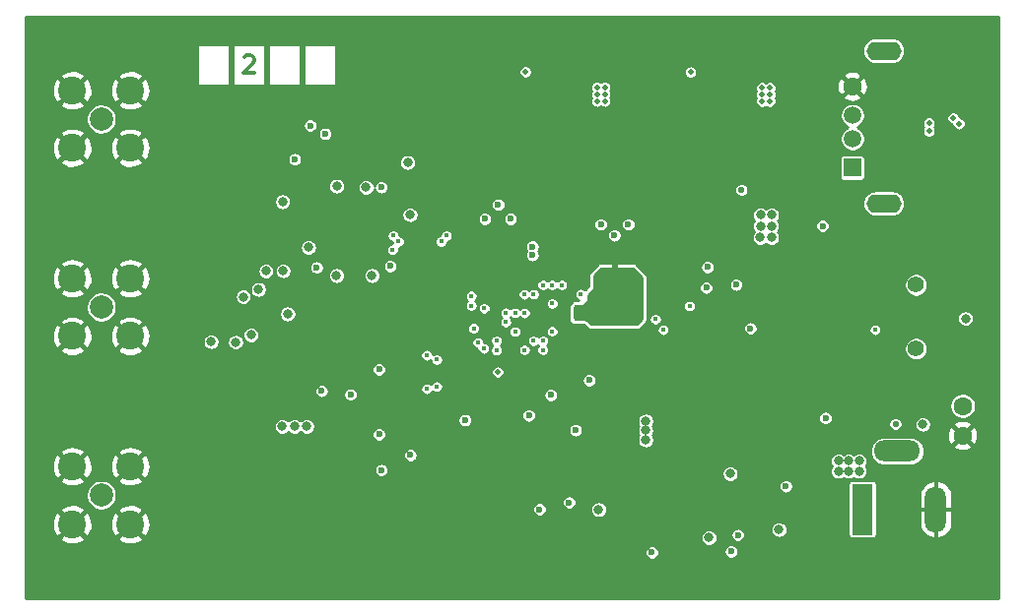
<source format=gbr>
G04 #@! TF.GenerationSoftware,KiCad,Pcbnew,(5.1.6)-1*
G04 #@! TF.CreationDate,2020-09-15T21:19:36+02:00*
G04 #@! TF.ProjectId,PrecisionTimer_RevG,50726563-6973-4696-9f6e-54696d65725f,rev?*
G04 #@! TF.SameCoordinates,Original*
G04 #@! TF.FileFunction,Copper,L2,Inr*
G04 #@! TF.FilePolarity,Positive*
%FSLAX46Y46*%
G04 Gerber Fmt 4.6, Leading zero omitted, Abs format (unit mm)*
G04 Created by KiCad (PCBNEW (5.1.6)-1) date 2020-09-15 21:19:36*
%MOMM*%
%LPD*%
G01*
G04 APERTURE LIST*
G04 #@! TA.AperFunction,NonConductor*
%ADD10C,0.300000*%
G04 #@! TD*
G04 #@! TA.AperFunction,ViaPad*
%ADD11C,1.600000*%
G04 #@! TD*
G04 #@! TA.AperFunction,ViaPad*
%ADD12C,1.500000*%
G04 #@! TD*
G04 #@! TA.AperFunction,ViaPad*
%ADD13R,1.500000X1.600000*%
G04 #@! TD*
G04 #@! TA.AperFunction,ViaPad*
%ADD14O,3.000000X1.600000*%
G04 #@! TD*
G04 #@! TA.AperFunction,ViaPad*
%ADD15C,1.400000*%
G04 #@! TD*
G04 #@! TA.AperFunction,ViaPad*
%ADD16R,1.800000X4.400000*%
G04 #@! TD*
G04 #@! TA.AperFunction,ViaPad*
%ADD17O,1.800000X4.000000*%
G04 #@! TD*
G04 #@! TA.AperFunction,ViaPad*
%ADD18O,4.000000X1.800000*%
G04 #@! TD*
G04 #@! TA.AperFunction,ViaPad*
%ADD19C,2.400000*%
G04 #@! TD*
G04 #@! TA.AperFunction,ViaPad*
%ADD20C,2.000000*%
G04 #@! TD*
G04 #@! TA.AperFunction,ViaPad*
%ADD21C,0.600000*%
G04 #@! TD*
G04 #@! TA.AperFunction,ViaPad*
%ADD22C,0.800000*%
G04 #@! TD*
G04 #@! TA.AperFunction,ViaPad*
%ADD23C,0.450000*%
G04 #@! TD*
G04 #@! TA.AperFunction,ViaPad*
%ADD24C,0.550000*%
G04 #@! TD*
G04 #@! TA.AperFunction,ViaPad*
%ADD25C,0.500000*%
G04 #@! TD*
G04 #@! TA.AperFunction,Conductor*
%ADD26C,0.500000*%
G04 #@! TD*
G04 #@! TA.AperFunction,Conductor*
%ADD27C,0.254000*%
G04 #@! TD*
G04 APERTURE END LIST*
D10*
X108080228Y-55912628D02*
X108151657Y-55841200D01*
X108294514Y-55769771D01*
X108651657Y-55769771D01*
X108794514Y-55841200D01*
X108865942Y-55912628D01*
X108937371Y-56055485D01*
X108937371Y-56198342D01*
X108865942Y-56412628D01*
X108008800Y-57269771D01*
X108937371Y-57269771D01*
D11*
X160324800Y-58430400D03*
D12*
X160324800Y-60930400D03*
X160324800Y-62930400D03*
D13*
X160324800Y-65430400D03*
D14*
X163034800Y-55360400D03*
X163034800Y-68500400D03*
D15*
X165789800Y-80997400D03*
X165789800Y-75497400D03*
D16*
X161188400Y-94818200D03*
D17*
X167488400Y-94818200D03*
D18*
X164185600Y-89814400D03*
D11*
X169799000Y-85928200D03*
X169799000Y-88468200D03*
D19*
X98298000Y-63728600D03*
X93319600Y-63728600D03*
X93319600Y-58750200D03*
X98298000Y-58750200D03*
D20*
X95808800Y-61239400D03*
D19*
X98298000Y-79908400D03*
X93319600Y-79908400D03*
X93319600Y-74930000D03*
X98298000Y-74930000D03*
D20*
X95808800Y-77419200D03*
D19*
X98298000Y-96088200D03*
X93319600Y-96088200D03*
X93319600Y-91109800D03*
X98298000Y-91109800D03*
D20*
X95808800Y-93599000D03*
D21*
X127050800Y-87147400D03*
X155854400Y-70815200D03*
X155854400Y-70053200D03*
X141008100Y-74498200D03*
X141833600Y-75323700D03*
X150279100Y-59537600D03*
X150964900Y-59537600D03*
X149542500Y-59537600D03*
D22*
X94818200Y-53162200D03*
X92557600Y-53162200D03*
X97078800Y-53162200D03*
X110286800Y-53136800D03*
X112420400Y-53136800D03*
X103682800Y-53136800D03*
X108102400Y-53136800D03*
X105892600Y-53136800D03*
X101523800Y-53136800D03*
X116611400Y-53136800D03*
X118778800Y-53136800D03*
X120998800Y-53136800D03*
D21*
X148844000Y-80543400D03*
X148844000Y-81305400D03*
X148082000Y-81305400D03*
X148082000Y-80543400D03*
X152730200Y-66192400D03*
X152730200Y-66954400D03*
D22*
X172148500Y-90618000D03*
X172148500Y-88398000D03*
X172148500Y-97278600D03*
X172148500Y-92838600D03*
X172148500Y-99498600D03*
X172148500Y-95058600D03*
D21*
X148920200Y-94310200D03*
X148920200Y-95123000D03*
X148107400Y-95123000D03*
X148107400Y-94310200D03*
D22*
X147802600Y-72237600D03*
X101523800Y-101676200D03*
X103682800Y-101676200D03*
X105816400Y-101676200D03*
X107924600Y-101676200D03*
X110032800Y-101676200D03*
X172147700Y-101676200D03*
X172147700Y-64360050D03*
X172147700Y-62115400D03*
X172147700Y-59870750D03*
X172147700Y-57626100D03*
X172147700Y-55381450D03*
X172147700Y-53136800D03*
X169838800Y-53136800D03*
X167618800Y-53136800D03*
X165398800Y-53136800D03*
X163178800Y-53136800D03*
X160958800Y-53136800D03*
X158738800Y-53136800D03*
X156518800Y-53136800D03*
X154298800Y-53136800D03*
X152078800Y-53136800D03*
X149858800Y-53136800D03*
X147638800Y-53136800D03*
X145418800Y-53136800D03*
X143198800Y-53136800D03*
X140978800Y-53136800D03*
X138758800Y-53136800D03*
X136538800Y-53136800D03*
X134318800Y-53136800D03*
X132098800Y-53136800D03*
X129878800Y-53136800D03*
X127658800Y-53136800D03*
X125438800Y-53136800D03*
X123218800Y-53136800D03*
X116268500Y-70002400D03*
X117284500Y-70002400D03*
X117284500Y-72034400D03*
X116268500Y-72034400D03*
X116268500Y-71018400D03*
X117284500Y-71018400D03*
X118300500Y-72034400D03*
X118300500Y-71018400D03*
X118300500Y-70002400D03*
X108030700Y-65489400D03*
D21*
X135394700Y-59537600D03*
X136131300Y-59537600D03*
X136817100Y-59537600D03*
D22*
X143637000Y-57137300D03*
X140360400Y-57137300D03*
X143637000Y-55765700D03*
X140360400Y-55765700D03*
X141452600Y-55765700D03*
X142544800Y-55765700D03*
X106680000Y-70383400D03*
X113423700Y-65938400D03*
X123405900Y-66802000D03*
X113449100Y-95097600D03*
X110972600Y-91440000D03*
X113423700Y-68072000D03*
X121297700Y-66827400D03*
X110972600Y-90170000D03*
X111340900Y-95097600D03*
X112382300Y-95097600D03*
X114338800Y-101676200D03*
X116558800Y-101676200D03*
X138758800Y-101676200D03*
X163178800Y-101676200D03*
X158738800Y-101676200D03*
X120998800Y-101676200D03*
X154298800Y-101676200D03*
X118778800Y-101676200D03*
X129878800Y-101676200D03*
X149858800Y-101676200D03*
X132098800Y-101676200D03*
X169838800Y-101676200D03*
X152078800Y-101676200D03*
X143198800Y-101676200D03*
X165398800Y-101676200D03*
X127658800Y-101676200D03*
X156518800Y-101676200D03*
X134318800Y-101676200D03*
X136538800Y-101676200D03*
X145418800Y-101676200D03*
X140978800Y-101676200D03*
X123218800Y-101676200D03*
X147638800Y-101676200D03*
X167618800Y-101676200D03*
X125438800Y-101676200D03*
X160958800Y-101676200D03*
X172148500Y-66675000D03*
X172148500Y-80873600D03*
X172148500Y-86156800D03*
X158191200Y-85166200D03*
X156006800Y-60858400D03*
X154889200Y-59791600D03*
X157099000Y-59791600D03*
X159410400Y-86309200D03*
X130911600Y-94234000D03*
X116281200Y-63677800D03*
X122123200Y-63398400D03*
D21*
X136575800Y-74218800D03*
D22*
X167640000Y-67030600D03*
X145669000Y-88950800D03*
X146659600Y-88950800D03*
X147650200Y-88950800D03*
X115951000Y-65684400D03*
X90233500Y-55499000D03*
X90233500Y-57810400D03*
X90233500Y-60147200D03*
X90233500Y-62507600D03*
X90233500Y-64807600D03*
X90233500Y-67107600D03*
X90233500Y-69407600D03*
X90233500Y-71707600D03*
X90233500Y-74007600D03*
X90233500Y-76307600D03*
X90233500Y-78607600D03*
X90233500Y-80907600D03*
X90233500Y-83207600D03*
X90233500Y-85507600D03*
X90233500Y-87807600D03*
X90233500Y-90107600D03*
X90233500Y-92407600D03*
X90233500Y-94707600D03*
X90233500Y-97007600D03*
X90233500Y-99307600D03*
X112115600Y-101676200D03*
X114503200Y-53136800D03*
X99390200Y-53162200D03*
X99390200Y-101676200D03*
X159816800Y-98323404D03*
X97078800Y-101676200D03*
X94818200Y-101676200D03*
X92557600Y-101676200D03*
X90233500Y-101676200D03*
X90233500Y-53162200D03*
D23*
X130556000Y-80314800D03*
D21*
X138709400Y-68427600D03*
X139877800Y-67462400D03*
X141071600Y-68427600D03*
X137337800Y-70307200D03*
D23*
X136042400Y-76314300D03*
D22*
X172148500Y-78955900D03*
X172148500Y-76936600D03*
X172148500Y-74930000D03*
X155752800Y-89408000D03*
D23*
X133731000Y-77927200D03*
D22*
X113004600Y-81229200D03*
D21*
X144195800Y-74396600D03*
X130149600Y-73787000D03*
X128727200Y-73787000D03*
X133222998Y-85725000D03*
D22*
X149504400Y-70764400D03*
X146100800Y-70764400D03*
X146100800Y-72237600D03*
X149504400Y-72237600D03*
X106502200Y-68351400D03*
D21*
X151638000Y-65278000D03*
X156946600Y-71704200D03*
X144348200Y-99568000D03*
D22*
X158877000Y-98323400D03*
X158877000Y-97383600D03*
X170053000Y-76606400D03*
X172135800Y-69037200D03*
X156743400Y-77622400D03*
D23*
X126619000Y-77317600D03*
D22*
X170205400Y-67030600D03*
X108712000Y-81737200D03*
D21*
X128574800Y-84455000D03*
X149123400Y-75742800D03*
X150342600Y-75488800D03*
X146532600Y-75742800D03*
D23*
X130556000Y-77901800D03*
D22*
X109296200Y-75895200D03*
X108661200Y-79806800D03*
D23*
X130556000Y-78714600D03*
D22*
X107998500Y-76532500D03*
X107340400Y-80441800D03*
D23*
X131343400Y-79527400D03*
D22*
X105232200Y-80391000D03*
D23*
X128143000Y-80467200D03*
D22*
X109943900Y-74320400D03*
D23*
X128701800Y-77520800D03*
D22*
X111417100Y-74295000D03*
D23*
X127584200Y-77292200D03*
D22*
X152425400Y-69494400D03*
X153390600Y-69494400D03*
X153390600Y-71424800D03*
X142570200Y-88849200D03*
X153385400Y-70464800D03*
X152425400Y-70459600D03*
X142570200Y-87223600D03*
X142570200Y-88036400D03*
X152400000Y-71424800D03*
D21*
X154609800Y-92837000D03*
X119862600Y-67106800D03*
X114731800Y-84632800D03*
X120624600Y-73888600D03*
X119862600Y-91440000D03*
X119659400Y-88366600D03*
X119659400Y-82778600D03*
D23*
X134543800Y-79502000D03*
D21*
X117218700Y-84939900D03*
D22*
X148005800Y-97256600D03*
X149834600Y-91744800D03*
X154012900Y-96558100D03*
X159131000Y-90652600D03*
X160909000Y-90652600D03*
X160020000Y-90652600D03*
X160909000Y-91541600D03*
X160020000Y-91541600D03*
X159131000Y-91541600D03*
D23*
X121335800Y-71780400D03*
X124993400Y-71780400D03*
X120878600Y-71272400D03*
X125450600Y-71272400D03*
D24*
X150799800Y-67335400D03*
D21*
X147878800Y-73977500D03*
D25*
X166903400Y-61580400D03*
X168992712Y-61144312D03*
X166903400Y-62280400D03*
X169487688Y-61639288D03*
D23*
X127584200Y-76454000D03*
D21*
X114300000Y-74015600D03*
X112420400Y-64693800D03*
X130962400Y-69824600D03*
X129895600Y-68605400D03*
X113753900Y-61798200D03*
X128752600Y-69824600D03*
X115036600Y-62509400D03*
X149910800Y-98450400D03*
D24*
X164033200Y-87477600D03*
D23*
X162280600Y-79375000D03*
D25*
X146418300Y-57200800D03*
X152552400Y-59715400D03*
X153238200Y-59728100D03*
X153238200Y-58534300D03*
X152552400Y-59131200D03*
X153238200Y-59131200D03*
X152552400Y-58534300D03*
D23*
X129743200Y-81114900D03*
X131343400Y-77914500D03*
D21*
X132842000Y-72948800D03*
X132842000Y-72212200D03*
D23*
X133731000Y-80314800D03*
D22*
X111340900Y-87680800D03*
X112407700Y-87680800D03*
X113449100Y-87680800D03*
X113601500Y-72288400D03*
X116014500Y-74701400D03*
X119062500Y-74701400D03*
X122123200Y-64973200D03*
D25*
X132245100Y-57175400D03*
D22*
X111391700Y-68351400D03*
X111823500Y-78003400D03*
X116039772Y-67005200D03*
X122326400Y-69469000D03*
X138531600Y-94843600D03*
D25*
X138379200Y-58508900D03*
X139052300Y-58508900D03*
X138379200Y-59105800D03*
X139052300Y-59105800D03*
X138379200Y-59702700D03*
X139052300Y-59702700D03*
D23*
X132943600Y-76314300D03*
D21*
X141071600Y-70307200D03*
X139877800Y-71247000D03*
X138709400Y-70307200D03*
D25*
X129870200Y-83007200D03*
D23*
X136982200Y-76301600D03*
D21*
X122351900Y-90144500D03*
D23*
X132156200Y-77927200D03*
X120827800Y-72491600D03*
D22*
X118541800Y-67106800D03*
X166370000Y-87503000D03*
X170053000Y-78409800D03*
D21*
X136550400Y-88011000D03*
D23*
X134543800Y-75514200D03*
X132130800Y-76314300D03*
X133731000Y-81102200D03*
X132943600Y-80314800D03*
X132156200Y-81102200D03*
D21*
X134416800Y-84988400D03*
X157759400Y-70434200D03*
X147777200Y-75742800D03*
X153263600Y-82499200D03*
X152882600Y-77139800D03*
X153060400Y-75793600D03*
X152069800Y-82880200D03*
D22*
X160832800Y-77622400D03*
D23*
X127787400Y-79248000D03*
D21*
X158013400Y-86969600D03*
X151561800Y-79248000D03*
X150495000Y-97028000D03*
X143103600Y-98526600D03*
X132537200Y-86741000D03*
X133451600Y-94818200D03*
D23*
X123748800Y-84455000D03*
X128651000Y-80975200D03*
X123748800Y-81559400D03*
D21*
X135991600Y-94234000D03*
D23*
X129743200Y-80314800D03*
X124612400Y-81940400D03*
X124612400Y-84251800D03*
X134543800Y-77114400D03*
X146329400Y-77317600D03*
X135356600Y-75514200D03*
X143408400Y-78460600D03*
X133731000Y-75514200D03*
X144068800Y-79375000D03*
D21*
X137718800Y-83718400D03*
D26*
X139954000Y-74422000D02*
X139954000Y-73456800D01*
D27*
G36*
X172901801Y-102442200D02*
G01*
X89327800Y-102442200D01*
X89327800Y-98464846D01*
X142476600Y-98464846D01*
X142476600Y-98588354D01*
X142500695Y-98709489D01*
X142547960Y-98823596D01*
X142616577Y-98926289D01*
X142703911Y-99013623D01*
X142806604Y-99082240D01*
X142920711Y-99129505D01*
X143041846Y-99153600D01*
X143165354Y-99153600D01*
X143286489Y-99129505D01*
X143400596Y-99082240D01*
X143503289Y-99013623D01*
X143590623Y-98926289D01*
X143659240Y-98823596D01*
X143706505Y-98709489D01*
X143730600Y-98588354D01*
X143730600Y-98464846D01*
X143715444Y-98388646D01*
X149283800Y-98388646D01*
X149283800Y-98512154D01*
X149307895Y-98633289D01*
X149355160Y-98747396D01*
X149423777Y-98850089D01*
X149511111Y-98937423D01*
X149613804Y-99006040D01*
X149727911Y-99053305D01*
X149849046Y-99077400D01*
X149972554Y-99077400D01*
X150093689Y-99053305D01*
X150207796Y-99006040D01*
X150310489Y-98937423D01*
X150397823Y-98850089D01*
X150466440Y-98747396D01*
X150513705Y-98633289D01*
X150537800Y-98512154D01*
X150537800Y-98388646D01*
X150513705Y-98267511D01*
X150466440Y-98153404D01*
X150397823Y-98050711D01*
X150310489Y-97963377D01*
X150207796Y-97894760D01*
X150093689Y-97847495D01*
X149972554Y-97823400D01*
X149849046Y-97823400D01*
X149727911Y-97847495D01*
X149613804Y-97894760D01*
X149511111Y-97963377D01*
X149423777Y-98050711D01*
X149355160Y-98153404D01*
X149307895Y-98267511D01*
X149283800Y-98388646D01*
X143715444Y-98388646D01*
X143706505Y-98343711D01*
X143659240Y-98229604D01*
X143590623Y-98126911D01*
X143503289Y-98039577D01*
X143400596Y-97970960D01*
X143286489Y-97923695D01*
X143165354Y-97899600D01*
X143041846Y-97899600D01*
X142920711Y-97923695D01*
X142806604Y-97970960D01*
X142703911Y-98039577D01*
X142616577Y-98126911D01*
X142547960Y-98229604D01*
X142500695Y-98343711D01*
X142476600Y-98464846D01*
X89327800Y-98464846D01*
X89327800Y-97272564D01*
X92238473Y-97272564D01*
X92359544Y-97533798D01*
X92660014Y-97693318D01*
X92985830Y-97791155D01*
X93324473Y-97823549D01*
X93662929Y-97789254D01*
X93988191Y-97689588D01*
X94279656Y-97533798D01*
X94400727Y-97272564D01*
X97216873Y-97272564D01*
X97337944Y-97533798D01*
X97638414Y-97693318D01*
X97964230Y-97791155D01*
X98302873Y-97823549D01*
X98641329Y-97789254D01*
X98966591Y-97689588D01*
X99258056Y-97533798D01*
X99379127Y-97272564D01*
X99291560Y-97184997D01*
X147278800Y-97184997D01*
X147278800Y-97328203D01*
X147306738Y-97468658D01*
X147361541Y-97600964D01*
X147441102Y-97720036D01*
X147542364Y-97821298D01*
X147661436Y-97900859D01*
X147793742Y-97955662D01*
X147934197Y-97983600D01*
X148077403Y-97983600D01*
X148217858Y-97955662D01*
X148350164Y-97900859D01*
X148469236Y-97821298D01*
X148570498Y-97720036D01*
X148650059Y-97600964D01*
X148704862Y-97468658D01*
X148732800Y-97328203D01*
X148732800Y-97184997D01*
X148704862Y-97044542D01*
X148672431Y-96966246D01*
X149868000Y-96966246D01*
X149868000Y-97089754D01*
X149892095Y-97210889D01*
X149939360Y-97324996D01*
X150007977Y-97427689D01*
X150095311Y-97515023D01*
X150198004Y-97583640D01*
X150312111Y-97630905D01*
X150433246Y-97655000D01*
X150556754Y-97655000D01*
X150677889Y-97630905D01*
X150791996Y-97583640D01*
X150894689Y-97515023D01*
X150982023Y-97427689D01*
X151050640Y-97324996D01*
X151097905Y-97210889D01*
X151122000Y-97089754D01*
X151122000Y-96966246D01*
X151097905Y-96845111D01*
X151050640Y-96731004D01*
X150982023Y-96628311D01*
X150894689Y-96540977D01*
X150813154Y-96486497D01*
X153285900Y-96486497D01*
X153285900Y-96629703D01*
X153313838Y-96770158D01*
X153368641Y-96902464D01*
X153448202Y-97021536D01*
X153549464Y-97122798D01*
X153668536Y-97202359D01*
X153800842Y-97257162D01*
X153941297Y-97285100D01*
X154084503Y-97285100D01*
X154224958Y-97257162D01*
X154357264Y-97202359D01*
X154476336Y-97122798D01*
X154577598Y-97021536D01*
X154657159Y-96902464D01*
X154711962Y-96770158D01*
X154739900Y-96629703D01*
X154739900Y-96486497D01*
X154711962Y-96346042D01*
X154657159Y-96213736D01*
X154577598Y-96094664D01*
X154476336Y-95993402D01*
X154357264Y-95913841D01*
X154224958Y-95859038D01*
X154084503Y-95831100D01*
X153941297Y-95831100D01*
X153800842Y-95859038D01*
X153668536Y-95913841D01*
X153549464Y-95993402D01*
X153448202Y-96094664D01*
X153368641Y-96213736D01*
X153313838Y-96346042D01*
X153285900Y-96486497D01*
X150813154Y-96486497D01*
X150791996Y-96472360D01*
X150677889Y-96425095D01*
X150556754Y-96401000D01*
X150433246Y-96401000D01*
X150312111Y-96425095D01*
X150198004Y-96472360D01*
X150095311Y-96540977D01*
X150007977Y-96628311D01*
X149939360Y-96731004D01*
X149892095Y-96845111D01*
X149868000Y-96966246D01*
X148672431Y-96966246D01*
X148650059Y-96912236D01*
X148570498Y-96793164D01*
X148469236Y-96691902D01*
X148350164Y-96612341D01*
X148217858Y-96557538D01*
X148077403Y-96529600D01*
X147934197Y-96529600D01*
X147793742Y-96557538D01*
X147661436Y-96612341D01*
X147542364Y-96691902D01*
X147441102Y-96793164D01*
X147361541Y-96912236D01*
X147306738Y-97044542D01*
X147278800Y-97184997D01*
X99291560Y-97184997D01*
X98298000Y-96191438D01*
X97216873Y-97272564D01*
X94400727Y-97272564D01*
X93319600Y-96191438D01*
X92238473Y-97272564D01*
X89327800Y-97272564D01*
X89327800Y-96093073D01*
X91584251Y-96093073D01*
X91618546Y-96431529D01*
X91718212Y-96756791D01*
X91874002Y-97048256D01*
X92135236Y-97169327D01*
X93216362Y-96088200D01*
X93422838Y-96088200D01*
X94503964Y-97169327D01*
X94765198Y-97048256D01*
X94924718Y-96747786D01*
X95022555Y-96421970D01*
X95054016Y-96093073D01*
X96562651Y-96093073D01*
X96596946Y-96431529D01*
X96696612Y-96756791D01*
X96852402Y-97048256D01*
X97113636Y-97169327D01*
X98194762Y-96088200D01*
X98401238Y-96088200D01*
X99482364Y-97169327D01*
X99743598Y-97048256D01*
X99903118Y-96747786D01*
X100000955Y-96421970D01*
X100033349Y-96083327D01*
X99999054Y-95744871D01*
X99899388Y-95419609D01*
X99743598Y-95128144D01*
X99482364Y-95007073D01*
X98401238Y-96088200D01*
X98194762Y-96088200D01*
X97113636Y-95007073D01*
X96852402Y-95128144D01*
X96692882Y-95428614D01*
X96595045Y-95754430D01*
X96562651Y-96093073D01*
X95054016Y-96093073D01*
X95054949Y-96083327D01*
X95020654Y-95744871D01*
X94920988Y-95419609D01*
X94765198Y-95128144D01*
X94503964Y-95007073D01*
X93422838Y-96088200D01*
X93216362Y-96088200D01*
X92135236Y-95007073D01*
X91874002Y-95128144D01*
X91714482Y-95428614D01*
X91616645Y-95754430D01*
X91584251Y-96093073D01*
X89327800Y-96093073D01*
X89327800Y-94903836D01*
X92238473Y-94903836D01*
X93319600Y-95984962D01*
X94400727Y-94903836D01*
X94279656Y-94642602D01*
X93979186Y-94483082D01*
X93653370Y-94385245D01*
X93314727Y-94352851D01*
X92976271Y-94387146D01*
X92651009Y-94486812D01*
X92359544Y-94642602D01*
X92238473Y-94903836D01*
X89327800Y-94903836D01*
X89327800Y-93468302D01*
X94481800Y-93468302D01*
X94481800Y-93729698D01*
X94532796Y-93986072D01*
X94632828Y-94227570D01*
X94778052Y-94444913D01*
X94962887Y-94629748D01*
X95180230Y-94774972D01*
X95421728Y-94875004D01*
X95678102Y-94926000D01*
X95939498Y-94926000D01*
X96050923Y-94903836D01*
X97216873Y-94903836D01*
X98298000Y-95984962D01*
X99379127Y-94903836D01*
X99310818Y-94756446D01*
X132824600Y-94756446D01*
X132824600Y-94879954D01*
X132848695Y-95001089D01*
X132895960Y-95115196D01*
X132964577Y-95217889D01*
X133051911Y-95305223D01*
X133154604Y-95373840D01*
X133268711Y-95421105D01*
X133389846Y-95445200D01*
X133513354Y-95445200D01*
X133634489Y-95421105D01*
X133748596Y-95373840D01*
X133851289Y-95305223D01*
X133938623Y-95217889D01*
X134007240Y-95115196D01*
X134054505Y-95001089D01*
X134078600Y-94879954D01*
X134078600Y-94756446D01*
X134054505Y-94635311D01*
X134007240Y-94521204D01*
X133938623Y-94418511D01*
X133851289Y-94331177D01*
X133748596Y-94262560D01*
X133634489Y-94215295D01*
X133513354Y-94191200D01*
X133389846Y-94191200D01*
X133268711Y-94215295D01*
X133154604Y-94262560D01*
X133051911Y-94331177D01*
X132964577Y-94418511D01*
X132895960Y-94521204D01*
X132848695Y-94635311D01*
X132824600Y-94756446D01*
X99310818Y-94756446D01*
X99258056Y-94642602D01*
X98957586Y-94483082D01*
X98631770Y-94385245D01*
X98293127Y-94352851D01*
X97954671Y-94387146D01*
X97629409Y-94486812D01*
X97337944Y-94642602D01*
X97216873Y-94903836D01*
X96050923Y-94903836D01*
X96195872Y-94875004D01*
X96437370Y-94774972D01*
X96654713Y-94629748D01*
X96839548Y-94444913D01*
X96984772Y-94227570D01*
X97007688Y-94172246D01*
X135364600Y-94172246D01*
X135364600Y-94295754D01*
X135388695Y-94416889D01*
X135435960Y-94530996D01*
X135504577Y-94633689D01*
X135591911Y-94721023D01*
X135694604Y-94789640D01*
X135808711Y-94836905D01*
X135929846Y-94861000D01*
X136053354Y-94861000D01*
X136174489Y-94836905D01*
X136288596Y-94789640D01*
X136315000Y-94771997D01*
X137804600Y-94771997D01*
X137804600Y-94915203D01*
X137832538Y-95055658D01*
X137887341Y-95187964D01*
X137966902Y-95307036D01*
X138068164Y-95408298D01*
X138187236Y-95487859D01*
X138319542Y-95542662D01*
X138459997Y-95570600D01*
X138603203Y-95570600D01*
X138743658Y-95542662D01*
X138875964Y-95487859D01*
X138995036Y-95408298D01*
X139096298Y-95307036D01*
X139175859Y-95187964D01*
X139230662Y-95055658D01*
X139258600Y-94915203D01*
X139258600Y-94771997D01*
X139230662Y-94631542D01*
X139175859Y-94499236D01*
X139096298Y-94380164D01*
X138995036Y-94278902D01*
X138875964Y-94199341D01*
X138743658Y-94144538D01*
X138603203Y-94116600D01*
X138459997Y-94116600D01*
X138319542Y-94144538D01*
X138187236Y-94199341D01*
X138068164Y-94278902D01*
X137966902Y-94380164D01*
X137887341Y-94499236D01*
X137832538Y-94631542D01*
X137804600Y-94771997D01*
X136315000Y-94771997D01*
X136391289Y-94721023D01*
X136478623Y-94633689D01*
X136547240Y-94530996D01*
X136594505Y-94416889D01*
X136618600Y-94295754D01*
X136618600Y-94172246D01*
X136594505Y-94051111D01*
X136547240Y-93937004D01*
X136478623Y-93834311D01*
X136391289Y-93746977D01*
X136288596Y-93678360D01*
X136174489Y-93631095D01*
X136053354Y-93607000D01*
X135929846Y-93607000D01*
X135808711Y-93631095D01*
X135694604Y-93678360D01*
X135591911Y-93746977D01*
X135504577Y-93834311D01*
X135435960Y-93937004D01*
X135388695Y-94051111D01*
X135364600Y-94172246D01*
X97007688Y-94172246D01*
X97084804Y-93986072D01*
X97135800Y-93729698D01*
X97135800Y-93468302D01*
X97084804Y-93211928D01*
X96984772Y-92970430D01*
X96839548Y-92753087D01*
X96654713Y-92568252D01*
X96437370Y-92423028D01*
X96195872Y-92322996D01*
X96050924Y-92294164D01*
X97216873Y-92294164D01*
X97337944Y-92555398D01*
X97638414Y-92714918D01*
X97964230Y-92812755D01*
X98302873Y-92845149D01*
X98641329Y-92810854D01*
X98757536Y-92775246D01*
X153982800Y-92775246D01*
X153982800Y-92898754D01*
X154006895Y-93019889D01*
X154054160Y-93133996D01*
X154122777Y-93236689D01*
X154210111Y-93324023D01*
X154312804Y-93392640D01*
X154426911Y-93439905D01*
X154548046Y-93464000D01*
X154671554Y-93464000D01*
X154792689Y-93439905D01*
X154906796Y-93392640D01*
X155009489Y-93324023D01*
X155096823Y-93236689D01*
X155165440Y-93133996D01*
X155212705Y-93019889D01*
X155236800Y-92898754D01*
X155236800Y-92775246D01*
X155212705Y-92654111D01*
X155197831Y-92618200D01*
X159959818Y-92618200D01*
X159959818Y-97018200D01*
X159966132Y-97082303D01*
X159984830Y-97143943D01*
X160015194Y-97200750D01*
X160056057Y-97250543D01*
X160105850Y-97291406D01*
X160162657Y-97321770D01*
X160224297Y-97340468D01*
X160288400Y-97346782D01*
X162088400Y-97346782D01*
X162152503Y-97340468D01*
X162214143Y-97321770D01*
X162270950Y-97291406D01*
X162320743Y-97250543D01*
X162361606Y-97200750D01*
X162391970Y-97143943D01*
X162410668Y-97082303D01*
X162416982Y-97018200D01*
X162416982Y-94891200D01*
X166061400Y-94891200D01*
X166061400Y-95991200D01*
X166103061Y-96268191D01*
X166197960Y-96531732D01*
X166342450Y-96771696D01*
X166530978Y-96978860D01*
X166756299Y-97145263D01*
X167009754Y-97264511D01*
X167193359Y-97314367D01*
X167415400Y-97211391D01*
X167415400Y-94891200D01*
X167561400Y-94891200D01*
X167561400Y-97211391D01*
X167783441Y-97314367D01*
X167967046Y-97264511D01*
X168220501Y-97145263D01*
X168445822Y-96978860D01*
X168634350Y-96771696D01*
X168778840Y-96531732D01*
X168873739Y-96268191D01*
X168915400Y-95991200D01*
X168915400Y-94891200D01*
X167561400Y-94891200D01*
X167415400Y-94891200D01*
X166061400Y-94891200D01*
X162416982Y-94891200D01*
X162416982Y-93645200D01*
X166061400Y-93645200D01*
X166061400Y-94745200D01*
X167415400Y-94745200D01*
X167415400Y-92425009D01*
X167561400Y-92425009D01*
X167561400Y-94745200D01*
X168915400Y-94745200D01*
X168915400Y-93645200D01*
X168873739Y-93368209D01*
X168778840Y-93104668D01*
X168634350Y-92864704D01*
X168445822Y-92657540D01*
X168220501Y-92491137D01*
X167967046Y-92371889D01*
X167783441Y-92322033D01*
X167561400Y-92425009D01*
X167415400Y-92425009D01*
X167193359Y-92322033D01*
X167009754Y-92371889D01*
X166756299Y-92491137D01*
X166530978Y-92657540D01*
X166342450Y-92864704D01*
X166197960Y-93104668D01*
X166103061Y-93368209D01*
X166061400Y-93645200D01*
X162416982Y-93645200D01*
X162416982Y-92618200D01*
X162410668Y-92554097D01*
X162391970Y-92492457D01*
X162361606Y-92435650D01*
X162320743Y-92385857D01*
X162270950Y-92344994D01*
X162214143Y-92314630D01*
X162152503Y-92295932D01*
X162088400Y-92289618D01*
X160288400Y-92289618D01*
X160224297Y-92295932D01*
X160162657Y-92314630D01*
X160105850Y-92344994D01*
X160056057Y-92385857D01*
X160015194Y-92435650D01*
X159984830Y-92492457D01*
X159966132Y-92554097D01*
X159959818Y-92618200D01*
X155197831Y-92618200D01*
X155165440Y-92540004D01*
X155096823Y-92437311D01*
X155009489Y-92349977D01*
X154906796Y-92281360D01*
X154792689Y-92234095D01*
X154671554Y-92210000D01*
X154548046Y-92210000D01*
X154426911Y-92234095D01*
X154312804Y-92281360D01*
X154210111Y-92349977D01*
X154122777Y-92437311D01*
X154054160Y-92540004D01*
X154006895Y-92654111D01*
X153982800Y-92775246D01*
X98757536Y-92775246D01*
X98966591Y-92711188D01*
X99258056Y-92555398D01*
X99379127Y-92294164D01*
X98298000Y-91213038D01*
X97216873Y-92294164D01*
X96050924Y-92294164D01*
X95939498Y-92272000D01*
X95678102Y-92272000D01*
X95421728Y-92322996D01*
X95180230Y-92423028D01*
X94962887Y-92568252D01*
X94778052Y-92753087D01*
X94632828Y-92970430D01*
X94532796Y-93211928D01*
X94481800Y-93468302D01*
X89327800Y-93468302D01*
X89327800Y-92294164D01*
X92238473Y-92294164D01*
X92359544Y-92555398D01*
X92660014Y-92714918D01*
X92985830Y-92812755D01*
X93324473Y-92845149D01*
X93662929Y-92810854D01*
X93988191Y-92711188D01*
X94279656Y-92555398D01*
X94400727Y-92294164D01*
X93319600Y-91213038D01*
X92238473Y-92294164D01*
X89327800Y-92294164D01*
X89327800Y-91114673D01*
X91584251Y-91114673D01*
X91618546Y-91453129D01*
X91718212Y-91778391D01*
X91874002Y-92069856D01*
X92135236Y-92190927D01*
X93216362Y-91109800D01*
X93422838Y-91109800D01*
X94503964Y-92190927D01*
X94765198Y-92069856D01*
X94924718Y-91769386D01*
X95022555Y-91443570D01*
X95054016Y-91114673D01*
X96562651Y-91114673D01*
X96596946Y-91453129D01*
X96696612Y-91778391D01*
X96852402Y-92069856D01*
X97113636Y-92190927D01*
X98194762Y-91109800D01*
X98401238Y-91109800D01*
X99482364Y-92190927D01*
X99743598Y-92069856D01*
X99903118Y-91769386D01*
X100000955Y-91443570D01*
X100007203Y-91378246D01*
X119235600Y-91378246D01*
X119235600Y-91501754D01*
X119259695Y-91622889D01*
X119306960Y-91736996D01*
X119375577Y-91839689D01*
X119462911Y-91927023D01*
X119565604Y-91995640D01*
X119679711Y-92042905D01*
X119800846Y-92067000D01*
X119924354Y-92067000D01*
X120045489Y-92042905D01*
X120159596Y-91995640D01*
X120262289Y-91927023D01*
X120349623Y-91839689D01*
X120418240Y-91736996D01*
X120444666Y-91673197D01*
X149107600Y-91673197D01*
X149107600Y-91816403D01*
X149135538Y-91956858D01*
X149190341Y-92089164D01*
X149269902Y-92208236D01*
X149371164Y-92309498D01*
X149490236Y-92389059D01*
X149622542Y-92443862D01*
X149762997Y-92471800D01*
X149906203Y-92471800D01*
X150046658Y-92443862D01*
X150178964Y-92389059D01*
X150298036Y-92309498D01*
X150399298Y-92208236D01*
X150478859Y-92089164D01*
X150533662Y-91956858D01*
X150561600Y-91816403D01*
X150561600Y-91673197D01*
X150533662Y-91532742D01*
X150478859Y-91400436D01*
X150399298Y-91281364D01*
X150298036Y-91180102D01*
X150178964Y-91100541D01*
X150046658Y-91045738D01*
X149906203Y-91017800D01*
X149762997Y-91017800D01*
X149622542Y-91045738D01*
X149490236Y-91100541D01*
X149371164Y-91180102D01*
X149269902Y-91281364D01*
X149190341Y-91400436D01*
X149135538Y-91532742D01*
X149107600Y-91673197D01*
X120444666Y-91673197D01*
X120465505Y-91622889D01*
X120489600Y-91501754D01*
X120489600Y-91378246D01*
X120465505Y-91257111D01*
X120418240Y-91143004D01*
X120349623Y-91040311D01*
X120262289Y-90952977D01*
X120159596Y-90884360D01*
X120045489Y-90837095D01*
X119924354Y-90813000D01*
X119800846Y-90813000D01*
X119679711Y-90837095D01*
X119565604Y-90884360D01*
X119462911Y-90952977D01*
X119375577Y-91040311D01*
X119306960Y-91143004D01*
X119259695Y-91257111D01*
X119235600Y-91378246D01*
X100007203Y-91378246D01*
X100033349Y-91104927D01*
X99999054Y-90766471D01*
X99899388Y-90441209D01*
X99743598Y-90149744D01*
X99599037Y-90082746D01*
X121724900Y-90082746D01*
X121724900Y-90206254D01*
X121748995Y-90327389D01*
X121796260Y-90441496D01*
X121864877Y-90544189D01*
X121952211Y-90631523D01*
X122054904Y-90700140D01*
X122169011Y-90747405D01*
X122290146Y-90771500D01*
X122413654Y-90771500D01*
X122534789Y-90747405D01*
X122648896Y-90700140D01*
X122751589Y-90631523D01*
X122802115Y-90580997D01*
X158404000Y-90580997D01*
X158404000Y-90724203D01*
X158431938Y-90864658D01*
X158486741Y-90996964D01*
X158553649Y-91097100D01*
X158486741Y-91197236D01*
X158431938Y-91329542D01*
X158404000Y-91469997D01*
X158404000Y-91613203D01*
X158431938Y-91753658D01*
X158486741Y-91885964D01*
X158566302Y-92005036D01*
X158667564Y-92106298D01*
X158786636Y-92185859D01*
X158918942Y-92240662D01*
X159059397Y-92268600D01*
X159202603Y-92268600D01*
X159343058Y-92240662D01*
X159475364Y-92185859D01*
X159575500Y-92118951D01*
X159675636Y-92185859D01*
X159807942Y-92240662D01*
X159948397Y-92268600D01*
X160091603Y-92268600D01*
X160232058Y-92240662D01*
X160364364Y-92185859D01*
X160464500Y-92118951D01*
X160564636Y-92185859D01*
X160696942Y-92240662D01*
X160837397Y-92268600D01*
X160980603Y-92268600D01*
X161121058Y-92240662D01*
X161253364Y-92185859D01*
X161372436Y-92106298D01*
X161473698Y-92005036D01*
X161553259Y-91885964D01*
X161608062Y-91753658D01*
X161636000Y-91613203D01*
X161636000Y-91469997D01*
X161608062Y-91329542D01*
X161553259Y-91197236D01*
X161486351Y-91097100D01*
X161553259Y-90996964D01*
X161608062Y-90864658D01*
X161636000Y-90724203D01*
X161636000Y-90580997D01*
X161608062Y-90440542D01*
X161553259Y-90308236D01*
X161473698Y-90189164D01*
X161372436Y-90087902D01*
X161253364Y-90008341D01*
X161121058Y-89953538D01*
X160980603Y-89925600D01*
X160837397Y-89925600D01*
X160696942Y-89953538D01*
X160564636Y-90008341D01*
X160464500Y-90075249D01*
X160364364Y-90008341D01*
X160232058Y-89953538D01*
X160091603Y-89925600D01*
X159948397Y-89925600D01*
X159807942Y-89953538D01*
X159675636Y-90008341D01*
X159575500Y-90075249D01*
X159475364Y-90008341D01*
X159343058Y-89953538D01*
X159202603Y-89925600D01*
X159059397Y-89925600D01*
X158918942Y-89953538D01*
X158786636Y-90008341D01*
X158667564Y-90087902D01*
X158566302Y-90189164D01*
X158486741Y-90308236D01*
X158431938Y-90440542D01*
X158404000Y-90580997D01*
X122802115Y-90580997D01*
X122838923Y-90544189D01*
X122907540Y-90441496D01*
X122954805Y-90327389D01*
X122978900Y-90206254D01*
X122978900Y-90082746D01*
X122954805Y-89961611D01*
X122907540Y-89847504D01*
X122885421Y-89814400D01*
X161852664Y-89814400D01*
X161876355Y-90054934D01*
X161946516Y-90286224D01*
X162060451Y-90499383D01*
X162213783Y-90686217D01*
X162400617Y-90839549D01*
X162613776Y-90953484D01*
X162845066Y-91023645D01*
X163025332Y-91041400D01*
X165345868Y-91041400D01*
X165526134Y-91023645D01*
X165757424Y-90953484D01*
X165970583Y-90839549D01*
X166157417Y-90686217D01*
X166310749Y-90499383D01*
X166424684Y-90286224D01*
X166494845Y-90054934D01*
X166518536Y-89814400D01*
X166494845Y-89573866D01*
X166432384Y-89367959D01*
X169002478Y-89367959D01*
X169075469Y-89588250D01*
X169307882Y-89707883D01*
X169559168Y-89779875D01*
X169819672Y-89801460D01*
X170079381Y-89771809D01*
X170328315Y-89692060D01*
X170522531Y-89588250D01*
X170595522Y-89367959D01*
X169799000Y-88571438D01*
X169002478Y-89367959D01*
X166432384Y-89367959D01*
X166424684Y-89342576D01*
X166310749Y-89129417D01*
X166157417Y-88942583D01*
X165970583Y-88789251D01*
X165757424Y-88675316D01*
X165526134Y-88605155D01*
X165345868Y-88587400D01*
X163025332Y-88587400D01*
X162845066Y-88605155D01*
X162613776Y-88675316D01*
X162400617Y-88789251D01*
X162213783Y-88942583D01*
X162060451Y-89129417D01*
X161946516Y-89342576D01*
X161876355Y-89573866D01*
X161852664Y-89814400D01*
X122885421Y-89814400D01*
X122838923Y-89744811D01*
X122751589Y-89657477D01*
X122648896Y-89588860D01*
X122534789Y-89541595D01*
X122413654Y-89517500D01*
X122290146Y-89517500D01*
X122169011Y-89541595D01*
X122054904Y-89588860D01*
X121952211Y-89657477D01*
X121864877Y-89744811D01*
X121796260Y-89847504D01*
X121748995Y-89961611D01*
X121724900Y-90082746D01*
X99599037Y-90082746D01*
X99482364Y-90028673D01*
X98401238Y-91109800D01*
X98194762Y-91109800D01*
X97113636Y-90028673D01*
X96852402Y-90149744D01*
X96692882Y-90450214D01*
X96595045Y-90776030D01*
X96562651Y-91114673D01*
X95054016Y-91114673D01*
X95054949Y-91104927D01*
X95020654Y-90766471D01*
X94920988Y-90441209D01*
X94765198Y-90149744D01*
X94503964Y-90028673D01*
X93422838Y-91109800D01*
X93216362Y-91109800D01*
X92135236Y-90028673D01*
X91874002Y-90149744D01*
X91714482Y-90450214D01*
X91616645Y-90776030D01*
X91584251Y-91114673D01*
X89327800Y-91114673D01*
X89327800Y-89925436D01*
X92238473Y-89925436D01*
X93319600Y-91006562D01*
X94400727Y-89925436D01*
X97216873Y-89925436D01*
X98298000Y-91006562D01*
X99379127Y-89925436D01*
X99258056Y-89664202D01*
X98957586Y-89504682D01*
X98631770Y-89406845D01*
X98293127Y-89374451D01*
X97954671Y-89408746D01*
X97629409Y-89508412D01*
X97337944Y-89664202D01*
X97216873Y-89925436D01*
X94400727Y-89925436D01*
X94279656Y-89664202D01*
X93979186Y-89504682D01*
X93653370Y-89406845D01*
X93314727Y-89374451D01*
X92976271Y-89408746D01*
X92651009Y-89508412D01*
X92359544Y-89664202D01*
X92238473Y-89925436D01*
X89327800Y-89925436D01*
X89327800Y-87609197D01*
X110613900Y-87609197D01*
X110613900Y-87752403D01*
X110641838Y-87892858D01*
X110696641Y-88025164D01*
X110776202Y-88144236D01*
X110877464Y-88245498D01*
X110996536Y-88325059D01*
X111128842Y-88379862D01*
X111269297Y-88407800D01*
X111412503Y-88407800D01*
X111552958Y-88379862D01*
X111685264Y-88325059D01*
X111804336Y-88245498D01*
X111874300Y-88175534D01*
X111944264Y-88245498D01*
X112063336Y-88325059D01*
X112195642Y-88379862D01*
X112336097Y-88407800D01*
X112479303Y-88407800D01*
X112619758Y-88379862D01*
X112752064Y-88325059D01*
X112871136Y-88245498D01*
X112928400Y-88188234D01*
X112985664Y-88245498D01*
X113104736Y-88325059D01*
X113237042Y-88379862D01*
X113377497Y-88407800D01*
X113520703Y-88407800D01*
X113661158Y-88379862D01*
X113793464Y-88325059D01*
X113823715Y-88304846D01*
X119032400Y-88304846D01*
X119032400Y-88428354D01*
X119056495Y-88549489D01*
X119103760Y-88663596D01*
X119172377Y-88766289D01*
X119259711Y-88853623D01*
X119362404Y-88922240D01*
X119476511Y-88969505D01*
X119597646Y-88993600D01*
X119721154Y-88993600D01*
X119842289Y-88969505D01*
X119956396Y-88922240D01*
X120059089Y-88853623D01*
X120146423Y-88766289D01*
X120215040Y-88663596D01*
X120262305Y-88549489D01*
X120286400Y-88428354D01*
X120286400Y-88304846D01*
X120262305Y-88183711D01*
X120215040Y-88069604D01*
X120146423Y-87966911D01*
X120128758Y-87949246D01*
X135923400Y-87949246D01*
X135923400Y-88072754D01*
X135947495Y-88193889D01*
X135994760Y-88307996D01*
X136063377Y-88410689D01*
X136150711Y-88498023D01*
X136253404Y-88566640D01*
X136367511Y-88613905D01*
X136488646Y-88638000D01*
X136612154Y-88638000D01*
X136733289Y-88613905D01*
X136847396Y-88566640D01*
X136950089Y-88498023D01*
X137037423Y-88410689D01*
X137106040Y-88307996D01*
X137153305Y-88193889D01*
X137177400Y-88072754D01*
X137177400Y-87949246D01*
X137153305Y-87828111D01*
X137106040Y-87714004D01*
X137037423Y-87611311D01*
X136950089Y-87523977D01*
X136847396Y-87455360D01*
X136733289Y-87408095D01*
X136612154Y-87384000D01*
X136488646Y-87384000D01*
X136367511Y-87408095D01*
X136253404Y-87455360D01*
X136150711Y-87523977D01*
X136063377Y-87611311D01*
X135994760Y-87714004D01*
X135947495Y-87828111D01*
X135923400Y-87949246D01*
X120128758Y-87949246D01*
X120059089Y-87879577D01*
X119956396Y-87810960D01*
X119842289Y-87763695D01*
X119721154Y-87739600D01*
X119597646Y-87739600D01*
X119476511Y-87763695D01*
X119362404Y-87810960D01*
X119259711Y-87879577D01*
X119172377Y-87966911D01*
X119103760Y-88069604D01*
X119056495Y-88183711D01*
X119032400Y-88304846D01*
X113823715Y-88304846D01*
X113912536Y-88245498D01*
X114013798Y-88144236D01*
X114093359Y-88025164D01*
X114148162Y-87892858D01*
X114176100Y-87752403D01*
X114176100Y-87609197D01*
X114148162Y-87468742D01*
X114093359Y-87336436D01*
X114013798Y-87217364D01*
X113912536Y-87116102D01*
X113866956Y-87085646D01*
X126423800Y-87085646D01*
X126423800Y-87209154D01*
X126447895Y-87330289D01*
X126495160Y-87444396D01*
X126563777Y-87547089D01*
X126651111Y-87634423D01*
X126753804Y-87703040D01*
X126867911Y-87750305D01*
X126989046Y-87774400D01*
X127112554Y-87774400D01*
X127233689Y-87750305D01*
X127347796Y-87703040D01*
X127450489Y-87634423D01*
X127537823Y-87547089D01*
X127606440Y-87444396D01*
X127653705Y-87330289D01*
X127677800Y-87209154D01*
X127677800Y-87085646D01*
X127653705Y-86964511D01*
X127606440Y-86850404D01*
X127537823Y-86747711D01*
X127469358Y-86679246D01*
X131910200Y-86679246D01*
X131910200Y-86802754D01*
X131934295Y-86923889D01*
X131981560Y-87037996D01*
X132050177Y-87140689D01*
X132137511Y-87228023D01*
X132240204Y-87296640D01*
X132354311Y-87343905D01*
X132475446Y-87368000D01*
X132598954Y-87368000D01*
X132720089Y-87343905D01*
X132834196Y-87296640D01*
X132936889Y-87228023D01*
X133012915Y-87151997D01*
X141843200Y-87151997D01*
X141843200Y-87295203D01*
X141871138Y-87435658D01*
X141925941Y-87567964D01*
X141967392Y-87630000D01*
X141925941Y-87692036D01*
X141871138Y-87824342D01*
X141843200Y-87964797D01*
X141843200Y-88108003D01*
X141871138Y-88248458D01*
X141925941Y-88380764D01*
X141967392Y-88442800D01*
X141925941Y-88504836D01*
X141871138Y-88637142D01*
X141843200Y-88777597D01*
X141843200Y-88920803D01*
X141871138Y-89061258D01*
X141925941Y-89193564D01*
X142005502Y-89312636D01*
X142106764Y-89413898D01*
X142225836Y-89493459D01*
X142358142Y-89548262D01*
X142498597Y-89576200D01*
X142641803Y-89576200D01*
X142782258Y-89548262D01*
X142914564Y-89493459D01*
X143033636Y-89413898D01*
X143134898Y-89312636D01*
X143214459Y-89193564D01*
X143269262Y-89061258D01*
X143297200Y-88920803D01*
X143297200Y-88777597D01*
X143269262Y-88637142D01*
X143214459Y-88504836D01*
X143203793Y-88488872D01*
X168465740Y-88488872D01*
X168495391Y-88748581D01*
X168575140Y-88997515D01*
X168678950Y-89191731D01*
X168899241Y-89264722D01*
X169695762Y-88468200D01*
X169902238Y-88468200D01*
X170698759Y-89264722D01*
X170919050Y-89191731D01*
X171038683Y-88959318D01*
X171110675Y-88708032D01*
X171132260Y-88447528D01*
X171102609Y-88187819D01*
X171022860Y-87938885D01*
X170919050Y-87744669D01*
X170698759Y-87671678D01*
X169902238Y-88468200D01*
X169695762Y-88468200D01*
X168899241Y-87671678D01*
X168678950Y-87744669D01*
X168559317Y-87977082D01*
X168487325Y-88228368D01*
X168465740Y-88488872D01*
X143203793Y-88488872D01*
X143173008Y-88442800D01*
X143214459Y-88380764D01*
X143269262Y-88248458D01*
X143297200Y-88108003D01*
X143297200Y-87964797D01*
X143269262Y-87824342D01*
X143214459Y-87692036D01*
X143173008Y-87630000D01*
X143214459Y-87567964D01*
X143269262Y-87435658D01*
X143297200Y-87295203D01*
X143297200Y-87151997D01*
X143269262Y-87011542D01*
X143226310Y-86907846D01*
X157386400Y-86907846D01*
X157386400Y-87031354D01*
X157410495Y-87152489D01*
X157457760Y-87266596D01*
X157526377Y-87369289D01*
X157613711Y-87456623D01*
X157716404Y-87525240D01*
X157830511Y-87572505D01*
X157951646Y-87596600D01*
X158075154Y-87596600D01*
X158196289Y-87572505D01*
X158310396Y-87525240D01*
X158413089Y-87456623D01*
X158451404Y-87418308D01*
X163431200Y-87418308D01*
X163431200Y-87536892D01*
X163454334Y-87653197D01*
X163499714Y-87762754D01*
X163565596Y-87861353D01*
X163649447Y-87945204D01*
X163748046Y-88011086D01*
X163857603Y-88056466D01*
X163973908Y-88079600D01*
X164092492Y-88079600D01*
X164208797Y-88056466D01*
X164318354Y-88011086D01*
X164416953Y-87945204D01*
X164500804Y-87861353D01*
X164566686Y-87762754D01*
X164612066Y-87653197D01*
X164635200Y-87536892D01*
X164635200Y-87431397D01*
X165643000Y-87431397D01*
X165643000Y-87574603D01*
X165670938Y-87715058D01*
X165725741Y-87847364D01*
X165805302Y-87966436D01*
X165906564Y-88067698D01*
X166025636Y-88147259D01*
X166157942Y-88202062D01*
X166298397Y-88230000D01*
X166441603Y-88230000D01*
X166582058Y-88202062D01*
X166714364Y-88147259D01*
X166833436Y-88067698D01*
X166934698Y-87966436D01*
X167014259Y-87847364D01*
X167069062Y-87715058D01*
X167097000Y-87574603D01*
X167097000Y-87568441D01*
X169002478Y-87568441D01*
X169799000Y-88364962D01*
X170595522Y-87568441D01*
X170522531Y-87348150D01*
X170290118Y-87228517D01*
X170038832Y-87156525D01*
X169778328Y-87134940D01*
X169518619Y-87164591D01*
X169269685Y-87244340D01*
X169075469Y-87348150D01*
X169002478Y-87568441D01*
X167097000Y-87568441D01*
X167097000Y-87431397D01*
X167069062Y-87290942D01*
X167014259Y-87158636D01*
X166934698Y-87039564D01*
X166833436Y-86938302D01*
X166714364Y-86858741D01*
X166582058Y-86803938D01*
X166441603Y-86776000D01*
X166298397Y-86776000D01*
X166157942Y-86803938D01*
X166025636Y-86858741D01*
X165906564Y-86938302D01*
X165805302Y-87039564D01*
X165725741Y-87158636D01*
X165670938Y-87290942D01*
X165643000Y-87431397D01*
X164635200Y-87431397D01*
X164635200Y-87418308D01*
X164612066Y-87302003D01*
X164566686Y-87192446D01*
X164500804Y-87093847D01*
X164416953Y-87009996D01*
X164318354Y-86944114D01*
X164208797Y-86898734D01*
X164092492Y-86875600D01*
X163973908Y-86875600D01*
X163857603Y-86898734D01*
X163748046Y-86944114D01*
X163649447Y-87009996D01*
X163565596Y-87093847D01*
X163499714Y-87192446D01*
X163454334Y-87302003D01*
X163431200Y-87418308D01*
X158451404Y-87418308D01*
X158500423Y-87369289D01*
X158569040Y-87266596D01*
X158616305Y-87152489D01*
X158640400Y-87031354D01*
X158640400Y-86907846D01*
X158616305Y-86786711D01*
X158569040Y-86672604D01*
X158500423Y-86569911D01*
X158413089Y-86482577D01*
X158310396Y-86413960D01*
X158196289Y-86366695D01*
X158075154Y-86342600D01*
X157951646Y-86342600D01*
X157830511Y-86366695D01*
X157716404Y-86413960D01*
X157613711Y-86482577D01*
X157526377Y-86569911D01*
X157457760Y-86672604D01*
X157410495Y-86786711D01*
X157386400Y-86907846D01*
X143226310Y-86907846D01*
X143214459Y-86879236D01*
X143134898Y-86760164D01*
X143033636Y-86658902D01*
X142914564Y-86579341D01*
X142782258Y-86524538D01*
X142641803Y-86496600D01*
X142498597Y-86496600D01*
X142358142Y-86524538D01*
X142225836Y-86579341D01*
X142106764Y-86658902D01*
X142005502Y-86760164D01*
X141925941Y-86879236D01*
X141871138Y-87011542D01*
X141843200Y-87151997D01*
X133012915Y-87151997D01*
X133024223Y-87140689D01*
X133092840Y-87037996D01*
X133140105Y-86923889D01*
X133164200Y-86802754D01*
X133164200Y-86679246D01*
X133140105Y-86558111D01*
X133092840Y-86444004D01*
X133024223Y-86341311D01*
X132936889Y-86253977D01*
X132834196Y-86185360D01*
X132720089Y-86138095D01*
X132598954Y-86114000D01*
X132475446Y-86114000D01*
X132354311Y-86138095D01*
X132240204Y-86185360D01*
X132137511Y-86253977D01*
X132050177Y-86341311D01*
X131981560Y-86444004D01*
X131934295Y-86558111D01*
X131910200Y-86679246D01*
X127469358Y-86679246D01*
X127450489Y-86660377D01*
X127347796Y-86591760D01*
X127233689Y-86544495D01*
X127112554Y-86520400D01*
X126989046Y-86520400D01*
X126867911Y-86544495D01*
X126753804Y-86591760D01*
X126651111Y-86660377D01*
X126563777Y-86747711D01*
X126495160Y-86850404D01*
X126447895Y-86964511D01*
X126423800Y-87085646D01*
X113866956Y-87085646D01*
X113793464Y-87036541D01*
X113661158Y-86981738D01*
X113520703Y-86953800D01*
X113377497Y-86953800D01*
X113237042Y-86981738D01*
X113104736Y-87036541D01*
X112985664Y-87116102D01*
X112928400Y-87173366D01*
X112871136Y-87116102D01*
X112752064Y-87036541D01*
X112619758Y-86981738D01*
X112479303Y-86953800D01*
X112336097Y-86953800D01*
X112195642Y-86981738D01*
X112063336Y-87036541D01*
X111944264Y-87116102D01*
X111874300Y-87186066D01*
X111804336Y-87116102D01*
X111685264Y-87036541D01*
X111552958Y-86981738D01*
X111412503Y-86953800D01*
X111269297Y-86953800D01*
X111128842Y-86981738D01*
X110996536Y-87036541D01*
X110877464Y-87116102D01*
X110776202Y-87217364D01*
X110696641Y-87336436D01*
X110641838Y-87468742D01*
X110613900Y-87609197D01*
X89327800Y-87609197D01*
X89327800Y-85817200D01*
X168672000Y-85817200D01*
X168672000Y-86039200D01*
X168715310Y-86256934D01*
X168800266Y-86462035D01*
X168923602Y-86646621D01*
X169080579Y-86803598D01*
X169265165Y-86926934D01*
X169470266Y-87011890D01*
X169688000Y-87055200D01*
X169910000Y-87055200D01*
X170127734Y-87011890D01*
X170332835Y-86926934D01*
X170517421Y-86803598D01*
X170674398Y-86646621D01*
X170797734Y-86462035D01*
X170882690Y-86256934D01*
X170926000Y-86039200D01*
X170926000Y-85817200D01*
X170882690Y-85599466D01*
X170797734Y-85394365D01*
X170674398Y-85209779D01*
X170517421Y-85052802D01*
X170332835Y-84929466D01*
X170127734Y-84844510D01*
X169910000Y-84801200D01*
X169688000Y-84801200D01*
X169470266Y-84844510D01*
X169265165Y-84929466D01*
X169080579Y-85052802D01*
X168923602Y-85209779D01*
X168800266Y-85394365D01*
X168715310Y-85599466D01*
X168672000Y-85817200D01*
X89327800Y-85817200D01*
X89327800Y-84571046D01*
X114104800Y-84571046D01*
X114104800Y-84694554D01*
X114128895Y-84815689D01*
X114176160Y-84929796D01*
X114244777Y-85032489D01*
X114332111Y-85119823D01*
X114434804Y-85188440D01*
X114548911Y-85235705D01*
X114670046Y-85259800D01*
X114793554Y-85259800D01*
X114914689Y-85235705D01*
X115028796Y-85188440D01*
X115131489Y-85119823D01*
X115218823Y-85032489D01*
X115287440Y-84929796D01*
X115308834Y-84878146D01*
X116591700Y-84878146D01*
X116591700Y-85001654D01*
X116615795Y-85122789D01*
X116663060Y-85236896D01*
X116731677Y-85339589D01*
X116819011Y-85426923D01*
X116921704Y-85495540D01*
X117035811Y-85542805D01*
X117156946Y-85566900D01*
X117280454Y-85566900D01*
X117401589Y-85542805D01*
X117515696Y-85495540D01*
X117618389Y-85426923D01*
X117705723Y-85339589D01*
X117774340Y-85236896D01*
X117821605Y-85122789D01*
X117845700Y-85001654D01*
X117845700Y-84878146D01*
X117821605Y-84757011D01*
X117774340Y-84642904D01*
X117705723Y-84540211D01*
X117618389Y-84452877D01*
X117540201Y-84400633D01*
X123196800Y-84400633D01*
X123196800Y-84509367D01*
X123218013Y-84616012D01*
X123259624Y-84716470D01*
X123320034Y-84806880D01*
X123396920Y-84883766D01*
X123487330Y-84944176D01*
X123587788Y-84985787D01*
X123694433Y-85007000D01*
X123803167Y-85007000D01*
X123909812Y-84985787D01*
X124010270Y-84944176D01*
X124036505Y-84926646D01*
X133789800Y-84926646D01*
X133789800Y-85050154D01*
X133813895Y-85171289D01*
X133861160Y-85285396D01*
X133929777Y-85388089D01*
X134017111Y-85475423D01*
X134119804Y-85544040D01*
X134233911Y-85591305D01*
X134355046Y-85615400D01*
X134478554Y-85615400D01*
X134599689Y-85591305D01*
X134713796Y-85544040D01*
X134816489Y-85475423D01*
X134903823Y-85388089D01*
X134972440Y-85285396D01*
X135019705Y-85171289D01*
X135043800Y-85050154D01*
X135043800Y-84926646D01*
X135019705Y-84805511D01*
X134972440Y-84691404D01*
X134903823Y-84588711D01*
X134816489Y-84501377D01*
X134713796Y-84432760D01*
X134599689Y-84385495D01*
X134478554Y-84361400D01*
X134355046Y-84361400D01*
X134233911Y-84385495D01*
X134119804Y-84432760D01*
X134017111Y-84501377D01*
X133929777Y-84588711D01*
X133861160Y-84691404D01*
X133813895Y-84805511D01*
X133789800Y-84926646D01*
X124036505Y-84926646D01*
X124100680Y-84883766D01*
X124177566Y-84806880D01*
X124237976Y-84716470D01*
X124255095Y-84675141D01*
X124260520Y-84680566D01*
X124350930Y-84740976D01*
X124451388Y-84782587D01*
X124558033Y-84803800D01*
X124666767Y-84803800D01*
X124773412Y-84782587D01*
X124873870Y-84740976D01*
X124964280Y-84680566D01*
X125041166Y-84603680D01*
X125101576Y-84513270D01*
X125143187Y-84412812D01*
X125164400Y-84306167D01*
X125164400Y-84197433D01*
X125143187Y-84090788D01*
X125101576Y-83990330D01*
X125041166Y-83899920D01*
X124964280Y-83823034D01*
X124873870Y-83762624D01*
X124773412Y-83721013D01*
X124666767Y-83699800D01*
X124558033Y-83699800D01*
X124451388Y-83721013D01*
X124350930Y-83762624D01*
X124260520Y-83823034D01*
X124183634Y-83899920D01*
X124123224Y-83990330D01*
X124106105Y-84031659D01*
X124100680Y-84026234D01*
X124010270Y-83965824D01*
X123909812Y-83924213D01*
X123803167Y-83903000D01*
X123694433Y-83903000D01*
X123587788Y-83924213D01*
X123487330Y-83965824D01*
X123396920Y-84026234D01*
X123320034Y-84103120D01*
X123259624Y-84193530D01*
X123218013Y-84293988D01*
X123196800Y-84400633D01*
X117540201Y-84400633D01*
X117515696Y-84384260D01*
X117401589Y-84336995D01*
X117280454Y-84312900D01*
X117156946Y-84312900D01*
X117035811Y-84336995D01*
X116921704Y-84384260D01*
X116819011Y-84452877D01*
X116731677Y-84540211D01*
X116663060Y-84642904D01*
X116615795Y-84757011D01*
X116591700Y-84878146D01*
X115308834Y-84878146D01*
X115334705Y-84815689D01*
X115358800Y-84694554D01*
X115358800Y-84571046D01*
X115334705Y-84449911D01*
X115287440Y-84335804D01*
X115218823Y-84233111D01*
X115131489Y-84145777D01*
X115028796Y-84077160D01*
X114914689Y-84029895D01*
X114793554Y-84005800D01*
X114670046Y-84005800D01*
X114548911Y-84029895D01*
X114434804Y-84077160D01*
X114332111Y-84145777D01*
X114244777Y-84233111D01*
X114176160Y-84335804D01*
X114128895Y-84449911D01*
X114104800Y-84571046D01*
X89327800Y-84571046D01*
X89327800Y-83656646D01*
X137091800Y-83656646D01*
X137091800Y-83780154D01*
X137115895Y-83901289D01*
X137163160Y-84015396D01*
X137231777Y-84118089D01*
X137319111Y-84205423D01*
X137421804Y-84274040D01*
X137535911Y-84321305D01*
X137657046Y-84345400D01*
X137780554Y-84345400D01*
X137901689Y-84321305D01*
X138015796Y-84274040D01*
X138118489Y-84205423D01*
X138205823Y-84118089D01*
X138274440Y-84015396D01*
X138321705Y-83901289D01*
X138345800Y-83780154D01*
X138345800Y-83656646D01*
X138321705Y-83535511D01*
X138274440Y-83421404D01*
X138205823Y-83318711D01*
X138118489Y-83231377D01*
X138015796Y-83162760D01*
X137901689Y-83115495D01*
X137780554Y-83091400D01*
X137657046Y-83091400D01*
X137535911Y-83115495D01*
X137421804Y-83162760D01*
X137319111Y-83231377D01*
X137231777Y-83318711D01*
X137163160Y-83421404D01*
X137115895Y-83535511D01*
X137091800Y-83656646D01*
X89327800Y-83656646D01*
X89327800Y-82716846D01*
X119032400Y-82716846D01*
X119032400Y-82840354D01*
X119056495Y-82961489D01*
X119103760Y-83075596D01*
X119172377Y-83178289D01*
X119259711Y-83265623D01*
X119362404Y-83334240D01*
X119476511Y-83381505D01*
X119597646Y-83405600D01*
X119721154Y-83405600D01*
X119842289Y-83381505D01*
X119956396Y-83334240D01*
X120059089Y-83265623D01*
X120146423Y-83178289D01*
X120215040Y-83075596D01*
X120262305Y-82961489D01*
X120264516Y-82950370D01*
X129293200Y-82950370D01*
X129293200Y-83064030D01*
X129315374Y-83175505D01*
X129358869Y-83280512D01*
X129422015Y-83375016D01*
X129502384Y-83455385D01*
X129596888Y-83518531D01*
X129701895Y-83562026D01*
X129813370Y-83584200D01*
X129927030Y-83584200D01*
X130038505Y-83562026D01*
X130143512Y-83518531D01*
X130238016Y-83455385D01*
X130318385Y-83375016D01*
X130381531Y-83280512D01*
X130425026Y-83175505D01*
X130447200Y-83064030D01*
X130447200Y-82950370D01*
X130425026Y-82838895D01*
X130381531Y-82733888D01*
X130318385Y-82639384D01*
X130238016Y-82559015D01*
X130143512Y-82495869D01*
X130038505Y-82452374D01*
X129927030Y-82430200D01*
X129813370Y-82430200D01*
X129701895Y-82452374D01*
X129596888Y-82495869D01*
X129502384Y-82559015D01*
X129422015Y-82639384D01*
X129358869Y-82733888D01*
X129315374Y-82838895D01*
X129293200Y-82950370D01*
X120264516Y-82950370D01*
X120286400Y-82840354D01*
X120286400Y-82716846D01*
X120262305Y-82595711D01*
X120215040Y-82481604D01*
X120146423Y-82378911D01*
X120059089Y-82291577D01*
X119956396Y-82222960D01*
X119842289Y-82175695D01*
X119721154Y-82151600D01*
X119597646Y-82151600D01*
X119476511Y-82175695D01*
X119362404Y-82222960D01*
X119259711Y-82291577D01*
X119172377Y-82378911D01*
X119103760Y-82481604D01*
X119056495Y-82595711D01*
X119032400Y-82716846D01*
X89327800Y-82716846D01*
X89327800Y-81092764D01*
X92238473Y-81092764D01*
X92359544Y-81353998D01*
X92660014Y-81513518D01*
X92985830Y-81611355D01*
X93324473Y-81643749D01*
X93662929Y-81609454D01*
X93988191Y-81509788D01*
X94279656Y-81353998D01*
X94400727Y-81092764D01*
X97216873Y-81092764D01*
X97337944Y-81353998D01*
X97638414Y-81513518D01*
X97964230Y-81611355D01*
X98302873Y-81643749D01*
X98641329Y-81609454D01*
X98966591Y-81509788D01*
X98975487Y-81505033D01*
X123196800Y-81505033D01*
X123196800Y-81613767D01*
X123218013Y-81720412D01*
X123259624Y-81820870D01*
X123320034Y-81911280D01*
X123396920Y-81988166D01*
X123487330Y-82048576D01*
X123587788Y-82090187D01*
X123694433Y-82111400D01*
X123803167Y-82111400D01*
X123909812Y-82090187D01*
X124010270Y-82048576D01*
X124063967Y-82012697D01*
X124081613Y-82101412D01*
X124123224Y-82201870D01*
X124183634Y-82292280D01*
X124260520Y-82369166D01*
X124350930Y-82429576D01*
X124451388Y-82471187D01*
X124558033Y-82492400D01*
X124666767Y-82492400D01*
X124773412Y-82471187D01*
X124873870Y-82429576D01*
X124964280Y-82369166D01*
X125041166Y-82292280D01*
X125101576Y-82201870D01*
X125143187Y-82101412D01*
X125164400Y-81994767D01*
X125164400Y-81886033D01*
X125143187Y-81779388D01*
X125101576Y-81678930D01*
X125041166Y-81588520D01*
X124964280Y-81511634D01*
X124873870Y-81451224D01*
X124773412Y-81409613D01*
X124666767Y-81388400D01*
X124558033Y-81388400D01*
X124451388Y-81409613D01*
X124350930Y-81451224D01*
X124297233Y-81487103D01*
X124279587Y-81398388D01*
X124237976Y-81297930D01*
X124177566Y-81207520D01*
X124100680Y-81130634D01*
X124010270Y-81070224D01*
X123909812Y-81028613D01*
X123803167Y-81007400D01*
X123694433Y-81007400D01*
X123587788Y-81028613D01*
X123487330Y-81070224D01*
X123396920Y-81130634D01*
X123320034Y-81207520D01*
X123259624Y-81297930D01*
X123218013Y-81398388D01*
X123196800Y-81505033D01*
X98975487Y-81505033D01*
X99258056Y-81353998D01*
X99379127Y-81092764D01*
X98298000Y-80011638D01*
X97216873Y-81092764D01*
X94400727Y-81092764D01*
X93319600Y-80011638D01*
X92238473Y-81092764D01*
X89327800Y-81092764D01*
X89327800Y-79913273D01*
X91584251Y-79913273D01*
X91618546Y-80251729D01*
X91718212Y-80576991D01*
X91874002Y-80868456D01*
X92135236Y-80989527D01*
X93216362Y-79908400D01*
X93422838Y-79908400D01*
X94503964Y-80989527D01*
X94765198Y-80868456D01*
X94924718Y-80567986D01*
X95022555Y-80242170D01*
X95054016Y-79913273D01*
X96562651Y-79913273D01*
X96596946Y-80251729D01*
X96696612Y-80576991D01*
X96852402Y-80868456D01*
X97113636Y-80989527D01*
X98194762Y-79908400D01*
X98401238Y-79908400D01*
X99482364Y-80989527D01*
X99743598Y-80868456D01*
X99903118Y-80567986D01*
X99977765Y-80319397D01*
X104505200Y-80319397D01*
X104505200Y-80462603D01*
X104533138Y-80603058D01*
X104587941Y-80735364D01*
X104667502Y-80854436D01*
X104768764Y-80955698D01*
X104887836Y-81035259D01*
X105020142Y-81090062D01*
X105160597Y-81118000D01*
X105303803Y-81118000D01*
X105444258Y-81090062D01*
X105576564Y-81035259D01*
X105695636Y-80955698D01*
X105796898Y-80854436D01*
X105876459Y-80735364D01*
X105931262Y-80603058D01*
X105959200Y-80462603D01*
X105959200Y-80370197D01*
X106613400Y-80370197D01*
X106613400Y-80513403D01*
X106641338Y-80653858D01*
X106696141Y-80786164D01*
X106775702Y-80905236D01*
X106876964Y-81006498D01*
X106996036Y-81086059D01*
X107128342Y-81140862D01*
X107268797Y-81168800D01*
X107412003Y-81168800D01*
X107552458Y-81140862D01*
X107684764Y-81086059D01*
X107803836Y-81006498D01*
X107905098Y-80905236D01*
X107984659Y-80786164D01*
X108039462Y-80653858D01*
X108067400Y-80513403D01*
X108067400Y-80370197D01*
X108039462Y-80229742D01*
X107984659Y-80097436D01*
X107905098Y-79978364D01*
X107803836Y-79877102D01*
X107684764Y-79797541D01*
X107552458Y-79742738D01*
X107514547Y-79735197D01*
X107934200Y-79735197D01*
X107934200Y-79878403D01*
X107962138Y-80018858D01*
X108016941Y-80151164D01*
X108096502Y-80270236D01*
X108197764Y-80371498D01*
X108316836Y-80451059D01*
X108449142Y-80505862D01*
X108589597Y-80533800D01*
X108732803Y-80533800D01*
X108873258Y-80505862D01*
X109005564Y-80451059D01*
X109062773Y-80412833D01*
X127591000Y-80412833D01*
X127591000Y-80521567D01*
X127612213Y-80628212D01*
X127653824Y-80728670D01*
X127714234Y-80819080D01*
X127791120Y-80895966D01*
X127881530Y-80956376D01*
X127981988Y-80997987D01*
X128088633Y-81019200D01*
X128099000Y-81019200D01*
X128099000Y-81029567D01*
X128120213Y-81136212D01*
X128161824Y-81236670D01*
X128222234Y-81327080D01*
X128299120Y-81403966D01*
X128389530Y-81464376D01*
X128489988Y-81505987D01*
X128596633Y-81527200D01*
X128705367Y-81527200D01*
X128812012Y-81505987D01*
X128912470Y-81464376D01*
X129002880Y-81403966D01*
X129079766Y-81327080D01*
X129140176Y-81236670D01*
X129181787Y-81136212D01*
X129191200Y-81088890D01*
X129191200Y-81169267D01*
X129212413Y-81275912D01*
X129254024Y-81376370D01*
X129314434Y-81466780D01*
X129391320Y-81543666D01*
X129481730Y-81604076D01*
X129582188Y-81645687D01*
X129688833Y-81666900D01*
X129797567Y-81666900D01*
X129904212Y-81645687D01*
X130004670Y-81604076D01*
X130095080Y-81543666D01*
X130171966Y-81466780D01*
X130232376Y-81376370D01*
X130273987Y-81275912D01*
X130295200Y-81169267D01*
X130295200Y-81060533D01*
X130292674Y-81047833D01*
X131604200Y-81047833D01*
X131604200Y-81156567D01*
X131625413Y-81263212D01*
X131667024Y-81363670D01*
X131727434Y-81454080D01*
X131804320Y-81530966D01*
X131894730Y-81591376D01*
X131995188Y-81632987D01*
X132101833Y-81654200D01*
X132210567Y-81654200D01*
X132317212Y-81632987D01*
X132417670Y-81591376D01*
X132508080Y-81530966D01*
X132584966Y-81454080D01*
X132645376Y-81363670D01*
X132686987Y-81263212D01*
X132708200Y-81156567D01*
X132708200Y-81047833D01*
X132686987Y-80941188D01*
X132645376Y-80840730D01*
X132584966Y-80750320D01*
X132508080Y-80673434D01*
X132417670Y-80613024D01*
X132317212Y-80571413D01*
X132210567Y-80550200D01*
X132101833Y-80550200D01*
X131995188Y-80571413D01*
X131894730Y-80613024D01*
X131804320Y-80673434D01*
X131727434Y-80750320D01*
X131667024Y-80840730D01*
X131625413Y-80941188D01*
X131604200Y-81047833D01*
X130292674Y-81047833D01*
X130273987Y-80953888D01*
X130232376Y-80853430D01*
X130171966Y-80763020D01*
X130123796Y-80714850D01*
X130171966Y-80666680D01*
X130232376Y-80576270D01*
X130273987Y-80475812D01*
X130295200Y-80369167D01*
X130295200Y-80260433D01*
X132391600Y-80260433D01*
X132391600Y-80369167D01*
X132412813Y-80475812D01*
X132454424Y-80576270D01*
X132514834Y-80666680D01*
X132591720Y-80743566D01*
X132682130Y-80803976D01*
X132782588Y-80845587D01*
X132889233Y-80866800D01*
X132997967Y-80866800D01*
X133104612Y-80845587D01*
X133205070Y-80803976D01*
X133295480Y-80743566D01*
X133337300Y-80701746D01*
X133344054Y-80708500D01*
X133302234Y-80750320D01*
X133241824Y-80840730D01*
X133200213Y-80941188D01*
X133179000Y-81047833D01*
X133179000Y-81156567D01*
X133200213Y-81263212D01*
X133241824Y-81363670D01*
X133302234Y-81454080D01*
X133379120Y-81530966D01*
X133469530Y-81591376D01*
X133569988Y-81632987D01*
X133676633Y-81654200D01*
X133785367Y-81654200D01*
X133892012Y-81632987D01*
X133992470Y-81591376D01*
X134082880Y-81530966D01*
X134159766Y-81454080D01*
X134220176Y-81363670D01*
X134261787Y-81263212D01*
X134283000Y-81156567D01*
X134283000Y-81047833D01*
X134261787Y-80941188D01*
X134243173Y-80896249D01*
X164762800Y-80896249D01*
X164762800Y-81098551D01*
X164802267Y-81296965D01*
X164879685Y-81483867D01*
X164992077Y-81652074D01*
X165135126Y-81795123D01*
X165303333Y-81907515D01*
X165490235Y-81984933D01*
X165688649Y-82024400D01*
X165890951Y-82024400D01*
X166089365Y-81984933D01*
X166276267Y-81907515D01*
X166444474Y-81795123D01*
X166587523Y-81652074D01*
X166699915Y-81483867D01*
X166777333Y-81296965D01*
X166816800Y-81098551D01*
X166816800Y-80896249D01*
X166777333Y-80697835D01*
X166699915Y-80510933D01*
X166587523Y-80342726D01*
X166444474Y-80199677D01*
X166276267Y-80087285D01*
X166089365Y-80009867D01*
X165890951Y-79970400D01*
X165688649Y-79970400D01*
X165490235Y-80009867D01*
X165303333Y-80087285D01*
X165135126Y-80199677D01*
X164992077Y-80342726D01*
X164879685Y-80510933D01*
X164802267Y-80697835D01*
X164762800Y-80896249D01*
X134243173Y-80896249D01*
X134220176Y-80840730D01*
X134159766Y-80750320D01*
X134117946Y-80708500D01*
X134159766Y-80666680D01*
X134220176Y-80576270D01*
X134261787Y-80475812D01*
X134283000Y-80369167D01*
X134283000Y-80260433D01*
X134261787Y-80153788D01*
X134220176Y-80053330D01*
X134159766Y-79962920D01*
X134082880Y-79886034D01*
X133992470Y-79825624D01*
X133892012Y-79784013D01*
X133785367Y-79762800D01*
X133676633Y-79762800D01*
X133569988Y-79784013D01*
X133469530Y-79825624D01*
X133379120Y-79886034D01*
X133337300Y-79927854D01*
X133295480Y-79886034D01*
X133205070Y-79825624D01*
X133104612Y-79784013D01*
X132997967Y-79762800D01*
X132889233Y-79762800D01*
X132782588Y-79784013D01*
X132682130Y-79825624D01*
X132591720Y-79886034D01*
X132514834Y-79962920D01*
X132454424Y-80053330D01*
X132412813Y-80153788D01*
X132391600Y-80260433D01*
X130295200Y-80260433D01*
X130273987Y-80153788D01*
X130232376Y-80053330D01*
X130171966Y-79962920D01*
X130095080Y-79886034D01*
X130004670Y-79825624D01*
X129904212Y-79784013D01*
X129797567Y-79762800D01*
X129688833Y-79762800D01*
X129582188Y-79784013D01*
X129481730Y-79825624D01*
X129391320Y-79886034D01*
X129314434Y-79962920D01*
X129254024Y-80053330D01*
X129212413Y-80153788D01*
X129191200Y-80260433D01*
X129191200Y-80369167D01*
X129212413Y-80475812D01*
X129254024Y-80576270D01*
X129314434Y-80666680D01*
X129362604Y-80714850D01*
X129314434Y-80763020D01*
X129254024Y-80853430D01*
X129212413Y-80953888D01*
X129203000Y-81001210D01*
X129203000Y-80920833D01*
X129181787Y-80814188D01*
X129140176Y-80713730D01*
X129079766Y-80623320D01*
X129002880Y-80546434D01*
X128912470Y-80486024D01*
X128812012Y-80444413D01*
X128705367Y-80423200D01*
X128695000Y-80423200D01*
X128695000Y-80412833D01*
X128673787Y-80306188D01*
X128632176Y-80205730D01*
X128571766Y-80115320D01*
X128494880Y-80038434D01*
X128404470Y-79978024D01*
X128304012Y-79936413D01*
X128197367Y-79915200D01*
X128088633Y-79915200D01*
X127981988Y-79936413D01*
X127881530Y-79978024D01*
X127791120Y-80038434D01*
X127714234Y-80115320D01*
X127653824Y-80205730D01*
X127612213Y-80306188D01*
X127591000Y-80412833D01*
X109062773Y-80412833D01*
X109124636Y-80371498D01*
X109225898Y-80270236D01*
X109305459Y-80151164D01*
X109360262Y-80018858D01*
X109388200Y-79878403D01*
X109388200Y-79735197D01*
X109360262Y-79594742D01*
X109305459Y-79462436D01*
X109225898Y-79343364D01*
X109124636Y-79242102D01*
X109052097Y-79193633D01*
X127235400Y-79193633D01*
X127235400Y-79302367D01*
X127256613Y-79409012D01*
X127298224Y-79509470D01*
X127358634Y-79599880D01*
X127435520Y-79676766D01*
X127525930Y-79737176D01*
X127626388Y-79778787D01*
X127733033Y-79800000D01*
X127841767Y-79800000D01*
X127948412Y-79778787D01*
X128048870Y-79737176D01*
X128139280Y-79676766D01*
X128216166Y-79599880D01*
X128276576Y-79509470D01*
X128291668Y-79473033D01*
X130791400Y-79473033D01*
X130791400Y-79581767D01*
X130812613Y-79688412D01*
X130854224Y-79788870D01*
X130914634Y-79879280D01*
X130991520Y-79956166D01*
X131081930Y-80016576D01*
X131182388Y-80058187D01*
X131289033Y-80079400D01*
X131397767Y-80079400D01*
X131504412Y-80058187D01*
X131604870Y-80016576D01*
X131695280Y-79956166D01*
X131772166Y-79879280D01*
X131832576Y-79788870D01*
X131874187Y-79688412D01*
X131895400Y-79581767D01*
X131895400Y-79473033D01*
X131890348Y-79447633D01*
X133991800Y-79447633D01*
X133991800Y-79556367D01*
X134013013Y-79663012D01*
X134054624Y-79763470D01*
X134115034Y-79853880D01*
X134191920Y-79930766D01*
X134282330Y-79991176D01*
X134382788Y-80032787D01*
X134489433Y-80054000D01*
X134598167Y-80054000D01*
X134704812Y-80032787D01*
X134805270Y-79991176D01*
X134895680Y-79930766D01*
X134972566Y-79853880D01*
X135032976Y-79763470D01*
X135074587Y-79663012D01*
X135095800Y-79556367D01*
X135095800Y-79447633D01*
X135074587Y-79340988D01*
X135032976Y-79240530D01*
X134972566Y-79150120D01*
X134895680Y-79073234D01*
X134805270Y-79012824D01*
X134704812Y-78971213D01*
X134598167Y-78950000D01*
X134489433Y-78950000D01*
X134382788Y-78971213D01*
X134282330Y-79012824D01*
X134191920Y-79073234D01*
X134115034Y-79150120D01*
X134054624Y-79240530D01*
X134013013Y-79340988D01*
X133991800Y-79447633D01*
X131890348Y-79447633D01*
X131874187Y-79366388D01*
X131832576Y-79265930D01*
X131772166Y-79175520D01*
X131695280Y-79098634D01*
X131604870Y-79038224D01*
X131504412Y-78996613D01*
X131397767Y-78975400D01*
X131289033Y-78975400D01*
X131182388Y-78996613D01*
X131081930Y-79038224D01*
X130991520Y-79098634D01*
X130914634Y-79175520D01*
X130854224Y-79265930D01*
X130812613Y-79366388D01*
X130791400Y-79473033D01*
X128291668Y-79473033D01*
X128318187Y-79409012D01*
X128339400Y-79302367D01*
X128339400Y-79193633D01*
X128318187Y-79086988D01*
X128276576Y-78986530D01*
X128216166Y-78896120D01*
X128139280Y-78819234D01*
X128048870Y-78758824D01*
X127948412Y-78717213D01*
X127841767Y-78696000D01*
X127733033Y-78696000D01*
X127626388Y-78717213D01*
X127525930Y-78758824D01*
X127435520Y-78819234D01*
X127358634Y-78896120D01*
X127298224Y-78986530D01*
X127256613Y-79086988D01*
X127235400Y-79193633D01*
X109052097Y-79193633D01*
X109005564Y-79162541D01*
X108873258Y-79107738D01*
X108732803Y-79079800D01*
X108589597Y-79079800D01*
X108449142Y-79107738D01*
X108316836Y-79162541D01*
X108197764Y-79242102D01*
X108096502Y-79343364D01*
X108016941Y-79462436D01*
X107962138Y-79594742D01*
X107934200Y-79735197D01*
X107514547Y-79735197D01*
X107412003Y-79714800D01*
X107268797Y-79714800D01*
X107128342Y-79742738D01*
X106996036Y-79797541D01*
X106876964Y-79877102D01*
X106775702Y-79978364D01*
X106696141Y-80097436D01*
X106641338Y-80229742D01*
X106613400Y-80370197D01*
X105959200Y-80370197D01*
X105959200Y-80319397D01*
X105931262Y-80178942D01*
X105876459Y-80046636D01*
X105796898Y-79927564D01*
X105695636Y-79826302D01*
X105576564Y-79746741D01*
X105444258Y-79691938D01*
X105303803Y-79664000D01*
X105160597Y-79664000D01*
X105020142Y-79691938D01*
X104887836Y-79746741D01*
X104768764Y-79826302D01*
X104667502Y-79927564D01*
X104587941Y-80046636D01*
X104533138Y-80178942D01*
X104505200Y-80319397D01*
X99977765Y-80319397D01*
X100000955Y-80242170D01*
X100033349Y-79903527D01*
X99999054Y-79565071D01*
X99899388Y-79239809D01*
X99743598Y-78948344D01*
X99482364Y-78827273D01*
X98401238Y-79908400D01*
X98194762Y-79908400D01*
X97113636Y-78827273D01*
X96852402Y-78948344D01*
X96692882Y-79248814D01*
X96595045Y-79574630D01*
X96562651Y-79913273D01*
X95054016Y-79913273D01*
X95054949Y-79903527D01*
X95020654Y-79565071D01*
X94920988Y-79239809D01*
X94765198Y-78948344D01*
X94503964Y-78827273D01*
X93422838Y-79908400D01*
X93216362Y-79908400D01*
X92135236Y-78827273D01*
X91874002Y-78948344D01*
X91714482Y-79248814D01*
X91616645Y-79574630D01*
X91584251Y-79913273D01*
X89327800Y-79913273D01*
X89327800Y-78724036D01*
X92238473Y-78724036D01*
X93319600Y-79805162D01*
X94400727Y-78724036D01*
X94279656Y-78462802D01*
X93979186Y-78303282D01*
X93653370Y-78205445D01*
X93314727Y-78173051D01*
X92976271Y-78207346D01*
X92651009Y-78307012D01*
X92359544Y-78462802D01*
X92238473Y-78724036D01*
X89327800Y-78724036D01*
X89327800Y-77288502D01*
X94481800Y-77288502D01*
X94481800Y-77549898D01*
X94532796Y-77806272D01*
X94632828Y-78047770D01*
X94778052Y-78265113D01*
X94962887Y-78449948D01*
X95180230Y-78595172D01*
X95421728Y-78695204D01*
X95678102Y-78746200D01*
X95939498Y-78746200D01*
X96050923Y-78724036D01*
X97216873Y-78724036D01*
X98298000Y-79805162D01*
X99379127Y-78724036D01*
X99258056Y-78462802D01*
X98957586Y-78303282D01*
X98631770Y-78205445D01*
X98293127Y-78173051D01*
X97954671Y-78207346D01*
X97629409Y-78307012D01*
X97337944Y-78462802D01*
X97216873Y-78724036D01*
X96050923Y-78724036D01*
X96195872Y-78695204D01*
X96437370Y-78595172D01*
X96654713Y-78449948D01*
X96839548Y-78265113D01*
X96984772Y-78047770D01*
X97032809Y-77931797D01*
X111096500Y-77931797D01*
X111096500Y-78075003D01*
X111124438Y-78215458D01*
X111179241Y-78347764D01*
X111258802Y-78466836D01*
X111360064Y-78568098D01*
X111479136Y-78647659D01*
X111611442Y-78702462D01*
X111751897Y-78730400D01*
X111895103Y-78730400D01*
X112035558Y-78702462D01*
X112167864Y-78647659D01*
X112286936Y-78568098D01*
X112388198Y-78466836D01*
X112467759Y-78347764D01*
X112522562Y-78215458D01*
X112550500Y-78075003D01*
X112550500Y-77931797D01*
X112522562Y-77791342D01*
X112467759Y-77659036D01*
X112388198Y-77539964D01*
X112286936Y-77438702D01*
X112167864Y-77359141D01*
X112035558Y-77304338D01*
X111895103Y-77276400D01*
X111751897Y-77276400D01*
X111611442Y-77304338D01*
X111479136Y-77359141D01*
X111360064Y-77438702D01*
X111258802Y-77539964D01*
X111179241Y-77659036D01*
X111124438Y-77791342D01*
X111096500Y-77931797D01*
X97032809Y-77931797D01*
X97084804Y-77806272D01*
X97135800Y-77549898D01*
X97135800Y-77288502D01*
X97084804Y-77032128D01*
X96984772Y-76790630D01*
X96839548Y-76573287D01*
X96654713Y-76388452D01*
X96437370Y-76243228D01*
X96195872Y-76143196D01*
X96050924Y-76114364D01*
X97216873Y-76114364D01*
X97337944Y-76375598D01*
X97638414Y-76535118D01*
X97964230Y-76632955D01*
X98302873Y-76665349D01*
X98641329Y-76631054D01*
X98966591Y-76531388D01*
X99098471Y-76460897D01*
X107271500Y-76460897D01*
X107271500Y-76604103D01*
X107299438Y-76744558D01*
X107354241Y-76876864D01*
X107433802Y-76995936D01*
X107535064Y-77097198D01*
X107654136Y-77176759D01*
X107786442Y-77231562D01*
X107926897Y-77259500D01*
X108070103Y-77259500D01*
X108210558Y-77231562D01*
X108342864Y-77176759D01*
X108461936Y-77097198D01*
X108563198Y-76995936D01*
X108642759Y-76876864D01*
X108697562Y-76744558D01*
X108725500Y-76604103D01*
X108725500Y-76460897D01*
X108697562Y-76320442D01*
X108683829Y-76287289D01*
X108731502Y-76358636D01*
X108832764Y-76459898D01*
X108951836Y-76539459D01*
X109084142Y-76594262D01*
X109224597Y-76622200D01*
X109367803Y-76622200D01*
X109508258Y-76594262D01*
X109640564Y-76539459D01*
X109759636Y-76459898D01*
X109819901Y-76399633D01*
X127032200Y-76399633D01*
X127032200Y-76508367D01*
X127053413Y-76615012D01*
X127095024Y-76715470D01*
X127155434Y-76805880D01*
X127222654Y-76873100D01*
X127155434Y-76940320D01*
X127095024Y-77030730D01*
X127053413Y-77131188D01*
X127032200Y-77237833D01*
X127032200Y-77346567D01*
X127053413Y-77453212D01*
X127095024Y-77553670D01*
X127155434Y-77644080D01*
X127232320Y-77720966D01*
X127322730Y-77781376D01*
X127423188Y-77822987D01*
X127529833Y-77844200D01*
X127638567Y-77844200D01*
X127745212Y-77822987D01*
X127845670Y-77781376D01*
X127936080Y-77720966D01*
X128012966Y-77644080D01*
X128073376Y-77553670D01*
X128109510Y-77466433D01*
X128149800Y-77466433D01*
X128149800Y-77575167D01*
X128171013Y-77681812D01*
X128212624Y-77782270D01*
X128273034Y-77872680D01*
X128349920Y-77949566D01*
X128440330Y-78009976D01*
X128540788Y-78051587D01*
X128647433Y-78072800D01*
X128756167Y-78072800D01*
X128862812Y-78051587D01*
X128963270Y-78009976D01*
X129053680Y-77949566D01*
X129130566Y-77872680D01*
X129147435Y-77847433D01*
X130004000Y-77847433D01*
X130004000Y-77956167D01*
X130025213Y-78062812D01*
X130066824Y-78163270D01*
X130127234Y-78253680D01*
X130181754Y-78308200D01*
X130127234Y-78362720D01*
X130066824Y-78453130D01*
X130025213Y-78553588D01*
X130004000Y-78660233D01*
X130004000Y-78768967D01*
X130025213Y-78875612D01*
X130066824Y-78976070D01*
X130127234Y-79066480D01*
X130204120Y-79143366D01*
X130294530Y-79203776D01*
X130394988Y-79245387D01*
X130501633Y-79266600D01*
X130610367Y-79266600D01*
X130717012Y-79245387D01*
X130817470Y-79203776D01*
X130907880Y-79143366D01*
X130984766Y-79066480D01*
X131045176Y-78976070D01*
X131086787Y-78875612D01*
X131108000Y-78768967D01*
X131108000Y-78660233D01*
X131086787Y-78553588D01*
X131045176Y-78453130D01*
X130984766Y-78362720D01*
X130930246Y-78308200D01*
X130943350Y-78295096D01*
X130991520Y-78343266D01*
X131081930Y-78403676D01*
X131182388Y-78445287D01*
X131289033Y-78466500D01*
X131397767Y-78466500D01*
X131504412Y-78445287D01*
X131604870Y-78403676D01*
X131695280Y-78343266D01*
X131743450Y-78295096D01*
X131804320Y-78355966D01*
X131894730Y-78416376D01*
X131995188Y-78457987D01*
X132101833Y-78479200D01*
X132210567Y-78479200D01*
X132317212Y-78457987D01*
X132417670Y-78416376D01*
X132508080Y-78355966D01*
X132584966Y-78279080D01*
X132645376Y-78188670D01*
X132686987Y-78088212D01*
X132708200Y-77981567D01*
X132708200Y-77872833D01*
X132686987Y-77766188D01*
X132645376Y-77665730D01*
X132584966Y-77575320D01*
X132508080Y-77498434D01*
X132417670Y-77438024D01*
X132317212Y-77396413D01*
X132210567Y-77375200D01*
X132101833Y-77375200D01*
X131995188Y-77396413D01*
X131894730Y-77438024D01*
X131804320Y-77498434D01*
X131756150Y-77546604D01*
X131695280Y-77485734D01*
X131604870Y-77425324D01*
X131504412Y-77383713D01*
X131397767Y-77362500D01*
X131289033Y-77362500D01*
X131182388Y-77383713D01*
X131081930Y-77425324D01*
X130991520Y-77485734D01*
X130956050Y-77521204D01*
X130907880Y-77473034D01*
X130817470Y-77412624D01*
X130717012Y-77371013D01*
X130610367Y-77349800D01*
X130501633Y-77349800D01*
X130394988Y-77371013D01*
X130294530Y-77412624D01*
X130204120Y-77473034D01*
X130127234Y-77549920D01*
X130066824Y-77640330D01*
X130025213Y-77740788D01*
X130004000Y-77847433D01*
X129147435Y-77847433D01*
X129190976Y-77782270D01*
X129232587Y-77681812D01*
X129253800Y-77575167D01*
X129253800Y-77466433D01*
X129232587Y-77359788D01*
X129190976Y-77259330D01*
X129130566Y-77168920D01*
X129053680Y-77092034D01*
X129005788Y-77060033D01*
X133991800Y-77060033D01*
X133991800Y-77168767D01*
X134013013Y-77275412D01*
X134054624Y-77375870D01*
X134115034Y-77466280D01*
X134191920Y-77543166D01*
X134282330Y-77603576D01*
X134382788Y-77645187D01*
X134489433Y-77666400D01*
X134598167Y-77666400D01*
X134704812Y-77645187D01*
X134805270Y-77603576D01*
X134895680Y-77543166D01*
X134972566Y-77466280D01*
X135032976Y-77375870D01*
X135067633Y-77292200D01*
X135940800Y-77292200D01*
X135940800Y-78562200D01*
X135943240Y-78586976D01*
X135950467Y-78610801D01*
X135962203Y-78632757D01*
X135977997Y-78652003D01*
X136257397Y-78931403D01*
X136276643Y-78947197D01*
X136298599Y-78958933D01*
X136322424Y-78966160D01*
X136347200Y-78968600D01*
X137234394Y-78968600D01*
X137628997Y-79363203D01*
X137648243Y-79378997D01*
X137670199Y-79390733D01*
X137694024Y-79397960D01*
X137718800Y-79400400D01*
X141935200Y-79400400D01*
X141959976Y-79397960D01*
X141983801Y-79390733D01*
X142005757Y-79378997D01*
X142025003Y-79363203D01*
X142067573Y-79320633D01*
X143516800Y-79320633D01*
X143516800Y-79429367D01*
X143538013Y-79536012D01*
X143579624Y-79636470D01*
X143640034Y-79726880D01*
X143716920Y-79803766D01*
X143807330Y-79864176D01*
X143907788Y-79905787D01*
X144014433Y-79927000D01*
X144123167Y-79927000D01*
X144229812Y-79905787D01*
X144330270Y-79864176D01*
X144420680Y-79803766D01*
X144497566Y-79726880D01*
X144557976Y-79636470D01*
X144599587Y-79536012D01*
X144620800Y-79429367D01*
X144620800Y-79320633D01*
X144599587Y-79213988D01*
X144588096Y-79186246D01*
X150934800Y-79186246D01*
X150934800Y-79309754D01*
X150958895Y-79430889D01*
X151006160Y-79544996D01*
X151074777Y-79647689D01*
X151162111Y-79735023D01*
X151264804Y-79803640D01*
X151378911Y-79850905D01*
X151500046Y-79875000D01*
X151623554Y-79875000D01*
X151744689Y-79850905D01*
X151858796Y-79803640D01*
X151961489Y-79735023D01*
X152048823Y-79647689D01*
X152117440Y-79544996D01*
X152164705Y-79430889D01*
X152186636Y-79320633D01*
X161728600Y-79320633D01*
X161728600Y-79429367D01*
X161749813Y-79536012D01*
X161791424Y-79636470D01*
X161851834Y-79726880D01*
X161928720Y-79803766D01*
X162019130Y-79864176D01*
X162119588Y-79905787D01*
X162226233Y-79927000D01*
X162334967Y-79927000D01*
X162441612Y-79905787D01*
X162542070Y-79864176D01*
X162632480Y-79803766D01*
X162709366Y-79726880D01*
X162769776Y-79636470D01*
X162811387Y-79536012D01*
X162832600Y-79429367D01*
X162832600Y-79320633D01*
X162811387Y-79213988D01*
X162769776Y-79113530D01*
X162709366Y-79023120D01*
X162632480Y-78946234D01*
X162542070Y-78885824D01*
X162441612Y-78844213D01*
X162334967Y-78823000D01*
X162226233Y-78823000D01*
X162119588Y-78844213D01*
X162019130Y-78885824D01*
X161928720Y-78946234D01*
X161851834Y-79023120D01*
X161791424Y-79113530D01*
X161749813Y-79213988D01*
X161728600Y-79320633D01*
X152186636Y-79320633D01*
X152188800Y-79309754D01*
X152188800Y-79186246D01*
X152164705Y-79065111D01*
X152117440Y-78951004D01*
X152048823Y-78848311D01*
X151961489Y-78760977D01*
X151858796Y-78692360D01*
X151744689Y-78645095D01*
X151623554Y-78621000D01*
X151500046Y-78621000D01*
X151378911Y-78645095D01*
X151264804Y-78692360D01*
X151162111Y-78760977D01*
X151074777Y-78848311D01*
X151006160Y-78951004D01*
X150958895Y-79065111D01*
X150934800Y-79186246D01*
X144588096Y-79186246D01*
X144557976Y-79113530D01*
X144497566Y-79023120D01*
X144420680Y-78946234D01*
X144330270Y-78885824D01*
X144229812Y-78844213D01*
X144123167Y-78823000D01*
X144014433Y-78823000D01*
X143907788Y-78844213D01*
X143807330Y-78885824D01*
X143716920Y-78946234D01*
X143640034Y-79023120D01*
X143579624Y-79113530D01*
X143538013Y-79213988D01*
X143516800Y-79320633D01*
X142067573Y-79320633D01*
X142685403Y-78702803D01*
X142701197Y-78683557D01*
X142712933Y-78661601D01*
X142720160Y-78637776D01*
X142722600Y-78613000D01*
X142722600Y-78406233D01*
X142856400Y-78406233D01*
X142856400Y-78514967D01*
X142877613Y-78621612D01*
X142919224Y-78722070D01*
X142979634Y-78812480D01*
X143056520Y-78889366D01*
X143146930Y-78949776D01*
X143247388Y-78991387D01*
X143354033Y-79012600D01*
X143462767Y-79012600D01*
X143569412Y-78991387D01*
X143669870Y-78949776D01*
X143760280Y-78889366D01*
X143837166Y-78812480D01*
X143897576Y-78722070D01*
X143939187Y-78621612D01*
X143960400Y-78514967D01*
X143960400Y-78406233D01*
X143946867Y-78338197D01*
X169326000Y-78338197D01*
X169326000Y-78481403D01*
X169353938Y-78621858D01*
X169408741Y-78754164D01*
X169488302Y-78873236D01*
X169589564Y-78974498D01*
X169708636Y-79054059D01*
X169840942Y-79108862D01*
X169981397Y-79136800D01*
X170124603Y-79136800D01*
X170265058Y-79108862D01*
X170397364Y-79054059D01*
X170516436Y-78974498D01*
X170617698Y-78873236D01*
X170697259Y-78754164D01*
X170752062Y-78621858D01*
X170780000Y-78481403D01*
X170780000Y-78338197D01*
X170752062Y-78197742D01*
X170697259Y-78065436D01*
X170617698Y-77946364D01*
X170516436Y-77845102D01*
X170397364Y-77765541D01*
X170265058Y-77710738D01*
X170124603Y-77682800D01*
X169981397Y-77682800D01*
X169840942Y-77710738D01*
X169708636Y-77765541D01*
X169589564Y-77845102D01*
X169488302Y-77946364D01*
X169408741Y-78065436D01*
X169353938Y-78197742D01*
X169326000Y-78338197D01*
X143946867Y-78338197D01*
X143939187Y-78299588D01*
X143897576Y-78199130D01*
X143837166Y-78108720D01*
X143760280Y-78031834D01*
X143669870Y-77971424D01*
X143569412Y-77929813D01*
X143462767Y-77908600D01*
X143354033Y-77908600D01*
X143247388Y-77929813D01*
X143146930Y-77971424D01*
X143056520Y-78031834D01*
X142979634Y-78108720D01*
X142919224Y-78199130D01*
X142877613Y-78299588D01*
X142856400Y-78406233D01*
X142722600Y-78406233D01*
X142722600Y-77263233D01*
X145777400Y-77263233D01*
X145777400Y-77371967D01*
X145798613Y-77478612D01*
X145840224Y-77579070D01*
X145900634Y-77669480D01*
X145977520Y-77746366D01*
X146067930Y-77806776D01*
X146168388Y-77848387D01*
X146275033Y-77869600D01*
X146383767Y-77869600D01*
X146490412Y-77848387D01*
X146590870Y-77806776D01*
X146681280Y-77746366D01*
X146758166Y-77669480D01*
X146818576Y-77579070D01*
X146860187Y-77478612D01*
X146881400Y-77371967D01*
X146881400Y-77263233D01*
X146860187Y-77156588D01*
X146818576Y-77056130D01*
X146758166Y-76965720D01*
X146681280Y-76888834D01*
X146590870Y-76828424D01*
X146490412Y-76786813D01*
X146383767Y-76765600D01*
X146275033Y-76765600D01*
X146168388Y-76786813D01*
X146067930Y-76828424D01*
X145977520Y-76888834D01*
X145900634Y-76965720D01*
X145840224Y-77056130D01*
X145798613Y-77156588D01*
X145777400Y-77263233D01*
X142722600Y-77263233D01*
X142722600Y-75681046D01*
X147150200Y-75681046D01*
X147150200Y-75804554D01*
X147174295Y-75925689D01*
X147221560Y-76039796D01*
X147290177Y-76142489D01*
X147377511Y-76229823D01*
X147480204Y-76298440D01*
X147594311Y-76345705D01*
X147715446Y-76369800D01*
X147838954Y-76369800D01*
X147960089Y-76345705D01*
X148074196Y-76298440D01*
X148176889Y-76229823D01*
X148264223Y-76142489D01*
X148332840Y-76039796D01*
X148380105Y-75925689D01*
X148404200Y-75804554D01*
X148404200Y-75681046D01*
X148380105Y-75559911D01*
X148332840Y-75445804D01*
X148320307Y-75427046D01*
X149715600Y-75427046D01*
X149715600Y-75550554D01*
X149739695Y-75671689D01*
X149786960Y-75785796D01*
X149855577Y-75888489D01*
X149942911Y-75975823D01*
X150045604Y-76044440D01*
X150159711Y-76091705D01*
X150280846Y-76115800D01*
X150404354Y-76115800D01*
X150525489Y-76091705D01*
X150639596Y-76044440D01*
X150742289Y-75975823D01*
X150829623Y-75888489D01*
X150898240Y-75785796D01*
X150945505Y-75671689D01*
X150969600Y-75550554D01*
X150969600Y-75427046D01*
X150963475Y-75396249D01*
X164762800Y-75396249D01*
X164762800Y-75598551D01*
X164802267Y-75796965D01*
X164879685Y-75983867D01*
X164992077Y-76152074D01*
X165135126Y-76295123D01*
X165303333Y-76407515D01*
X165490235Y-76484933D01*
X165688649Y-76524400D01*
X165890951Y-76524400D01*
X166089365Y-76484933D01*
X166276267Y-76407515D01*
X166444474Y-76295123D01*
X166587523Y-76152074D01*
X166699915Y-75983867D01*
X166777333Y-75796965D01*
X166816800Y-75598551D01*
X166816800Y-75396249D01*
X166777333Y-75197835D01*
X166699915Y-75010933D01*
X166587523Y-74842726D01*
X166444474Y-74699677D01*
X166276267Y-74587285D01*
X166089365Y-74509867D01*
X165890951Y-74470400D01*
X165688649Y-74470400D01*
X165490235Y-74509867D01*
X165303333Y-74587285D01*
X165135126Y-74699677D01*
X164992077Y-74842726D01*
X164879685Y-75010933D01*
X164802267Y-75197835D01*
X164762800Y-75396249D01*
X150963475Y-75396249D01*
X150945505Y-75305911D01*
X150898240Y-75191804D01*
X150829623Y-75089111D01*
X150742289Y-75001777D01*
X150639596Y-74933160D01*
X150525489Y-74885895D01*
X150404354Y-74861800D01*
X150280846Y-74861800D01*
X150159711Y-74885895D01*
X150045604Y-74933160D01*
X149942911Y-75001777D01*
X149855577Y-75089111D01*
X149786960Y-75191804D01*
X149739695Y-75305911D01*
X149715600Y-75427046D01*
X148320307Y-75427046D01*
X148264223Y-75343111D01*
X148176889Y-75255777D01*
X148074196Y-75187160D01*
X147960089Y-75139895D01*
X147838954Y-75115800D01*
X147715446Y-75115800D01*
X147594311Y-75139895D01*
X147480204Y-75187160D01*
X147377511Y-75255777D01*
X147290177Y-75343111D01*
X147221560Y-75445804D01*
X147174295Y-75559911D01*
X147150200Y-75681046D01*
X142722600Y-75681046D01*
X142722600Y-74726800D01*
X142720160Y-74702024D01*
X142712933Y-74678199D01*
X142701197Y-74656243D01*
X142685403Y-74636997D01*
X141964152Y-73915746D01*
X147251800Y-73915746D01*
X147251800Y-74039254D01*
X147275895Y-74160389D01*
X147323160Y-74274496D01*
X147391777Y-74377189D01*
X147479111Y-74464523D01*
X147581804Y-74533140D01*
X147695911Y-74580405D01*
X147817046Y-74604500D01*
X147940554Y-74604500D01*
X148061689Y-74580405D01*
X148175796Y-74533140D01*
X148278489Y-74464523D01*
X148365823Y-74377189D01*
X148434440Y-74274496D01*
X148481705Y-74160389D01*
X148505800Y-74039254D01*
X148505800Y-73915746D01*
X148481705Y-73794611D01*
X148434440Y-73680504D01*
X148365823Y-73577811D01*
X148278489Y-73490477D01*
X148175796Y-73421860D01*
X148061689Y-73374595D01*
X147940554Y-73350500D01*
X147817046Y-73350500D01*
X147695911Y-73374595D01*
X147581804Y-73421860D01*
X147479111Y-73490477D01*
X147391777Y-73577811D01*
X147323160Y-73680504D01*
X147275895Y-73794611D01*
X147251800Y-73915746D01*
X141964152Y-73915746D01*
X141694803Y-73646397D01*
X141675557Y-73630603D01*
X141653601Y-73618867D01*
X141629776Y-73611640D01*
X141605000Y-73609200D01*
X138557000Y-73609200D01*
X138532224Y-73611640D01*
X138508399Y-73618867D01*
X138486443Y-73630603D01*
X138467197Y-73646397D01*
X137705197Y-74408397D01*
X137689403Y-74427643D01*
X137677667Y-74449599D01*
X137670440Y-74473424D01*
X137668000Y-74498200D01*
X137668000Y-75588594D01*
X137358920Y-75897674D01*
X137334080Y-75872834D01*
X137243670Y-75812424D01*
X137143212Y-75770813D01*
X137036567Y-75749600D01*
X136927833Y-75749600D01*
X136821188Y-75770813D01*
X136720730Y-75812424D01*
X136630320Y-75872834D01*
X136553434Y-75949720D01*
X136493024Y-76040130D01*
X136451413Y-76140588D01*
X136430200Y-76247233D01*
X136430200Y-76355967D01*
X136451413Y-76462612D01*
X136493024Y-76563070D01*
X136553434Y-76653480D01*
X136630320Y-76730366D01*
X136720730Y-76790776D01*
X136821188Y-76832387D01*
X136834324Y-76835000D01*
X136398000Y-76835000D01*
X136373224Y-76837440D01*
X136349399Y-76844667D01*
X136327443Y-76856403D01*
X136308197Y-76872197D01*
X135977997Y-77202397D01*
X135962203Y-77221643D01*
X135950467Y-77243599D01*
X135943240Y-77267424D01*
X135940800Y-77292200D01*
X135067633Y-77292200D01*
X135074587Y-77275412D01*
X135095800Y-77168767D01*
X135095800Y-77060033D01*
X135074587Y-76953388D01*
X135032976Y-76852930D01*
X134972566Y-76762520D01*
X134895680Y-76685634D01*
X134805270Y-76625224D01*
X134704812Y-76583613D01*
X134598167Y-76562400D01*
X134489433Y-76562400D01*
X134382788Y-76583613D01*
X134282330Y-76625224D01*
X134191920Y-76685634D01*
X134115034Y-76762520D01*
X134054624Y-76852930D01*
X134013013Y-76953388D01*
X133991800Y-77060033D01*
X129005788Y-77060033D01*
X128963270Y-77031624D01*
X128862812Y-76990013D01*
X128756167Y-76968800D01*
X128647433Y-76968800D01*
X128540788Y-76990013D01*
X128440330Y-77031624D01*
X128349920Y-77092034D01*
X128273034Y-77168920D01*
X128212624Y-77259330D01*
X128171013Y-77359788D01*
X128149800Y-77466433D01*
X128109510Y-77466433D01*
X128114987Y-77453212D01*
X128136200Y-77346567D01*
X128136200Y-77237833D01*
X128114987Y-77131188D01*
X128073376Y-77030730D01*
X128012966Y-76940320D01*
X127945746Y-76873100D01*
X128012966Y-76805880D01*
X128073376Y-76715470D01*
X128114987Y-76615012D01*
X128136200Y-76508367D01*
X128136200Y-76399633D01*
X128114987Y-76292988D01*
X128101296Y-76259933D01*
X131578800Y-76259933D01*
X131578800Y-76368667D01*
X131600013Y-76475312D01*
X131641624Y-76575770D01*
X131702034Y-76666180D01*
X131778920Y-76743066D01*
X131869330Y-76803476D01*
X131969788Y-76845087D01*
X132076433Y-76866300D01*
X132185167Y-76866300D01*
X132291812Y-76845087D01*
X132392270Y-76803476D01*
X132482680Y-76743066D01*
X132537200Y-76688546D01*
X132591720Y-76743066D01*
X132682130Y-76803476D01*
X132782588Y-76845087D01*
X132889233Y-76866300D01*
X132997967Y-76866300D01*
X133104612Y-76845087D01*
X133205070Y-76803476D01*
X133295480Y-76743066D01*
X133372366Y-76666180D01*
X133432776Y-76575770D01*
X133474387Y-76475312D01*
X133495600Y-76368667D01*
X133495600Y-76259933D01*
X133474387Y-76153288D01*
X133432776Y-76052830D01*
X133372366Y-75962420D01*
X133295480Y-75885534D01*
X133205070Y-75825124D01*
X133104612Y-75783513D01*
X132997967Y-75762300D01*
X132889233Y-75762300D01*
X132782588Y-75783513D01*
X132682130Y-75825124D01*
X132591720Y-75885534D01*
X132537200Y-75940054D01*
X132482680Y-75885534D01*
X132392270Y-75825124D01*
X132291812Y-75783513D01*
X132185167Y-75762300D01*
X132076433Y-75762300D01*
X131969788Y-75783513D01*
X131869330Y-75825124D01*
X131778920Y-75885534D01*
X131702034Y-75962420D01*
X131641624Y-76052830D01*
X131600013Y-76153288D01*
X131578800Y-76259933D01*
X128101296Y-76259933D01*
X128073376Y-76192530D01*
X128012966Y-76102120D01*
X127936080Y-76025234D01*
X127845670Y-75964824D01*
X127745212Y-75923213D01*
X127638567Y-75902000D01*
X127529833Y-75902000D01*
X127423188Y-75923213D01*
X127322730Y-75964824D01*
X127232320Y-76025234D01*
X127155434Y-76102120D01*
X127095024Y-76192530D01*
X127053413Y-76292988D01*
X127032200Y-76399633D01*
X109819901Y-76399633D01*
X109860898Y-76358636D01*
X109940459Y-76239564D01*
X109995262Y-76107258D01*
X110023200Y-75966803D01*
X110023200Y-75823597D01*
X109995262Y-75683142D01*
X109940459Y-75550836D01*
X109879654Y-75459833D01*
X133179000Y-75459833D01*
X133179000Y-75568567D01*
X133200213Y-75675212D01*
X133241824Y-75775670D01*
X133302234Y-75866080D01*
X133379120Y-75942966D01*
X133469530Y-76003376D01*
X133569988Y-76044987D01*
X133676633Y-76066200D01*
X133785367Y-76066200D01*
X133892012Y-76044987D01*
X133992470Y-76003376D01*
X134082880Y-75942966D01*
X134137400Y-75888446D01*
X134191920Y-75942966D01*
X134282330Y-76003376D01*
X134382788Y-76044987D01*
X134489433Y-76066200D01*
X134598167Y-76066200D01*
X134704812Y-76044987D01*
X134805270Y-76003376D01*
X134895680Y-75942966D01*
X134950200Y-75888446D01*
X135004720Y-75942966D01*
X135095130Y-76003376D01*
X135195588Y-76044987D01*
X135302233Y-76066200D01*
X135410967Y-76066200D01*
X135517612Y-76044987D01*
X135618070Y-76003376D01*
X135708480Y-75942966D01*
X135785366Y-75866080D01*
X135845776Y-75775670D01*
X135887387Y-75675212D01*
X135908600Y-75568567D01*
X135908600Y-75459833D01*
X135887387Y-75353188D01*
X135845776Y-75252730D01*
X135785366Y-75162320D01*
X135708480Y-75085434D01*
X135618070Y-75025024D01*
X135517612Y-74983413D01*
X135410967Y-74962200D01*
X135302233Y-74962200D01*
X135195588Y-74983413D01*
X135095130Y-75025024D01*
X135004720Y-75085434D01*
X134950200Y-75139954D01*
X134895680Y-75085434D01*
X134805270Y-75025024D01*
X134704812Y-74983413D01*
X134598167Y-74962200D01*
X134489433Y-74962200D01*
X134382788Y-74983413D01*
X134282330Y-75025024D01*
X134191920Y-75085434D01*
X134137400Y-75139954D01*
X134082880Y-75085434D01*
X133992470Y-75025024D01*
X133892012Y-74983413D01*
X133785367Y-74962200D01*
X133676633Y-74962200D01*
X133569988Y-74983413D01*
X133469530Y-75025024D01*
X133379120Y-75085434D01*
X133302234Y-75162320D01*
X133241824Y-75252730D01*
X133200213Y-75353188D01*
X133179000Y-75459833D01*
X109879654Y-75459833D01*
X109860898Y-75431764D01*
X109759636Y-75330502D01*
X109640564Y-75250941D01*
X109508258Y-75196138D01*
X109367803Y-75168200D01*
X109224597Y-75168200D01*
X109084142Y-75196138D01*
X108951836Y-75250941D01*
X108832764Y-75330502D01*
X108731502Y-75431764D01*
X108651941Y-75550836D01*
X108597138Y-75683142D01*
X108569200Y-75823597D01*
X108569200Y-75966803D01*
X108597138Y-76107258D01*
X108610871Y-76140411D01*
X108563198Y-76069064D01*
X108461936Y-75967802D01*
X108342864Y-75888241D01*
X108210558Y-75833438D01*
X108070103Y-75805500D01*
X107926897Y-75805500D01*
X107786442Y-75833438D01*
X107654136Y-75888241D01*
X107535064Y-75967802D01*
X107433802Y-76069064D01*
X107354241Y-76188136D01*
X107299438Y-76320442D01*
X107271500Y-76460897D01*
X99098471Y-76460897D01*
X99258056Y-76375598D01*
X99379127Y-76114364D01*
X98298000Y-75033238D01*
X97216873Y-76114364D01*
X96050924Y-76114364D01*
X95939498Y-76092200D01*
X95678102Y-76092200D01*
X95421728Y-76143196D01*
X95180230Y-76243228D01*
X94962887Y-76388452D01*
X94778052Y-76573287D01*
X94632828Y-76790630D01*
X94532796Y-77032128D01*
X94481800Y-77288502D01*
X89327800Y-77288502D01*
X89327800Y-76114364D01*
X92238473Y-76114364D01*
X92359544Y-76375598D01*
X92660014Y-76535118D01*
X92985830Y-76632955D01*
X93324473Y-76665349D01*
X93662929Y-76631054D01*
X93988191Y-76531388D01*
X94279656Y-76375598D01*
X94400727Y-76114364D01*
X93319600Y-75033238D01*
X92238473Y-76114364D01*
X89327800Y-76114364D01*
X89327800Y-74934873D01*
X91584251Y-74934873D01*
X91618546Y-75273329D01*
X91718212Y-75598591D01*
X91874002Y-75890056D01*
X92135236Y-76011127D01*
X93216362Y-74930000D01*
X93422838Y-74930000D01*
X94503964Y-76011127D01*
X94765198Y-75890056D01*
X94924718Y-75589586D01*
X95022555Y-75263770D01*
X95054016Y-74934873D01*
X96562651Y-74934873D01*
X96596946Y-75273329D01*
X96696612Y-75598591D01*
X96852402Y-75890056D01*
X97113636Y-76011127D01*
X98194762Y-74930000D01*
X98401238Y-74930000D01*
X99482364Y-76011127D01*
X99743598Y-75890056D01*
X99903118Y-75589586D01*
X100000955Y-75263770D01*
X100033349Y-74925127D01*
X99999054Y-74586671D01*
X99899388Y-74261409D01*
X99892647Y-74248797D01*
X109216900Y-74248797D01*
X109216900Y-74392003D01*
X109244838Y-74532458D01*
X109299641Y-74664764D01*
X109379202Y-74783836D01*
X109480464Y-74885098D01*
X109599536Y-74964659D01*
X109731842Y-75019462D01*
X109872297Y-75047400D01*
X110015503Y-75047400D01*
X110155958Y-75019462D01*
X110288264Y-74964659D01*
X110407336Y-74885098D01*
X110508598Y-74783836D01*
X110588159Y-74664764D01*
X110642962Y-74532458D01*
X110670900Y-74392003D01*
X110670900Y-74248797D01*
X110665848Y-74223397D01*
X110690100Y-74223397D01*
X110690100Y-74366603D01*
X110718038Y-74507058D01*
X110772841Y-74639364D01*
X110852402Y-74758436D01*
X110953664Y-74859698D01*
X111072736Y-74939259D01*
X111205042Y-74994062D01*
X111345497Y-75022000D01*
X111488703Y-75022000D01*
X111629158Y-74994062D01*
X111761464Y-74939259D01*
X111880536Y-74859698D01*
X111981798Y-74758436D01*
X112061359Y-74639364D01*
X112116162Y-74507058D01*
X112144100Y-74366603D01*
X112144100Y-74223397D01*
X112116162Y-74082942D01*
X112062689Y-73953846D01*
X113673000Y-73953846D01*
X113673000Y-74077354D01*
X113697095Y-74198489D01*
X113744360Y-74312596D01*
X113812977Y-74415289D01*
X113900311Y-74502623D01*
X114003004Y-74571240D01*
X114117111Y-74618505D01*
X114238246Y-74642600D01*
X114361754Y-74642600D01*
X114426119Y-74629797D01*
X115287500Y-74629797D01*
X115287500Y-74773003D01*
X115315438Y-74913458D01*
X115370241Y-75045764D01*
X115449802Y-75164836D01*
X115551064Y-75266098D01*
X115670136Y-75345659D01*
X115802442Y-75400462D01*
X115942897Y-75428400D01*
X116086103Y-75428400D01*
X116226558Y-75400462D01*
X116358864Y-75345659D01*
X116477936Y-75266098D01*
X116579198Y-75164836D01*
X116658759Y-75045764D01*
X116713562Y-74913458D01*
X116741500Y-74773003D01*
X116741500Y-74629797D01*
X118335500Y-74629797D01*
X118335500Y-74773003D01*
X118363438Y-74913458D01*
X118418241Y-75045764D01*
X118497802Y-75164836D01*
X118599064Y-75266098D01*
X118718136Y-75345659D01*
X118850442Y-75400462D01*
X118990897Y-75428400D01*
X119134103Y-75428400D01*
X119274558Y-75400462D01*
X119406864Y-75345659D01*
X119525936Y-75266098D01*
X119627198Y-75164836D01*
X119706759Y-75045764D01*
X119761562Y-74913458D01*
X119789500Y-74773003D01*
X119789500Y-74629797D01*
X119761562Y-74489342D01*
X119706759Y-74357036D01*
X119627198Y-74237964D01*
X119525936Y-74136702D01*
X119406864Y-74057141D01*
X119274558Y-74002338D01*
X119134103Y-73974400D01*
X118990897Y-73974400D01*
X118850442Y-74002338D01*
X118718136Y-74057141D01*
X118599064Y-74136702D01*
X118497802Y-74237964D01*
X118418241Y-74357036D01*
X118363438Y-74489342D01*
X118335500Y-74629797D01*
X116741500Y-74629797D01*
X116713562Y-74489342D01*
X116658759Y-74357036D01*
X116579198Y-74237964D01*
X116477936Y-74136702D01*
X116358864Y-74057141D01*
X116226558Y-74002338D01*
X116086103Y-73974400D01*
X115942897Y-73974400D01*
X115802442Y-74002338D01*
X115670136Y-74057141D01*
X115551064Y-74136702D01*
X115449802Y-74237964D01*
X115370241Y-74357036D01*
X115315438Y-74489342D01*
X115287500Y-74629797D01*
X114426119Y-74629797D01*
X114482889Y-74618505D01*
X114596996Y-74571240D01*
X114699689Y-74502623D01*
X114787023Y-74415289D01*
X114855640Y-74312596D01*
X114902905Y-74198489D01*
X114927000Y-74077354D01*
X114927000Y-73953846D01*
X114902905Y-73832711D01*
X114900476Y-73826846D01*
X119997600Y-73826846D01*
X119997600Y-73950354D01*
X120021695Y-74071489D01*
X120068960Y-74185596D01*
X120137577Y-74288289D01*
X120224911Y-74375623D01*
X120327604Y-74444240D01*
X120441711Y-74491505D01*
X120562846Y-74515600D01*
X120686354Y-74515600D01*
X120807489Y-74491505D01*
X120921596Y-74444240D01*
X121024289Y-74375623D01*
X121111623Y-74288289D01*
X121180240Y-74185596D01*
X121227505Y-74071489D01*
X121251600Y-73950354D01*
X121251600Y-73826846D01*
X121227505Y-73705711D01*
X121180240Y-73591604D01*
X121111623Y-73488911D01*
X121024289Y-73401577D01*
X120921596Y-73332960D01*
X120807489Y-73285695D01*
X120686354Y-73261600D01*
X120562846Y-73261600D01*
X120441711Y-73285695D01*
X120327604Y-73332960D01*
X120224911Y-73401577D01*
X120137577Y-73488911D01*
X120068960Y-73591604D01*
X120021695Y-73705711D01*
X119997600Y-73826846D01*
X114900476Y-73826846D01*
X114855640Y-73718604D01*
X114787023Y-73615911D01*
X114699689Y-73528577D01*
X114596996Y-73459960D01*
X114482889Y-73412695D01*
X114361754Y-73388600D01*
X114238246Y-73388600D01*
X114117111Y-73412695D01*
X114003004Y-73459960D01*
X113900311Y-73528577D01*
X113812977Y-73615911D01*
X113744360Y-73718604D01*
X113697095Y-73832711D01*
X113673000Y-73953846D01*
X112062689Y-73953846D01*
X112061359Y-73950636D01*
X111981798Y-73831564D01*
X111880536Y-73730302D01*
X111761464Y-73650741D01*
X111629158Y-73595938D01*
X111488703Y-73568000D01*
X111345497Y-73568000D01*
X111205042Y-73595938D01*
X111072736Y-73650741D01*
X110953664Y-73730302D01*
X110852402Y-73831564D01*
X110772841Y-73950636D01*
X110718038Y-74082942D01*
X110690100Y-74223397D01*
X110665848Y-74223397D01*
X110642962Y-74108342D01*
X110588159Y-73976036D01*
X110508598Y-73856964D01*
X110407336Y-73755702D01*
X110288264Y-73676141D01*
X110155958Y-73621338D01*
X110015503Y-73593400D01*
X109872297Y-73593400D01*
X109731842Y-73621338D01*
X109599536Y-73676141D01*
X109480464Y-73755702D01*
X109379202Y-73856964D01*
X109299641Y-73976036D01*
X109244838Y-74108342D01*
X109216900Y-74248797D01*
X99892647Y-74248797D01*
X99743598Y-73969944D01*
X99482364Y-73848873D01*
X98401238Y-74930000D01*
X98194762Y-74930000D01*
X97113636Y-73848873D01*
X96852402Y-73969944D01*
X96692882Y-74270414D01*
X96595045Y-74596230D01*
X96562651Y-74934873D01*
X95054016Y-74934873D01*
X95054949Y-74925127D01*
X95020654Y-74586671D01*
X94920988Y-74261409D01*
X94765198Y-73969944D01*
X94503964Y-73848873D01*
X93422838Y-74930000D01*
X93216362Y-74930000D01*
X92135236Y-73848873D01*
X91874002Y-73969944D01*
X91714482Y-74270414D01*
X91616645Y-74596230D01*
X91584251Y-74934873D01*
X89327800Y-74934873D01*
X89327800Y-73745636D01*
X92238473Y-73745636D01*
X93319600Y-74826762D01*
X94400727Y-73745636D01*
X97216873Y-73745636D01*
X98298000Y-74826762D01*
X99379127Y-73745636D01*
X99258056Y-73484402D01*
X98957586Y-73324882D01*
X98631770Y-73227045D01*
X98293127Y-73194651D01*
X97954671Y-73228946D01*
X97629409Y-73328612D01*
X97337944Y-73484402D01*
X97216873Y-73745636D01*
X94400727Y-73745636D01*
X94279656Y-73484402D01*
X93979186Y-73324882D01*
X93653370Y-73227045D01*
X93314727Y-73194651D01*
X92976271Y-73228946D01*
X92651009Y-73328612D01*
X92359544Y-73484402D01*
X92238473Y-73745636D01*
X89327800Y-73745636D01*
X89327800Y-72216797D01*
X112874500Y-72216797D01*
X112874500Y-72360003D01*
X112902438Y-72500458D01*
X112957241Y-72632764D01*
X113036802Y-72751836D01*
X113138064Y-72853098D01*
X113257136Y-72932659D01*
X113389442Y-72987462D01*
X113529897Y-73015400D01*
X113673103Y-73015400D01*
X113813558Y-72987462D01*
X113945864Y-72932659D01*
X114064936Y-72853098D01*
X114166198Y-72751836D01*
X114245759Y-72632764D01*
X114300562Y-72500458D01*
X114313138Y-72437233D01*
X120275800Y-72437233D01*
X120275800Y-72545967D01*
X120297013Y-72652612D01*
X120338624Y-72753070D01*
X120399034Y-72843480D01*
X120475920Y-72920366D01*
X120566330Y-72980776D01*
X120666788Y-73022387D01*
X120773433Y-73043600D01*
X120882167Y-73043600D01*
X120988812Y-73022387D01*
X121089270Y-72980776D01*
X121179680Y-72920366D01*
X121256566Y-72843480D01*
X121316976Y-72753070D01*
X121358587Y-72652612D01*
X121379800Y-72545967D01*
X121379800Y-72437233D01*
X121358947Y-72332400D01*
X121390167Y-72332400D01*
X121496812Y-72311187D01*
X121597270Y-72269576D01*
X121687680Y-72209166D01*
X121764566Y-72132280D01*
X121824976Y-72041870D01*
X121866587Y-71941412D01*
X121887800Y-71834767D01*
X121887800Y-71726033D01*
X124441400Y-71726033D01*
X124441400Y-71834767D01*
X124462613Y-71941412D01*
X124504224Y-72041870D01*
X124564634Y-72132280D01*
X124641520Y-72209166D01*
X124731930Y-72269576D01*
X124832388Y-72311187D01*
X124939033Y-72332400D01*
X125047767Y-72332400D01*
X125154412Y-72311187D01*
X125254870Y-72269576D01*
X125345280Y-72209166D01*
X125404000Y-72150446D01*
X132215000Y-72150446D01*
X132215000Y-72273954D01*
X132239095Y-72395089D01*
X132286360Y-72509196D01*
X132334004Y-72580500D01*
X132286360Y-72651804D01*
X132239095Y-72765911D01*
X132215000Y-72887046D01*
X132215000Y-73010554D01*
X132239095Y-73131689D01*
X132286360Y-73245796D01*
X132354977Y-73348489D01*
X132442311Y-73435823D01*
X132545004Y-73504440D01*
X132659111Y-73551705D01*
X132780246Y-73575800D01*
X132903754Y-73575800D01*
X133024889Y-73551705D01*
X133138996Y-73504440D01*
X133241689Y-73435823D01*
X133329023Y-73348489D01*
X133397640Y-73245796D01*
X133444905Y-73131689D01*
X133469000Y-73010554D01*
X133469000Y-72887046D01*
X133444905Y-72765911D01*
X133397640Y-72651804D01*
X133349996Y-72580500D01*
X133397640Y-72509196D01*
X133444905Y-72395089D01*
X133469000Y-72273954D01*
X133469000Y-72150446D01*
X133444905Y-72029311D01*
X133397640Y-71915204D01*
X133329023Y-71812511D01*
X133241689Y-71725177D01*
X133138996Y-71656560D01*
X133024889Y-71609295D01*
X132903754Y-71585200D01*
X132780246Y-71585200D01*
X132659111Y-71609295D01*
X132545004Y-71656560D01*
X132442311Y-71725177D01*
X132354977Y-71812511D01*
X132286360Y-71915204D01*
X132239095Y-72029311D01*
X132215000Y-72150446D01*
X125404000Y-72150446D01*
X125422166Y-72132280D01*
X125482576Y-72041870D01*
X125524187Y-71941412D01*
X125545400Y-71834767D01*
X125545400Y-71816357D01*
X125611612Y-71803187D01*
X125712070Y-71761576D01*
X125802480Y-71701166D01*
X125879366Y-71624280D01*
X125939776Y-71533870D01*
X125981387Y-71433412D01*
X126002600Y-71326767D01*
X126002600Y-71218033D01*
X125996079Y-71185246D01*
X139250800Y-71185246D01*
X139250800Y-71308754D01*
X139274895Y-71429889D01*
X139322160Y-71543996D01*
X139390777Y-71646689D01*
X139478111Y-71734023D01*
X139580804Y-71802640D01*
X139694911Y-71849905D01*
X139816046Y-71874000D01*
X139939554Y-71874000D01*
X140060689Y-71849905D01*
X140174796Y-71802640D01*
X140277489Y-71734023D01*
X140364823Y-71646689D01*
X140433440Y-71543996D01*
X140480705Y-71429889D01*
X140495959Y-71353197D01*
X151673000Y-71353197D01*
X151673000Y-71496403D01*
X151700938Y-71636858D01*
X151755741Y-71769164D01*
X151835302Y-71888236D01*
X151936564Y-71989498D01*
X152055636Y-72069059D01*
X152187942Y-72123862D01*
X152328397Y-72151800D01*
X152471603Y-72151800D01*
X152612058Y-72123862D01*
X152744364Y-72069059D01*
X152863436Y-71989498D01*
X152895300Y-71957634D01*
X152927164Y-71989498D01*
X153046236Y-72069059D01*
X153178542Y-72123862D01*
X153318997Y-72151800D01*
X153462203Y-72151800D01*
X153602658Y-72123862D01*
X153734964Y-72069059D01*
X153854036Y-71989498D01*
X153955298Y-71888236D01*
X154034859Y-71769164D01*
X154089662Y-71636858D01*
X154117600Y-71496403D01*
X154117600Y-71353197D01*
X154089662Y-71212742D01*
X154034859Y-71080436D01*
X153955298Y-70961364D01*
X153936134Y-70942200D01*
X153950098Y-70928236D01*
X154029659Y-70809164D01*
X154084462Y-70676858D01*
X154112400Y-70536403D01*
X154112400Y-70393197D01*
X154108273Y-70372446D01*
X157132400Y-70372446D01*
X157132400Y-70495954D01*
X157156495Y-70617089D01*
X157203760Y-70731196D01*
X157272377Y-70833889D01*
X157359711Y-70921223D01*
X157462404Y-70989840D01*
X157576511Y-71037105D01*
X157697646Y-71061200D01*
X157821154Y-71061200D01*
X157942289Y-71037105D01*
X158056396Y-70989840D01*
X158159089Y-70921223D01*
X158246423Y-70833889D01*
X158315040Y-70731196D01*
X158362305Y-70617089D01*
X158386400Y-70495954D01*
X158386400Y-70372446D01*
X158362305Y-70251311D01*
X158315040Y-70137204D01*
X158246423Y-70034511D01*
X158159089Y-69947177D01*
X158056396Y-69878560D01*
X157942289Y-69831295D01*
X157821154Y-69807200D01*
X157697646Y-69807200D01*
X157576511Y-69831295D01*
X157462404Y-69878560D01*
X157359711Y-69947177D01*
X157272377Y-70034511D01*
X157203760Y-70137204D01*
X157156495Y-70251311D01*
X157132400Y-70372446D01*
X154108273Y-70372446D01*
X154084462Y-70252742D01*
X154029659Y-70120436D01*
X153950098Y-70001364D01*
X153930934Y-69982200D01*
X153955298Y-69957836D01*
X154034859Y-69838764D01*
X154089662Y-69706458D01*
X154117600Y-69566003D01*
X154117600Y-69422797D01*
X154089662Y-69282342D01*
X154034859Y-69150036D01*
X153955298Y-69030964D01*
X153854036Y-68929702D01*
X153734964Y-68850141D01*
X153602658Y-68795338D01*
X153462203Y-68767400D01*
X153318997Y-68767400D01*
X153178542Y-68795338D01*
X153046236Y-68850141D01*
X152927164Y-68929702D01*
X152908000Y-68948866D01*
X152888836Y-68929702D01*
X152769764Y-68850141D01*
X152637458Y-68795338D01*
X152497003Y-68767400D01*
X152353797Y-68767400D01*
X152213342Y-68795338D01*
X152081036Y-68850141D01*
X151961964Y-68929702D01*
X151860702Y-69030964D01*
X151781141Y-69150036D01*
X151726338Y-69282342D01*
X151698400Y-69422797D01*
X151698400Y-69566003D01*
X151726338Y-69706458D01*
X151781141Y-69838764D01*
X151860702Y-69957836D01*
X151879866Y-69977000D01*
X151860702Y-69996164D01*
X151781141Y-70115236D01*
X151726338Y-70247542D01*
X151698400Y-70387997D01*
X151698400Y-70531203D01*
X151726338Y-70671658D01*
X151781141Y-70803964D01*
X151860702Y-70923036D01*
X151867166Y-70929500D01*
X151835302Y-70961364D01*
X151755741Y-71080436D01*
X151700938Y-71212742D01*
X151673000Y-71353197D01*
X140495959Y-71353197D01*
X140504800Y-71308754D01*
X140504800Y-71185246D01*
X140480705Y-71064111D01*
X140433440Y-70950004D01*
X140364823Y-70847311D01*
X140277489Y-70759977D01*
X140174796Y-70691360D01*
X140060689Y-70644095D01*
X139939554Y-70620000D01*
X139816046Y-70620000D01*
X139694911Y-70644095D01*
X139580804Y-70691360D01*
X139478111Y-70759977D01*
X139390777Y-70847311D01*
X139322160Y-70950004D01*
X139274895Y-71064111D01*
X139250800Y-71185246D01*
X125996079Y-71185246D01*
X125981387Y-71111388D01*
X125939776Y-71010930D01*
X125879366Y-70920520D01*
X125802480Y-70843634D01*
X125712070Y-70783224D01*
X125611612Y-70741613D01*
X125504967Y-70720400D01*
X125396233Y-70720400D01*
X125289588Y-70741613D01*
X125189130Y-70783224D01*
X125098720Y-70843634D01*
X125021834Y-70920520D01*
X124961424Y-71010930D01*
X124919813Y-71111388D01*
X124898600Y-71218033D01*
X124898600Y-71236443D01*
X124832388Y-71249613D01*
X124731930Y-71291224D01*
X124641520Y-71351634D01*
X124564634Y-71428520D01*
X124504224Y-71518930D01*
X124462613Y-71619388D01*
X124441400Y-71726033D01*
X121887800Y-71726033D01*
X121866587Y-71619388D01*
X121824976Y-71518930D01*
X121764566Y-71428520D01*
X121687680Y-71351634D01*
X121597270Y-71291224D01*
X121496812Y-71249613D01*
X121430600Y-71236443D01*
X121430600Y-71218033D01*
X121409387Y-71111388D01*
X121367776Y-71010930D01*
X121307366Y-70920520D01*
X121230480Y-70843634D01*
X121140070Y-70783224D01*
X121039612Y-70741613D01*
X120932967Y-70720400D01*
X120824233Y-70720400D01*
X120717588Y-70741613D01*
X120617130Y-70783224D01*
X120526720Y-70843634D01*
X120449834Y-70920520D01*
X120389424Y-71010930D01*
X120347813Y-71111388D01*
X120326600Y-71218033D01*
X120326600Y-71326767D01*
X120347813Y-71433412D01*
X120389424Y-71533870D01*
X120449834Y-71624280D01*
X120526720Y-71701166D01*
X120617130Y-71761576D01*
X120717588Y-71803187D01*
X120783800Y-71816357D01*
X120783800Y-71834767D01*
X120804653Y-71939600D01*
X120773433Y-71939600D01*
X120666788Y-71960813D01*
X120566330Y-72002424D01*
X120475920Y-72062834D01*
X120399034Y-72139720D01*
X120338624Y-72230130D01*
X120297013Y-72330588D01*
X120275800Y-72437233D01*
X114313138Y-72437233D01*
X114328500Y-72360003D01*
X114328500Y-72216797D01*
X114300562Y-72076342D01*
X114245759Y-71944036D01*
X114166198Y-71824964D01*
X114064936Y-71723702D01*
X113945864Y-71644141D01*
X113813558Y-71589338D01*
X113673103Y-71561400D01*
X113529897Y-71561400D01*
X113389442Y-71589338D01*
X113257136Y-71644141D01*
X113138064Y-71723702D01*
X113036802Y-71824964D01*
X112957241Y-71944036D01*
X112902438Y-72076342D01*
X112874500Y-72216797D01*
X89327800Y-72216797D01*
X89327800Y-69397397D01*
X121599400Y-69397397D01*
X121599400Y-69540603D01*
X121627338Y-69681058D01*
X121682141Y-69813364D01*
X121761702Y-69932436D01*
X121862964Y-70033698D01*
X121982036Y-70113259D01*
X122114342Y-70168062D01*
X122254797Y-70196000D01*
X122398003Y-70196000D01*
X122538458Y-70168062D01*
X122670764Y-70113259D01*
X122789836Y-70033698D01*
X122891098Y-69932436D01*
X122970659Y-69813364D01*
X122991584Y-69762846D01*
X128125600Y-69762846D01*
X128125600Y-69886354D01*
X128149695Y-70007489D01*
X128196960Y-70121596D01*
X128265577Y-70224289D01*
X128352911Y-70311623D01*
X128455604Y-70380240D01*
X128569711Y-70427505D01*
X128690846Y-70451600D01*
X128814354Y-70451600D01*
X128935489Y-70427505D01*
X129049596Y-70380240D01*
X129152289Y-70311623D01*
X129239623Y-70224289D01*
X129308240Y-70121596D01*
X129355505Y-70007489D01*
X129379600Y-69886354D01*
X129379600Y-69762846D01*
X130335400Y-69762846D01*
X130335400Y-69886354D01*
X130359495Y-70007489D01*
X130406760Y-70121596D01*
X130475377Y-70224289D01*
X130562711Y-70311623D01*
X130665404Y-70380240D01*
X130779511Y-70427505D01*
X130900646Y-70451600D01*
X131024154Y-70451600D01*
X131145289Y-70427505D01*
X131259396Y-70380240D01*
X131362089Y-70311623D01*
X131428266Y-70245446D01*
X138082400Y-70245446D01*
X138082400Y-70368954D01*
X138106495Y-70490089D01*
X138153760Y-70604196D01*
X138222377Y-70706889D01*
X138309711Y-70794223D01*
X138412404Y-70862840D01*
X138526511Y-70910105D01*
X138647646Y-70934200D01*
X138771154Y-70934200D01*
X138892289Y-70910105D01*
X139006396Y-70862840D01*
X139109089Y-70794223D01*
X139196423Y-70706889D01*
X139265040Y-70604196D01*
X139312305Y-70490089D01*
X139336400Y-70368954D01*
X139336400Y-70245446D01*
X140444600Y-70245446D01*
X140444600Y-70368954D01*
X140468695Y-70490089D01*
X140515960Y-70604196D01*
X140584577Y-70706889D01*
X140671911Y-70794223D01*
X140774604Y-70862840D01*
X140888711Y-70910105D01*
X141009846Y-70934200D01*
X141133354Y-70934200D01*
X141254489Y-70910105D01*
X141368596Y-70862840D01*
X141471289Y-70794223D01*
X141558623Y-70706889D01*
X141627240Y-70604196D01*
X141674505Y-70490089D01*
X141698600Y-70368954D01*
X141698600Y-70245446D01*
X141674505Y-70124311D01*
X141627240Y-70010204D01*
X141558623Y-69907511D01*
X141471289Y-69820177D01*
X141368596Y-69751560D01*
X141254489Y-69704295D01*
X141133354Y-69680200D01*
X141009846Y-69680200D01*
X140888711Y-69704295D01*
X140774604Y-69751560D01*
X140671911Y-69820177D01*
X140584577Y-69907511D01*
X140515960Y-70010204D01*
X140468695Y-70124311D01*
X140444600Y-70245446D01*
X139336400Y-70245446D01*
X139312305Y-70124311D01*
X139265040Y-70010204D01*
X139196423Y-69907511D01*
X139109089Y-69820177D01*
X139006396Y-69751560D01*
X138892289Y-69704295D01*
X138771154Y-69680200D01*
X138647646Y-69680200D01*
X138526511Y-69704295D01*
X138412404Y-69751560D01*
X138309711Y-69820177D01*
X138222377Y-69907511D01*
X138153760Y-70010204D01*
X138106495Y-70124311D01*
X138082400Y-70245446D01*
X131428266Y-70245446D01*
X131449423Y-70224289D01*
X131518040Y-70121596D01*
X131565305Y-70007489D01*
X131589400Y-69886354D01*
X131589400Y-69762846D01*
X131565305Y-69641711D01*
X131518040Y-69527604D01*
X131449423Y-69424911D01*
X131362089Y-69337577D01*
X131259396Y-69268960D01*
X131145289Y-69221695D01*
X131024154Y-69197600D01*
X130900646Y-69197600D01*
X130779511Y-69221695D01*
X130665404Y-69268960D01*
X130562711Y-69337577D01*
X130475377Y-69424911D01*
X130406760Y-69527604D01*
X130359495Y-69641711D01*
X130335400Y-69762846D01*
X129379600Y-69762846D01*
X129355505Y-69641711D01*
X129308240Y-69527604D01*
X129239623Y-69424911D01*
X129152289Y-69337577D01*
X129049596Y-69268960D01*
X128935489Y-69221695D01*
X128814354Y-69197600D01*
X128690846Y-69197600D01*
X128569711Y-69221695D01*
X128455604Y-69268960D01*
X128352911Y-69337577D01*
X128265577Y-69424911D01*
X128196960Y-69527604D01*
X128149695Y-69641711D01*
X128125600Y-69762846D01*
X122991584Y-69762846D01*
X123025462Y-69681058D01*
X123053400Y-69540603D01*
X123053400Y-69397397D01*
X123025462Y-69256942D01*
X122970659Y-69124636D01*
X122891098Y-69005564D01*
X122789836Y-68904302D01*
X122670764Y-68824741D01*
X122538458Y-68769938D01*
X122398003Y-68742000D01*
X122254797Y-68742000D01*
X122114342Y-68769938D01*
X121982036Y-68824741D01*
X121862964Y-68904302D01*
X121761702Y-69005564D01*
X121682141Y-69124636D01*
X121627338Y-69256942D01*
X121599400Y-69397397D01*
X89327800Y-69397397D01*
X89327800Y-68279797D01*
X110664700Y-68279797D01*
X110664700Y-68423003D01*
X110692638Y-68563458D01*
X110747441Y-68695764D01*
X110827002Y-68814836D01*
X110928264Y-68916098D01*
X111047336Y-68995659D01*
X111179642Y-69050462D01*
X111320097Y-69078400D01*
X111463303Y-69078400D01*
X111603758Y-69050462D01*
X111736064Y-68995659D01*
X111855136Y-68916098D01*
X111956398Y-68814836D01*
X112035959Y-68695764D01*
X112090762Y-68563458D01*
X112094702Y-68543646D01*
X129268600Y-68543646D01*
X129268600Y-68667154D01*
X129292695Y-68788289D01*
X129339960Y-68902396D01*
X129408577Y-69005089D01*
X129495911Y-69092423D01*
X129598604Y-69161040D01*
X129712711Y-69208305D01*
X129833846Y-69232400D01*
X129957354Y-69232400D01*
X130078489Y-69208305D01*
X130192596Y-69161040D01*
X130295289Y-69092423D01*
X130382623Y-69005089D01*
X130451240Y-68902396D01*
X130498505Y-68788289D01*
X130522600Y-68667154D01*
X130522600Y-68543646D01*
X130513998Y-68500400D01*
X161202347Y-68500400D01*
X161224107Y-68721331D01*
X161288550Y-68933771D01*
X161393200Y-69129557D01*
X161534035Y-69301165D01*
X161705643Y-69442000D01*
X161901429Y-69546650D01*
X162113869Y-69611093D01*
X162279435Y-69627400D01*
X163790165Y-69627400D01*
X163955731Y-69611093D01*
X164168171Y-69546650D01*
X164363957Y-69442000D01*
X164535565Y-69301165D01*
X164676400Y-69129557D01*
X164781050Y-68933771D01*
X164845493Y-68721331D01*
X164867253Y-68500400D01*
X164845493Y-68279469D01*
X164781050Y-68067029D01*
X164676400Y-67871243D01*
X164535565Y-67699635D01*
X164363957Y-67558800D01*
X164168171Y-67454150D01*
X163955731Y-67389707D01*
X163790165Y-67373400D01*
X162279435Y-67373400D01*
X162113869Y-67389707D01*
X161901429Y-67454150D01*
X161705643Y-67558800D01*
X161534035Y-67699635D01*
X161393200Y-67871243D01*
X161288550Y-68067029D01*
X161224107Y-68279469D01*
X161202347Y-68500400D01*
X130513998Y-68500400D01*
X130498505Y-68422511D01*
X130451240Y-68308404D01*
X130382623Y-68205711D01*
X130295289Y-68118377D01*
X130192596Y-68049760D01*
X130078489Y-68002495D01*
X129957354Y-67978400D01*
X129833846Y-67978400D01*
X129712711Y-68002495D01*
X129598604Y-68049760D01*
X129495911Y-68118377D01*
X129408577Y-68205711D01*
X129339960Y-68308404D01*
X129292695Y-68422511D01*
X129268600Y-68543646D01*
X112094702Y-68543646D01*
X112118700Y-68423003D01*
X112118700Y-68279797D01*
X112090762Y-68139342D01*
X112035959Y-68007036D01*
X111956398Y-67887964D01*
X111855136Y-67786702D01*
X111736064Y-67707141D01*
X111603758Y-67652338D01*
X111463303Y-67624400D01*
X111320097Y-67624400D01*
X111179642Y-67652338D01*
X111047336Y-67707141D01*
X110928264Y-67786702D01*
X110827002Y-67887964D01*
X110747441Y-68007036D01*
X110692638Y-68139342D01*
X110664700Y-68279797D01*
X89327800Y-68279797D01*
X89327800Y-66933597D01*
X115312772Y-66933597D01*
X115312772Y-67076803D01*
X115340710Y-67217258D01*
X115395513Y-67349564D01*
X115475074Y-67468636D01*
X115576336Y-67569898D01*
X115695408Y-67649459D01*
X115827714Y-67704262D01*
X115968169Y-67732200D01*
X116111375Y-67732200D01*
X116251830Y-67704262D01*
X116384136Y-67649459D01*
X116503208Y-67569898D01*
X116604470Y-67468636D01*
X116684031Y-67349564D01*
X116738834Y-67217258D01*
X116766772Y-67076803D01*
X116766772Y-67035197D01*
X117814800Y-67035197D01*
X117814800Y-67178403D01*
X117842738Y-67318858D01*
X117897541Y-67451164D01*
X117977102Y-67570236D01*
X118078364Y-67671498D01*
X118197436Y-67751059D01*
X118329742Y-67805862D01*
X118470197Y-67833800D01*
X118613403Y-67833800D01*
X118753858Y-67805862D01*
X118886164Y-67751059D01*
X119005236Y-67671498D01*
X119106498Y-67570236D01*
X119186059Y-67451164D01*
X119240862Y-67318858D01*
X119253180Y-67256933D01*
X119259695Y-67289689D01*
X119306960Y-67403796D01*
X119375577Y-67506489D01*
X119462911Y-67593823D01*
X119565604Y-67662440D01*
X119679711Y-67709705D01*
X119800846Y-67733800D01*
X119924354Y-67733800D01*
X120045489Y-67709705D01*
X120159596Y-67662440D01*
X120262289Y-67593823D01*
X120349623Y-67506489D01*
X120418240Y-67403796D01*
X120465505Y-67289689D01*
X120468206Y-67276108D01*
X150197800Y-67276108D01*
X150197800Y-67394692D01*
X150220934Y-67510997D01*
X150266314Y-67620554D01*
X150332196Y-67719153D01*
X150416047Y-67803004D01*
X150514646Y-67868886D01*
X150624203Y-67914266D01*
X150740508Y-67937400D01*
X150859092Y-67937400D01*
X150975397Y-67914266D01*
X151084954Y-67868886D01*
X151183553Y-67803004D01*
X151267404Y-67719153D01*
X151333286Y-67620554D01*
X151378666Y-67510997D01*
X151401800Y-67394692D01*
X151401800Y-67276108D01*
X151378666Y-67159803D01*
X151333286Y-67050246D01*
X151267404Y-66951647D01*
X151183553Y-66867796D01*
X151084954Y-66801914D01*
X150975397Y-66756534D01*
X150859092Y-66733400D01*
X150740508Y-66733400D01*
X150624203Y-66756534D01*
X150514646Y-66801914D01*
X150416047Y-66867796D01*
X150332196Y-66951647D01*
X150266314Y-67050246D01*
X150220934Y-67159803D01*
X150197800Y-67276108D01*
X120468206Y-67276108D01*
X120489600Y-67168554D01*
X120489600Y-67045046D01*
X120465505Y-66923911D01*
X120418240Y-66809804D01*
X120349623Y-66707111D01*
X120262289Y-66619777D01*
X120159596Y-66551160D01*
X120045489Y-66503895D01*
X119924354Y-66479800D01*
X119800846Y-66479800D01*
X119679711Y-66503895D01*
X119565604Y-66551160D01*
X119462911Y-66619777D01*
X119375577Y-66707111D01*
X119306960Y-66809804D01*
X119259695Y-66923911D01*
X119253180Y-66956667D01*
X119240862Y-66894742D01*
X119186059Y-66762436D01*
X119106498Y-66643364D01*
X119005236Y-66542102D01*
X118886164Y-66462541D01*
X118753858Y-66407738D01*
X118613403Y-66379800D01*
X118470197Y-66379800D01*
X118329742Y-66407738D01*
X118197436Y-66462541D01*
X118078364Y-66542102D01*
X117977102Y-66643364D01*
X117897541Y-66762436D01*
X117842738Y-66894742D01*
X117814800Y-67035197D01*
X116766772Y-67035197D01*
X116766772Y-66933597D01*
X116738834Y-66793142D01*
X116684031Y-66660836D01*
X116604470Y-66541764D01*
X116503208Y-66440502D01*
X116384136Y-66360941D01*
X116251830Y-66306138D01*
X116111375Y-66278200D01*
X115968169Y-66278200D01*
X115827714Y-66306138D01*
X115695408Y-66360941D01*
X115576336Y-66440502D01*
X115475074Y-66541764D01*
X115395513Y-66660836D01*
X115340710Y-66793142D01*
X115312772Y-66933597D01*
X89327800Y-66933597D01*
X89327800Y-64912964D01*
X92238473Y-64912964D01*
X92359544Y-65174198D01*
X92660014Y-65333718D01*
X92985830Y-65431555D01*
X93324473Y-65463949D01*
X93662929Y-65429654D01*
X93988191Y-65329988D01*
X94279656Y-65174198D01*
X94400727Y-64912964D01*
X97216873Y-64912964D01*
X97337944Y-65174198D01*
X97638414Y-65333718D01*
X97964230Y-65431555D01*
X98302873Y-65463949D01*
X98641329Y-65429654D01*
X98966591Y-65329988D01*
X99258056Y-65174198D01*
X99379127Y-64912964D01*
X98298000Y-63831838D01*
X97216873Y-64912964D01*
X94400727Y-64912964D01*
X93319600Y-63831838D01*
X92238473Y-64912964D01*
X89327800Y-64912964D01*
X89327800Y-63733473D01*
X91584251Y-63733473D01*
X91618546Y-64071929D01*
X91718212Y-64397191D01*
X91874002Y-64688656D01*
X92135236Y-64809727D01*
X93216362Y-63728600D01*
X93422838Y-63728600D01*
X94503964Y-64809727D01*
X94765198Y-64688656D01*
X94924718Y-64388186D01*
X95022555Y-64062370D01*
X95054016Y-63733473D01*
X96562651Y-63733473D01*
X96596946Y-64071929D01*
X96696612Y-64397191D01*
X96852402Y-64688656D01*
X97113636Y-64809727D01*
X98194762Y-63728600D01*
X98401238Y-63728600D01*
X99482364Y-64809727D01*
X99743598Y-64688656D01*
X99773652Y-64632046D01*
X111793400Y-64632046D01*
X111793400Y-64755554D01*
X111817495Y-64876689D01*
X111864760Y-64990796D01*
X111933377Y-65093489D01*
X112020711Y-65180823D01*
X112123404Y-65249440D01*
X112237511Y-65296705D01*
X112358646Y-65320800D01*
X112482154Y-65320800D01*
X112603289Y-65296705D01*
X112717396Y-65249440D01*
X112820089Y-65180823D01*
X112907423Y-65093489D01*
X112976040Y-64990796D01*
X113012987Y-64901597D01*
X121396200Y-64901597D01*
X121396200Y-65044803D01*
X121424138Y-65185258D01*
X121478941Y-65317564D01*
X121558502Y-65436636D01*
X121659764Y-65537898D01*
X121778836Y-65617459D01*
X121911142Y-65672262D01*
X122051597Y-65700200D01*
X122194803Y-65700200D01*
X122335258Y-65672262D01*
X122467564Y-65617459D01*
X122586636Y-65537898D01*
X122687898Y-65436636D01*
X122767459Y-65317564D01*
X122822262Y-65185258D01*
X122850200Y-65044803D01*
X122850200Y-64901597D01*
X122822262Y-64761142D01*
X122768107Y-64630400D01*
X159246218Y-64630400D01*
X159246218Y-66230400D01*
X159252532Y-66294503D01*
X159271230Y-66356143D01*
X159301594Y-66412950D01*
X159342457Y-66462743D01*
X159392250Y-66503606D01*
X159449057Y-66533970D01*
X159510697Y-66552668D01*
X159574800Y-66558982D01*
X161074800Y-66558982D01*
X161138903Y-66552668D01*
X161200543Y-66533970D01*
X161257350Y-66503606D01*
X161307143Y-66462743D01*
X161348006Y-66412950D01*
X161378370Y-66356143D01*
X161397068Y-66294503D01*
X161403382Y-66230400D01*
X161403382Y-64630400D01*
X161397068Y-64566297D01*
X161378370Y-64504657D01*
X161348006Y-64447850D01*
X161307143Y-64398057D01*
X161257350Y-64357194D01*
X161200543Y-64326830D01*
X161138903Y-64308132D01*
X161074800Y-64301818D01*
X159574800Y-64301818D01*
X159510697Y-64308132D01*
X159449057Y-64326830D01*
X159392250Y-64357194D01*
X159342457Y-64398057D01*
X159301594Y-64447850D01*
X159271230Y-64504657D01*
X159252532Y-64566297D01*
X159246218Y-64630400D01*
X122768107Y-64630400D01*
X122767459Y-64628836D01*
X122687898Y-64509764D01*
X122586636Y-64408502D01*
X122467564Y-64328941D01*
X122335258Y-64274138D01*
X122194803Y-64246200D01*
X122051597Y-64246200D01*
X121911142Y-64274138D01*
X121778836Y-64328941D01*
X121659764Y-64408502D01*
X121558502Y-64509764D01*
X121478941Y-64628836D01*
X121424138Y-64761142D01*
X121396200Y-64901597D01*
X113012987Y-64901597D01*
X113023305Y-64876689D01*
X113047400Y-64755554D01*
X113047400Y-64632046D01*
X113023305Y-64510911D01*
X112976040Y-64396804D01*
X112907423Y-64294111D01*
X112820089Y-64206777D01*
X112717396Y-64138160D01*
X112603289Y-64090895D01*
X112482154Y-64066800D01*
X112358646Y-64066800D01*
X112237511Y-64090895D01*
X112123404Y-64138160D01*
X112020711Y-64206777D01*
X111933377Y-64294111D01*
X111864760Y-64396804D01*
X111817495Y-64510911D01*
X111793400Y-64632046D01*
X99773652Y-64632046D01*
X99903118Y-64388186D01*
X100000955Y-64062370D01*
X100033349Y-63723727D01*
X99999054Y-63385271D01*
X99899388Y-63060009D01*
X99743598Y-62768544D01*
X99482364Y-62647473D01*
X98401238Y-63728600D01*
X98194762Y-63728600D01*
X97113636Y-62647473D01*
X96852402Y-62768544D01*
X96692882Y-63069014D01*
X96595045Y-63394830D01*
X96562651Y-63733473D01*
X95054016Y-63733473D01*
X95054949Y-63723727D01*
X95020654Y-63385271D01*
X94920988Y-63060009D01*
X94765198Y-62768544D01*
X94503964Y-62647473D01*
X93422838Y-63728600D01*
X93216362Y-63728600D01*
X92135236Y-62647473D01*
X91874002Y-62768544D01*
X91714482Y-63069014D01*
X91616645Y-63394830D01*
X91584251Y-63733473D01*
X89327800Y-63733473D01*
X89327800Y-62544236D01*
X92238473Y-62544236D01*
X93319600Y-63625362D01*
X94400727Y-62544236D01*
X94279656Y-62283002D01*
X93979186Y-62123482D01*
X93653370Y-62025645D01*
X93314727Y-61993251D01*
X92976271Y-62027546D01*
X92651009Y-62127212D01*
X92359544Y-62283002D01*
X92238473Y-62544236D01*
X89327800Y-62544236D01*
X89327800Y-61108702D01*
X94481800Y-61108702D01*
X94481800Y-61370098D01*
X94532796Y-61626472D01*
X94632828Y-61867970D01*
X94778052Y-62085313D01*
X94962887Y-62270148D01*
X95180230Y-62415372D01*
X95421728Y-62515404D01*
X95678102Y-62566400D01*
X95939498Y-62566400D01*
X96050923Y-62544236D01*
X97216873Y-62544236D01*
X98298000Y-63625362D01*
X99379127Y-62544236D01*
X99334362Y-62447646D01*
X114409600Y-62447646D01*
X114409600Y-62571154D01*
X114433695Y-62692289D01*
X114480960Y-62806396D01*
X114549577Y-62909089D01*
X114636911Y-62996423D01*
X114739604Y-63065040D01*
X114853711Y-63112305D01*
X114974846Y-63136400D01*
X115098354Y-63136400D01*
X115219489Y-63112305D01*
X115333596Y-63065040D01*
X115436289Y-62996423D01*
X115523623Y-62909089D01*
X115592240Y-62806396D01*
X115639505Y-62692289D01*
X115663600Y-62571154D01*
X115663600Y-62447646D01*
X115639505Y-62326511D01*
X115592240Y-62212404D01*
X115523623Y-62109711D01*
X115436289Y-62022377D01*
X115333596Y-61953760D01*
X115219489Y-61906495D01*
X115098354Y-61882400D01*
X114974846Y-61882400D01*
X114853711Y-61906495D01*
X114739604Y-61953760D01*
X114636911Y-62022377D01*
X114549577Y-62109711D01*
X114480960Y-62212404D01*
X114433695Y-62326511D01*
X114409600Y-62447646D01*
X99334362Y-62447646D01*
X99258056Y-62283002D01*
X98957586Y-62123482D01*
X98631770Y-62025645D01*
X98293127Y-61993251D01*
X97954671Y-62027546D01*
X97629409Y-62127212D01*
X97337944Y-62283002D01*
X97216873Y-62544236D01*
X96050923Y-62544236D01*
X96195872Y-62515404D01*
X96437370Y-62415372D01*
X96654713Y-62270148D01*
X96839548Y-62085313D01*
X96984772Y-61867970D01*
X97039251Y-61736446D01*
X113126900Y-61736446D01*
X113126900Y-61859954D01*
X113150995Y-61981089D01*
X113198260Y-62095196D01*
X113266877Y-62197889D01*
X113354211Y-62285223D01*
X113456904Y-62353840D01*
X113571011Y-62401105D01*
X113692146Y-62425200D01*
X113815654Y-62425200D01*
X113936789Y-62401105D01*
X114050896Y-62353840D01*
X114153589Y-62285223D01*
X114240923Y-62197889D01*
X114309540Y-62095196D01*
X114356805Y-61981089D01*
X114380900Y-61859954D01*
X114380900Y-61736446D01*
X114356805Y-61615311D01*
X114309540Y-61501204D01*
X114240923Y-61398511D01*
X114153589Y-61311177D01*
X114050896Y-61242560D01*
X113936789Y-61195295D01*
X113815654Y-61171200D01*
X113692146Y-61171200D01*
X113571011Y-61195295D01*
X113456904Y-61242560D01*
X113354211Y-61311177D01*
X113266877Y-61398511D01*
X113198260Y-61501204D01*
X113150995Y-61615311D01*
X113126900Y-61736446D01*
X97039251Y-61736446D01*
X97084804Y-61626472D01*
X97135800Y-61370098D01*
X97135800Y-61108702D01*
X97084804Y-60852328D01*
X97073205Y-60824325D01*
X159247800Y-60824325D01*
X159247800Y-61036475D01*
X159289189Y-61244549D01*
X159370375Y-61440551D01*
X159488240Y-61616947D01*
X159638253Y-61766960D01*
X159814649Y-61884825D01*
X159924678Y-61930400D01*
X159814649Y-61975975D01*
X159638253Y-62093840D01*
X159488240Y-62243853D01*
X159370375Y-62420249D01*
X159289189Y-62616251D01*
X159247800Y-62824325D01*
X159247800Y-63036475D01*
X159289189Y-63244549D01*
X159370375Y-63440551D01*
X159488240Y-63616947D01*
X159638253Y-63766960D01*
X159814649Y-63884825D01*
X160010651Y-63966011D01*
X160218725Y-64007400D01*
X160430875Y-64007400D01*
X160638949Y-63966011D01*
X160834951Y-63884825D01*
X161011347Y-63766960D01*
X161161360Y-63616947D01*
X161279225Y-63440551D01*
X161360411Y-63244549D01*
X161401800Y-63036475D01*
X161401800Y-62824325D01*
X161360411Y-62616251D01*
X161279225Y-62420249D01*
X161161360Y-62243853D01*
X161011347Y-62093840D01*
X160834951Y-61975975D01*
X160724922Y-61930400D01*
X160834951Y-61884825D01*
X161011347Y-61766960D01*
X161161360Y-61616947D01*
X161223753Y-61523570D01*
X166326400Y-61523570D01*
X166326400Y-61637230D01*
X166348574Y-61748705D01*
X166392069Y-61853712D01*
X166443311Y-61930400D01*
X166392069Y-62007088D01*
X166348574Y-62112095D01*
X166326400Y-62223570D01*
X166326400Y-62337230D01*
X166348574Y-62448705D01*
X166392069Y-62553712D01*
X166455215Y-62648216D01*
X166535584Y-62728585D01*
X166630088Y-62791731D01*
X166735095Y-62835226D01*
X166846570Y-62857400D01*
X166960230Y-62857400D01*
X167071705Y-62835226D01*
X167176712Y-62791731D01*
X167271216Y-62728585D01*
X167351585Y-62648216D01*
X167414731Y-62553712D01*
X167458226Y-62448705D01*
X167480400Y-62337230D01*
X167480400Y-62223570D01*
X167458226Y-62112095D01*
X167414731Y-62007088D01*
X167363489Y-61930400D01*
X167414731Y-61853712D01*
X167458226Y-61748705D01*
X167480400Y-61637230D01*
X167480400Y-61523570D01*
X167458226Y-61412095D01*
X167414731Y-61307088D01*
X167351585Y-61212584D01*
X167271216Y-61132215D01*
X167204269Y-61087482D01*
X168415712Y-61087482D01*
X168415712Y-61201142D01*
X168437886Y-61312617D01*
X168481381Y-61417624D01*
X168544527Y-61512128D01*
X168624896Y-61592497D01*
X168719400Y-61655643D01*
X168824407Y-61699138D01*
X168914868Y-61717132D01*
X168932862Y-61807593D01*
X168976357Y-61912600D01*
X169039503Y-62007104D01*
X169119872Y-62087473D01*
X169214376Y-62150619D01*
X169319383Y-62194114D01*
X169430858Y-62216288D01*
X169544518Y-62216288D01*
X169655993Y-62194114D01*
X169761000Y-62150619D01*
X169855504Y-62087473D01*
X169935873Y-62007104D01*
X169999019Y-61912600D01*
X170042514Y-61807593D01*
X170064688Y-61696118D01*
X170064688Y-61582458D01*
X170042514Y-61470983D01*
X169999019Y-61365976D01*
X169935873Y-61271472D01*
X169855504Y-61191103D01*
X169761000Y-61127957D01*
X169655993Y-61084462D01*
X169565532Y-61066468D01*
X169547538Y-60976007D01*
X169504043Y-60871000D01*
X169440897Y-60776496D01*
X169360528Y-60696127D01*
X169266024Y-60632981D01*
X169161017Y-60589486D01*
X169049542Y-60567312D01*
X168935882Y-60567312D01*
X168824407Y-60589486D01*
X168719400Y-60632981D01*
X168624896Y-60696127D01*
X168544527Y-60776496D01*
X168481381Y-60871000D01*
X168437886Y-60976007D01*
X168415712Y-61087482D01*
X167204269Y-61087482D01*
X167176712Y-61069069D01*
X167071705Y-61025574D01*
X166960230Y-61003400D01*
X166846570Y-61003400D01*
X166735095Y-61025574D01*
X166630088Y-61069069D01*
X166535584Y-61132215D01*
X166455215Y-61212584D01*
X166392069Y-61307088D01*
X166348574Y-61412095D01*
X166326400Y-61523570D01*
X161223753Y-61523570D01*
X161279225Y-61440551D01*
X161360411Y-61244549D01*
X161401800Y-61036475D01*
X161401800Y-60824325D01*
X161360411Y-60616251D01*
X161279225Y-60420249D01*
X161161360Y-60243853D01*
X161011347Y-60093840D01*
X160834951Y-59975975D01*
X160638949Y-59894789D01*
X160430875Y-59853400D01*
X160218725Y-59853400D01*
X160010651Y-59894789D01*
X159814649Y-59975975D01*
X159638253Y-60093840D01*
X159488240Y-60243853D01*
X159370375Y-60420249D01*
X159289189Y-60616251D01*
X159247800Y-60824325D01*
X97073205Y-60824325D01*
X96984772Y-60610830D01*
X96839548Y-60393487D01*
X96654713Y-60208652D01*
X96437370Y-60063428D01*
X96195872Y-59963396D01*
X96050924Y-59934564D01*
X97216873Y-59934564D01*
X97337944Y-60195798D01*
X97638414Y-60355318D01*
X97964230Y-60453155D01*
X98302873Y-60485549D01*
X98641329Y-60451254D01*
X98966591Y-60351588D01*
X99258056Y-60195798D01*
X99379127Y-59934564D01*
X98298000Y-58853438D01*
X97216873Y-59934564D01*
X96050924Y-59934564D01*
X95939498Y-59912400D01*
X95678102Y-59912400D01*
X95421728Y-59963396D01*
X95180230Y-60063428D01*
X94962887Y-60208652D01*
X94778052Y-60393487D01*
X94632828Y-60610830D01*
X94532796Y-60852328D01*
X94481800Y-61108702D01*
X89327800Y-61108702D01*
X89327800Y-59934564D01*
X92238473Y-59934564D01*
X92359544Y-60195798D01*
X92660014Y-60355318D01*
X92985830Y-60453155D01*
X93324473Y-60485549D01*
X93662929Y-60451254D01*
X93988191Y-60351588D01*
X94279656Y-60195798D01*
X94400727Y-59934564D01*
X93319600Y-58853438D01*
X92238473Y-59934564D01*
X89327800Y-59934564D01*
X89327800Y-58755073D01*
X91584251Y-58755073D01*
X91618546Y-59093529D01*
X91718212Y-59418791D01*
X91874002Y-59710256D01*
X92135236Y-59831327D01*
X93216362Y-58750200D01*
X93422838Y-58750200D01*
X94503964Y-59831327D01*
X94765198Y-59710256D01*
X94924718Y-59409786D01*
X95022555Y-59083970D01*
X95054016Y-58755073D01*
X96562651Y-58755073D01*
X96596946Y-59093529D01*
X96696612Y-59418791D01*
X96852402Y-59710256D01*
X97113636Y-59831327D01*
X98194762Y-58750200D01*
X98401238Y-58750200D01*
X99482364Y-59831327D01*
X99743598Y-59710256D01*
X99903118Y-59409786D01*
X100000955Y-59083970D01*
X100033349Y-58745327D01*
X100003634Y-58452070D01*
X137802200Y-58452070D01*
X137802200Y-58565730D01*
X137824374Y-58677205D01*
X137867869Y-58782212D01*
X137884666Y-58807350D01*
X137867869Y-58832488D01*
X137824374Y-58937495D01*
X137802200Y-59048970D01*
X137802200Y-59162630D01*
X137824374Y-59274105D01*
X137867869Y-59379112D01*
X137884666Y-59404250D01*
X137867869Y-59429388D01*
X137824374Y-59534395D01*
X137802200Y-59645870D01*
X137802200Y-59759530D01*
X137824374Y-59871005D01*
X137867869Y-59976012D01*
X137931015Y-60070516D01*
X138011384Y-60150885D01*
X138105888Y-60214031D01*
X138210895Y-60257526D01*
X138322370Y-60279700D01*
X138436030Y-60279700D01*
X138547505Y-60257526D01*
X138652512Y-60214031D01*
X138715750Y-60171776D01*
X138778988Y-60214031D01*
X138883995Y-60257526D01*
X138995470Y-60279700D01*
X139109130Y-60279700D01*
X139220605Y-60257526D01*
X139325612Y-60214031D01*
X139420116Y-60150885D01*
X139500485Y-60070516D01*
X139563631Y-59976012D01*
X139607126Y-59871005D01*
X139629300Y-59759530D01*
X139629300Y-59645870D01*
X139607126Y-59534395D01*
X139563631Y-59429388D01*
X139546834Y-59404250D01*
X139563631Y-59379112D01*
X139607126Y-59274105D01*
X139629300Y-59162630D01*
X139629300Y-59048970D01*
X139607126Y-58937495D01*
X139563631Y-58832488D01*
X139546834Y-58807350D01*
X139563631Y-58782212D01*
X139607126Y-58677205D01*
X139629300Y-58565730D01*
X139629300Y-58477470D01*
X151975400Y-58477470D01*
X151975400Y-58591130D01*
X151997574Y-58702605D01*
X152041069Y-58807612D01*
X152057866Y-58832750D01*
X152041069Y-58857888D01*
X151997574Y-58962895D01*
X151975400Y-59074370D01*
X151975400Y-59188030D01*
X151997574Y-59299505D01*
X152041069Y-59404512D01*
X152053623Y-59423300D01*
X152041069Y-59442088D01*
X151997574Y-59547095D01*
X151975400Y-59658570D01*
X151975400Y-59772230D01*
X151997574Y-59883705D01*
X152041069Y-59988712D01*
X152104215Y-60083216D01*
X152184584Y-60163585D01*
X152279088Y-60226731D01*
X152384095Y-60270226D01*
X152495570Y-60292400D01*
X152609230Y-60292400D01*
X152720705Y-60270226D01*
X152825712Y-60226731D01*
X152885797Y-60186583D01*
X152964888Y-60239431D01*
X153069895Y-60282926D01*
X153181370Y-60305100D01*
X153295030Y-60305100D01*
X153406505Y-60282926D01*
X153511512Y-60239431D01*
X153606016Y-60176285D01*
X153686385Y-60095916D01*
X153749531Y-60001412D01*
X153793026Y-59896405D01*
X153815200Y-59784930D01*
X153815200Y-59671270D01*
X153793026Y-59559795D01*
X153749531Y-59454788D01*
X153732734Y-59429650D01*
X153749531Y-59404512D01*
X153780328Y-59330159D01*
X159528278Y-59330159D01*
X159601269Y-59550450D01*
X159833682Y-59670083D01*
X160084968Y-59742075D01*
X160345472Y-59763660D01*
X160605181Y-59734009D01*
X160854115Y-59654260D01*
X161048331Y-59550450D01*
X161121322Y-59330159D01*
X160324800Y-58533638D01*
X159528278Y-59330159D01*
X153780328Y-59330159D01*
X153793026Y-59299505D01*
X153815200Y-59188030D01*
X153815200Y-59074370D01*
X153793026Y-58962895D01*
X153749531Y-58857888D01*
X153732734Y-58832750D01*
X153749531Y-58807612D01*
X153793026Y-58702605D01*
X153815200Y-58591130D01*
X153815200Y-58477470D01*
X153809950Y-58451072D01*
X158991540Y-58451072D01*
X159021191Y-58710781D01*
X159100940Y-58959715D01*
X159204750Y-59153931D01*
X159425041Y-59226922D01*
X160221562Y-58430400D01*
X160428038Y-58430400D01*
X161224559Y-59226922D01*
X161444850Y-59153931D01*
X161564483Y-58921518D01*
X161636475Y-58670232D01*
X161658060Y-58409728D01*
X161628409Y-58150019D01*
X161548660Y-57901085D01*
X161444850Y-57706869D01*
X161224559Y-57633878D01*
X160428038Y-58430400D01*
X160221562Y-58430400D01*
X159425041Y-57633878D01*
X159204750Y-57706869D01*
X159085117Y-57939282D01*
X159013125Y-58190568D01*
X158991540Y-58451072D01*
X153809950Y-58451072D01*
X153793026Y-58365995D01*
X153749531Y-58260988D01*
X153686385Y-58166484D01*
X153606016Y-58086115D01*
X153511512Y-58022969D01*
X153406505Y-57979474D01*
X153295030Y-57957300D01*
X153181370Y-57957300D01*
X153069895Y-57979474D01*
X152964888Y-58022969D01*
X152895300Y-58069467D01*
X152825712Y-58022969D01*
X152720705Y-57979474D01*
X152609230Y-57957300D01*
X152495570Y-57957300D01*
X152384095Y-57979474D01*
X152279088Y-58022969D01*
X152184584Y-58086115D01*
X152104215Y-58166484D01*
X152041069Y-58260988D01*
X151997574Y-58365995D01*
X151975400Y-58477470D01*
X139629300Y-58477470D01*
X139629300Y-58452070D01*
X139607126Y-58340595D01*
X139563631Y-58235588D01*
X139500485Y-58141084D01*
X139420116Y-58060715D01*
X139325612Y-57997569D01*
X139220605Y-57954074D01*
X139109130Y-57931900D01*
X138995470Y-57931900D01*
X138883995Y-57954074D01*
X138778988Y-57997569D01*
X138715750Y-58039824D01*
X138652512Y-57997569D01*
X138547505Y-57954074D01*
X138436030Y-57931900D01*
X138322370Y-57931900D01*
X138210895Y-57954074D01*
X138105888Y-57997569D01*
X138011384Y-58060715D01*
X137931015Y-58141084D01*
X137867869Y-58235588D01*
X137824374Y-58340595D01*
X137802200Y-58452070D01*
X100003634Y-58452070D01*
X99999054Y-58406871D01*
X99899388Y-58081609D01*
X99743598Y-57790144D01*
X99482364Y-57669073D01*
X98401238Y-58750200D01*
X98194762Y-58750200D01*
X97113636Y-57669073D01*
X96852402Y-57790144D01*
X96692882Y-58090614D01*
X96595045Y-58416430D01*
X96562651Y-58755073D01*
X95054016Y-58755073D01*
X95054949Y-58745327D01*
X95020654Y-58406871D01*
X94920988Y-58081609D01*
X94765198Y-57790144D01*
X94503964Y-57669073D01*
X93422838Y-58750200D01*
X93216362Y-58750200D01*
X92135236Y-57669073D01*
X91874002Y-57790144D01*
X91714482Y-58090614D01*
X91616645Y-58416430D01*
X91584251Y-58755073D01*
X89327800Y-58755073D01*
X89327800Y-57565836D01*
X92238473Y-57565836D01*
X93319600Y-58646962D01*
X94400727Y-57565836D01*
X97216873Y-57565836D01*
X98298000Y-58646962D01*
X99379127Y-57565836D01*
X99258056Y-57304602D01*
X98957586Y-57145082D01*
X98631770Y-57047245D01*
X98293127Y-57014851D01*
X97954671Y-57049146D01*
X97629409Y-57148812D01*
X97337944Y-57304602D01*
X97216873Y-57565836D01*
X94400727Y-57565836D01*
X94279656Y-57304602D01*
X93979186Y-57145082D01*
X93653370Y-57047245D01*
X93314727Y-57014851D01*
X92976271Y-57049146D01*
X92651009Y-57148812D01*
X92359544Y-57304602D01*
X92238473Y-57565836D01*
X89327800Y-57565836D01*
X89327800Y-54940200D01*
X104038400Y-54940200D01*
X104038400Y-58242200D01*
X104040840Y-58266976D01*
X104048067Y-58290801D01*
X104059803Y-58312757D01*
X104075597Y-58332003D01*
X104094843Y-58347797D01*
X104116799Y-58359533D01*
X104140624Y-58366760D01*
X104165400Y-58369200D01*
X106705400Y-58369200D01*
X106730176Y-58366760D01*
X106754001Y-58359533D01*
X106775957Y-58347797D01*
X106795203Y-58332003D01*
X106810997Y-58312757D01*
X106822733Y-58290801D01*
X106829960Y-58266976D01*
X106832400Y-58242200D01*
X106832400Y-54940200D01*
X107086400Y-54940200D01*
X107086400Y-58242200D01*
X107088840Y-58266976D01*
X107096067Y-58290801D01*
X107107803Y-58312757D01*
X107123597Y-58332003D01*
X107142843Y-58347797D01*
X107164799Y-58359533D01*
X107188624Y-58366760D01*
X107213400Y-58369200D01*
X109753400Y-58369200D01*
X109778176Y-58366760D01*
X109802001Y-58359533D01*
X109823957Y-58347797D01*
X109843203Y-58332003D01*
X109858997Y-58312757D01*
X109870733Y-58290801D01*
X109877960Y-58266976D01*
X109880400Y-58242200D01*
X109880400Y-54940200D01*
X110134400Y-54940200D01*
X110134400Y-58242200D01*
X110136840Y-58266976D01*
X110144067Y-58290801D01*
X110155803Y-58312757D01*
X110171597Y-58332003D01*
X110190843Y-58347797D01*
X110212799Y-58359533D01*
X110236624Y-58366760D01*
X110261400Y-58369200D01*
X112801400Y-58369200D01*
X112826176Y-58366760D01*
X112850001Y-58359533D01*
X112871957Y-58347797D01*
X112891203Y-58332003D01*
X112906997Y-58312757D01*
X112918733Y-58290801D01*
X112925960Y-58266976D01*
X112928400Y-58242200D01*
X112928400Y-54940200D01*
X113182400Y-54940200D01*
X113182400Y-58242200D01*
X113184840Y-58266976D01*
X113192067Y-58290801D01*
X113203803Y-58312757D01*
X113219597Y-58332003D01*
X113238843Y-58347797D01*
X113260799Y-58359533D01*
X113284624Y-58366760D01*
X113309400Y-58369200D01*
X115849400Y-58369200D01*
X115874176Y-58366760D01*
X115898001Y-58359533D01*
X115919957Y-58347797D01*
X115939203Y-58332003D01*
X115954997Y-58312757D01*
X115966733Y-58290801D01*
X115973960Y-58266976D01*
X115976400Y-58242200D01*
X115976400Y-57118570D01*
X131668100Y-57118570D01*
X131668100Y-57232230D01*
X131690274Y-57343705D01*
X131733769Y-57448712D01*
X131796915Y-57543216D01*
X131877284Y-57623585D01*
X131971788Y-57686731D01*
X132076795Y-57730226D01*
X132188270Y-57752400D01*
X132301930Y-57752400D01*
X132413405Y-57730226D01*
X132518412Y-57686731D01*
X132612916Y-57623585D01*
X132693285Y-57543216D01*
X132756431Y-57448712D01*
X132799926Y-57343705D01*
X132822100Y-57232230D01*
X132822100Y-57143970D01*
X145841300Y-57143970D01*
X145841300Y-57257630D01*
X145863474Y-57369105D01*
X145906969Y-57474112D01*
X145970115Y-57568616D01*
X146050484Y-57648985D01*
X146144988Y-57712131D01*
X146249995Y-57755626D01*
X146361470Y-57777800D01*
X146475130Y-57777800D01*
X146586605Y-57755626D01*
X146691612Y-57712131D01*
X146786116Y-57648985D01*
X146866485Y-57568616D01*
X146891859Y-57530641D01*
X159528278Y-57530641D01*
X160324800Y-58327162D01*
X161121322Y-57530641D01*
X161048331Y-57310350D01*
X160815918Y-57190717D01*
X160564632Y-57118725D01*
X160304128Y-57097140D01*
X160044419Y-57126791D01*
X159795485Y-57206540D01*
X159601269Y-57310350D01*
X159528278Y-57530641D01*
X146891859Y-57530641D01*
X146929631Y-57474112D01*
X146973126Y-57369105D01*
X146995300Y-57257630D01*
X146995300Y-57143970D01*
X146973126Y-57032495D01*
X146929631Y-56927488D01*
X146866485Y-56832984D01*
X146786116Y-56752615D01*
X146691612Y-56689469D01*
X146586605Y-56645974D01*
X146475130Y-56623800D01*
X146361470Y-56623800D01*
X146249995Y-56645974D01*
X146144988Y-56689469D01*
X146050484Y-56752615D01*
X145970115Y-56832984D01*
X145906969Y-56927488D01*
X145863474Y-57032495D01*
X145841300Y-57143970D01*
X132822100Y-57143970D01*
X132822100Y-57118570D01*
X132799926Y-57007095D01*
X132756431Y-56902088D01*
X132693285Y-56807584D01*
X132612916Y-56727215D01*
X132518412Y-56664069D01*
X132413405Y-56620574D01*
X132301930Y-56598400D01*
X132188270Y-56598400D01*
X132076795Y-56620574D01*
X131971788Y-56664069D01*
X131877284Y-56727215D01*
X131796915Y-56807584D01*
X131733769Y-56902088D01*
X131690274Y-57007095D01*
X131668100Y-57118570D01*
X115976400Y-57118570D01*
X115976400Y-55360400D01*
X161202347Y-55360400D01*
X161224107Y-55581331D01*
X161288550Y-55793771D01*
X161393200Y-55989557D01*
X161534035Y-56161165D01*
X161705643Y-56302000D01*
X161901429Y-56406650D01*
X162113869Y-56471093D01*
X162279435Y-56487400D01*
X163790165Y-56487400D01*
X163955731Y-56471093D01*
X164168171Y-56406650D01*
X164363957Y-56302000D01*
X164535565Y-56161165D01*
X164676400Y-55989557D01*
X164781050Y-55793771D01*
X164845493Y-55581331D01*
X164867253Y-55360400D01*
X164845493Y-55139469D01*
X164781050Y-54927029D01*
X164676400Y-54731243D01*
X164535565Y-54559635D01*
X164363957Y-54418800D01*
X164168171Y-54314150D01*
X163955731Y-54249707D01*
X163790165Y-54233400D01*
X162279435Y-54233400D01*
X162113869Y-54249707D01*
X161901429Y-54314150D01*
X161705643Y-54418800D01*
X161534035Y-54559635D01*
X161393200Y-54731243D01*
X161288550Y-54927029D01*
X161224107Y-55139469D01*
X161202347Y-55360400D01*
X115976400Y-55360400D01*
X115976400Y-54940200D01*
X115973960Y-54915424D01*
X115966733Y-54891599D01*
X115954997Y-54869643D01*
X115939203Y-54850397D01*
X115919957Y-54834603D01*
X115898001Y-54822867D01*
X115874176Y-54815640D01*
X115849400Y-54813200D01*
X113309400Y-54813200D01*
X113284624Y-54815640D01*
X113260799Y-54822867D01*
X113238843Y-54834603D01*
X113219597Y-54850397D01*
X113203803Y-54869643D01*
X113192067Y-54891599D01*
X113184840Y-54915424D01*
X113182400Y-54940200D01*
X112928400Y-54940200D01*
X112925960Y-54915424D01*
X112918733Y-54891599D01*
X112906997Y-54869643D01*
X112891203Y-54850397D01*
X112871957Y-54834603D01*
X112850001Y-54822867D01*
X112826176Y-54815640D01*
X112801400Y-54813200D01*
X110261400Y-54813200D01*
X110236624Y-54815640D01*
X110212799Y-54822867D01*
X110190843Y-54834603D01*
X110171597Y-54850397D01*
X110155803Y-54869643D01*
X110144067Y-54891599D01*
X110136840Y-54915424D01*
X110134400Y-54940200D01*
X109880400Y-54940200D01*
X109877960Y-54915424D01*
X109870733Y-54891599D01*
X109858997Y-54869643D01*
X109843203Y-54850397D01*
X109823957Y-54834603D01*
X109802001Y-54822867D01*
X109778176Y-54815640D01*
X109753400Y-54813200D01*
X107213400Y-54813200D01*
X107188624Y-54815640D01*
X107164799Y-54822867D01*
X107142843Y-54834603D01*
X107123597Y-54850397D01*
X107107803Y-54869643D01*
X107096067Y-54891599D01*
X107088840Y-54915424D01*
X107086400Y-54940200D01*
X106832400Y-54940200D01*
X106829960Y-54915424D01*
X106822733Y-54891599D01*
X106810997Y-54869643D01*
X106795203Y-54850397D01*
X106775957Y-54834603D01*
X106754001Y-54822867D01*
X106730176Y-54815640D01*
X106705400Y-54813200D01*
X104165400Y-54813200D01*
X104140624Y-54815640D01*
X104116799Y-54822867D01*
X104094843Y-54834603D01*
X104075597Y-54850397D01*
X104059803Y-54869643D01*
X104048067Y-54891599D01*
X104040840Y-54915424D01*
X104038400Y-54940200D01*
X89327800Y-54940200D01*
X89327800Y-52396200D01*
X172901800Y-52396200D01*
X172901801Y-102442200D01*
G37*
X172901801Y-102442200D02*
X89327800Y-102442200D01*
X89327800Y-98464846D01*
X142476600Y-98464846D01*
X142476600Y-98588354D01*
X142500695Y-98709489D01*
X142547960Y-98823596D01*
X142616577Y-98926289D01*
X142703911Y-99013623D01*
X142806604Y-99082240D01*
X142920711Y-99129505D01*
X143041846Y-99153600D01*
X143165354Y-99153600D01*
X143286489Y-99129505D01*
X143400596Y-99082240D01*
X143503289Y-99013623D01*
X143590623Y-98926289D01*
X143659240Y-98823596D01*
X143706505Y-98709489D01*
X143730600Y-98588354D01*
X143730600Y-98464846D01*
X143715444Y-98388646D01*
X149283800Y-98388646D01*
X149283800Y-98512154D01*
X149307895Y-98633289D01*
X149355160Y-98747396D01*
X149423777Y-98850089D01*
X149511111Y-98937423D01*
X149613804Y-99006040D01*
X149727911Y-99053305D01*
X149849046Y-99077400D01*
X149972554Y-99077400D01*
X150093689Y-99053305D01*
X150207796Y-99006040D01*
X150310489Y-98937423D01*
X150397823Y-98850089D01*
X150466440Y-98747396D01*
X150513705Y-98633289D01*
X150537800Y-98512154D01*
X150537800Y-98388646D01*
X150513705Y-98267511D01*
X150466440Y-98153404D01*
X150397823Y-98050711D01*
X150310489Y-97963377D01*
X150207796Y-97894760D01*
X150093689Y-97847495D01*
X149972554Y-97823400D01*
X149849046Y-97823400D01*
X149727911Y-97847495D01*
X149613804Y-97894760D01*
X149511111Y-97963377D01*
X149423777Y-98050711D01*
X149355160Y-98153404D01*
X149307895Y-98267511D01*
X149283800Y-98388646D01*
X143715444Y-98388646D01*
X143706505Y-98343711D01*
X143659240Y-98229604D01*
X143590623Y-98126911D01*
X143503289Y-98039577D01*
X143400596Y-97970960D01*
X143286489Y-97923695D01*
X143165354Y-97899600D01*
X143041846Y-97899600D01*
X142920711Y-97923695D01*
X142806604Y-97970960D01*
X142703911Y-98039577D01*
X142616577Y-98126911D01*
X142547960Y-98229604D01*
X142500695Y-98343711D01*
X142476600Y-98464846D01*
X89327800Y-98464846D01*
X89327800Y-97272564D01*
X92238473Y-97272564D01*
X92359544Y-97533798D01*
X92660014Y-97693318D01*
X92985830Y-97791155D01*
X93324473Y-97823549D01*
X93662929Y-97789254D01*
X93988191Y-97689588D01*
X94279656Y-97533798D01*
X94400727Y-97272564D01*
X97216873Y-97272564D01*
X97337944Y-97533798D01*
X97638414Y-97693318D01*
X97964230Y-97791155D01*
X98302873Y-97823549D01*
X98641329Y-97789254D01*
X98966591Y-97689588D01*
X99258056Y-97533798D01*
X99379127Y-97272564D01*
X99291560Y-97184997D01*
X147278800Y-97184997D01*
X147278800Y-97328203D01*
X147306738Y-97468658D01*
X147361541Y-97600964D01*
X147441102Y-97720036D01*
X147542364Y-97821298D01*
X147661436Y-97900859D01*
X147793742Y-97955662D01*
X147934197Y-97983600D01*
X148077403Y-97983600D01*
X148217858Y-97955662D01*
X148350164Y-97900859D01*
X148469236Y-97821298D01*
X148570498Y-97720036D01*
X148650059Y-97600964D01*
X148704862Y-97468658D01*
X148732800Y-97328203D01*
X148732800Y-97184997D01*
X148704862Y-97044542D01*
X148672431Y-96966246D01*
X149868000Y-96966246D01*
X149868000Y-97089754D01*
X149892095Y-97210889D01*
X149939360Y-97324996D01*
X150007977Y-97427689D01*
X150095311Y-97515023D01*
X150198004Y-97583640D01*
X150312111Y-97630905D01*
X150433246Y-97655000D01*
X150556754Y-97655000D01*
X150677889Y-97630905D01*
X150791996Y-97583640D01*
X150894689Y-97515023D01*
X150982023Y-97427689D01*
X151050640Y-97324996D01*
X151097905Y-97210889D01*
X151122000Y-97089754D01*
X151122000Y-96966246D01*
X151097905Y-96845111D01*
X151050640Y-96731004D01*
X150982023Y-96628311D01*
X150894689Y-96540977D01*
X150813154Y-96486497D01*
X153285900Y-96486497D01*
X153285900Y-96629703D01*
X153313838Y-96770158D01*
X153368641Y-96902464D01*
X153448202Y-97021536D01*
X153549464Y-97122798D01*
X153668536Y-97202359D01*
X153800842Y-97257162D01*
X153941297Y-97285100D01*
X154084503Y-97285100D01*
X154224958Y-97257162D01*
X154357264Y-97202359D01*
X154476336Y-97122798D01*
X154577598Y-97021536D01*
X154657159Y-96902464D01*
X154711962Y-96770158D01*
X154739900Y-96629703D01*
X154739900Y-96486497D01*
X154711962Y-96346042D01*
X154657159Y-96213736D01*
X154577598Y-96094664D01*
X154476336Y-95993402D01*
X154357264Y-95913841D01*
X154224958Y-95859038D01*
X154084503Y-95831100D01*
X153941297Y-95831100D01*
X153800842Y-95859038D01*
X153668536Y-95913841D01*
X153549464Y-95993402D01*
X153448202Y-96094664D01*
X153368641Y-96213736D01*
X153313838Y-96346042D01*
X153285900Y-96486497D01*
X150813154Y-96486497D01*
X150791996Y-96472360D01*
X150677889Y-96425095D01*
X150556754Y-96401000D01*
X150433246Y-96401000D01*
X150312111Y-96425095D01*
X150198004Y-96472360D01*
X150095311Y-96540977D01*
X150007977Y-96628311D01*
X149939360Y-96731004D01*
X149892095Y-96845111D01*
X149868000Y-96966246D01*
X148672431Y-96966246D01*
X148650059Y-96912236D01*
X148570498Y-96793164D01*
X148469236Y-96691902D01*
X148350164Y-96612341D01*
X148217858Y-96557538D01*
X148077403Y-96529600D01*
X147934197Y-96529600D01*
X147793742Y-96557538D01*
X147661436Y-96612341D01*
X147542364Y-96691902D01*
X147441102Y-96793164D01*
X147361541Y-96912236D01*
X147306738Y-97044542D01*
X147278800Y-97184997D01*
X99291560Y-97184997D01*
X98298000Y-96191438D01*
X97216873Y-97272564D01*
X94400727Y-97272564D01*
X93319600Y-96191438D01*
X92238473Y-97272564D01*
X89327800Y-97272564D01*
X89327800Y-96093073D01*
X91584251Y-96093073D01*
X91618546Y-96431529D01*
X91718212Y-96756791D01*
X91874002Y-97048256D01*
X92135236Y-97169327D01*
X93216362Y-96088200D01*
X93422838Y-96088200D01*
X94503964Y-97169327D01*
X94765198Y-97048256D01*
X94924718Y-96747786D01*
X95022555Y-96421970D01*
X95054016Y-96093073D01*
X96562651Y-96093073D01*
X96596946Y-96431529D01*
X96696612Y-96756791D01*
X96852402Y-97048256D01*
X97113636Y-97169327D01*
X98194762Y-96088200D01*
X98401238Y-96088200D01*
X99482364Y-97169327D01*
X99743598Y-97048256D01*
X99903118Y-96747786D01*
X100000955Y-96421970D01*
X100033349Y-96083327D01*
X99999054Y-95744871D01*
X99899388Y-95419609D01*
X99743598Y-95128144D01*
X99482364Y-95007073D01*
X98401238Y-96088200D01*
X98194762Y-96088200D01*
X97113636Y-95007073D01*
X96852402Y-95128144D01*
X96692882Y-95428614D01*
X96595045Y-95754430D01*
X96562651Y-96093073D01*
X95054016Y-96093073D01*
X95054949Y-96083327D01*
X95020654Y-95744871D01*
X94920988Y-95419609D01*
X94765198Y-95128144D01*
X94503964Y-95007073D01*
X93422838Y-96088200D01*
X93216362Y-96088200D01*
X92135236Y-95007073D01*
X91874002Y-95128144D01*
X91714482Y-95428614D01*
X91616645Y-95754430D01*
X91584251Y-96093073D01*
X89327800Y-96093073D01*
X89327800Y-94903836D01*
X92238473Y-94903836D01*
X93319600Y-95984962D01*
X94400727Y-94903836D01*
X94279656Y-94642602D01*
X93979186Y-94483082D01*
X93653370Y-94385245D01*
X93314727Y-94352851D01*
X92976271Y-94387146D01*
X92651009Y-94486812D01*
X92359544Y-94642602D01*
X92238473Y-94903836D01*
X89327800Y-94903836D01*
X89327800Y-93468302D01*
X94481800Y-93468302D01*
X94481800Y-93729698D01*
X94532796Y-93986072D01*
X94632828Y-94227570D01*
X94778052Y-94444913D01*
X94962887Y-94629748D01*
X95180230Y-94774972D01*
X95421728Y-94875004D01*
X95678102Y-94926000D01*
X95939498Y-94926000D01*
X96050923Y-94903836D01*
X97216873Y-94903836D01*
X98298000Y-95984962D01*
X99379127Y-94903836D01*
X99310818Y-94756446D01*
X132824600Y-94756446D01*
X132824600Y-94879954D01*
X132848695Y-95001089D01*
X132895960Y-95115196D01*
X132964577Y-95217889D01*
X133051911Y-95305223D01*
X133154604Y-95373840D01*
X133268711Y-95421105D01*
X133389846Y-95445200D01*
X133513354Y-95445200D01*
X133634489Y-95421105D01*
X133748596Y-95373840D01*
X133851289Y-95305223D01*
X133938623Y-95217889D01*
X134007240Y-95115196D01*
X134054505Y-95001089D01*
X134078600Y-94879954D01*
X134078600Y-94756446D01*
X134054505Y-94635311D01*
X134007240Y-94521204D01*
X133938623Y-94418511D01*
X133851289Y-94331177D01*
X133748596Y-94262560D01*
X133634489Y-94215295D01*
X133513354Y-94191200D01*
X133389846Y-94191200D01*
X133268711Y-94215295D01*
X133154604Y-94262560D01*
X133051911Y-94331177D01*
X132964577Y-94418511D01*
X132895960Y-94521204D01*
X132848695Y-94635311D01*
X132824600Y-94756446D01*
X99310818Y-94756446D01*
X99258056Y-94642602D01*
X98957586Y-94483082D01*
X98631770Y-94385245D01*
X98293127Y-94352851D01*
X97954671Y-94387146D01*
X97629409Y-94486812D01*
X97337944Y-94642602D01*
X97216873Y-94903836D01*
X96050923Y-94903836D01*
X96195872Y-94875004D01*
X96437370Y-94774972D01*
X96654713Y-94629748D01*
X96839548Y-94444913D01*
X96984772Y-94227570D01*
X97007688Y-94172246D01*
X135364600Y-94172246D01*
X135364600Y-94295754D01*
X135388695Y-94416889D01*
X135435960Y-94530996D01*
X135504577Y-94633689D01*
X135591911Y-94721023D01*
X135694604Y-94789640D01*
X135808711Y-94836905D01*
X135929846Y-94861000D01*
X136053354Y-94861000D01*
X136174489Y-94836905D01*
X136288596Y-94789640D01*
X136315000Y-94771997D01*
X137804600Y-94771997D01*
X137804600Y-94915203D01*
X137832538Y-95055658D01*
X137887341Y-95187964D01*
X137966902Y-95307036D01*
X138068164Y-95408298D01*
X138187236Y-95487859D01*
X138319542Y-95542662D01*
X138459997Y-95570600D01*
X138603203Y-95570600D01*
X138743658Y-95542662D01*
X138875964Y-95487859D01*
X138995036Y-95408298D01*
X139096298Y-95307036D01*
X139175859Y-95187964D01*
X139230662Y-95055658D01*
X139258600Y-94915203D01*
X139258600Y-94771997D01*
X139230662Y-94631542D01*
X139175859Y-94499236D01*
X139096298Y-94380164D01*
X138995036Y-94278902D01*
X138875964Y-94199341D01*
X138743658Y-94144538D01*
X138603203Y-94116600D01*
X138459997Y-94116600D01*
X138319542Y-94144538D01*
X138187236Y-94199341D01*
X138068164Y-94278902D01*
X137966902Y-94380164D01*
X137887341Y-94499236D01*
X137832538Y-94631542D01*
X137804600Y-94771997D01*
X136315000Y-94771997D01*
X136391289Y-94721023D01*
X136478623Y-94633689D01*
X136547240Y-94530996D01*
X136594505Y-94416889D01*
X136618600Y-94295754D01*
X136618600Y-94172246D01*
X136594505Y-94051111D01*
X136547240Y-93937004D01*
X136478623Y-93834311D01*
X136391289Y-93746977D01*
X136288596Y-93678360D01*
X136174489Y-93631095D01*
X136053354Y-93607000D01*
X135929846Y-93607000D01*
X135808711Y-93631095D01*
X135694604Y-93678360D01*
X135591911Y-93746977D01*
X135504577Y-93834311D01*
X135435960Y-93937004D01*
X135388695Y-94051111D01*
X135364600Y-94172246D01*
X97007688Y-94172246D01*
X97084804Y-93986072D01*
X97135800Y-93729698D01*
X97135800Y-93468302D01*
X97084804Y-93211928D01*
X96984772Y-92970430D01*
X96839548Y-92753087D01*
X96654713Y-92568252D01*
X96437370Y-92423028D01*
X96195872Y-92322996D01*
X96050924Y-92294164D01*
X97216873Y-92294164D01*
X97337944Y-92555398D01*
X97638414Y-92714918D01*
X97964230Y-92812755D01*
X98302873Y-92845149D01*
X98641329Y-92810854D01*
X98757536Y-92775246D01*
X153982800Y-92775246D01*
X153982800Y-92898754D01*
X154006895Y-93019889D01*
X154054160Y-93133996D01*
X154122777Y-93236689D01*
X154210111Y-93324023D01*
X154312804Y-93392640D01*
X154426911Y-93439905D01*
X154548046Y-93464000D01*
X154671554Y-93464000D01*
X154792689Y-93439905D01*
X154906796Y-93392640D01*
X155009489Y-93324023D01*
X155096823Y-93236689D01*
X155165440Y-93133996D01*
X155212705Y-93019889D01*
X155236800Y-92898754D01*
X155236800Y-92775246D01*
X155212705Y-92654111D01*
X155197831Y-92618200D01*
X159959818Y-92618200D01*
X159959818Y-97018200D01*
X159966132Y-97082303D01*
X159984830Y-97143943D01*
X160015194Y-97200750D01*
X160056057Y-97250543D01*
X160105850Y-97291406D01*
X160162657Y-97321770D01*
X160224297Y-97340468D01*
X160288400Y-97346782D01*
X162088400Y-97346782D01*
X162152503Y-97340468D01*
X162214143Y-97321770D01*
X162270950Y-97291406D01*
X162320743Y-97250543D01*
X162361606Y-97200750D01*
X162391970Y-97143943D01*
X162410668Y-97082303D01*
X162416982Y-97018200D01*
X162416982Y-94891200D01*
X166061400Y-94891200D01*
X166061400Y-95991200D01*
X166103061Y-96268191D01*
X166197960Y-96531732D01*
X166342450Y-96771696D01*
X166530978Y-96978860D01*
X166756299Y-97145263D01*
X167009754Y-97264511D01*
X167193359Y-97314367D01*
X167415400Y-97211391D01*
X167415400Y-94891200D01*
X167561400Y-94891200D01*
X167561400Y-97211391D01*
X167783441Y-97314367D01*
X167967046Y-97264511D01*
X168220501Y-97145263D01*
X168445822Y-96978860D01*
X168634350Y-96771696D01*
X168778840Y-96531732D01*
X168873739Y-96268191D01*
X168915400Y-95991200D01*
X168915400Y-94891200D01*
X167561400Y-94891200D01*
X167415400Y-94891200D01*
X166061400Y-94891200D01*
X162416982Y-94891200D01*
X162416982Y-93645200D01*
X166061400Y-93645200D01*
X166061400Y-94745200D01*
X167415400Y-94745200D01*
X167415400Y-92425009D01*
X167561400Y-92425009D01*
X167561400Y-94745200D01*
X168915400Y-94745200D01*
X168915400Y-93645200D01*
X168873739Y-93368209D01*
X168778840Y-93104668D01*
X168634350Y-92864704D01*
X168445822Y-92657540D01*
X168220501Y-92491137D01*
X167967046Y-92371889D01*
X167783441Y-92322033D01*
X167561400Y-92425009D01*
X167415400Y-92425009D01*
X167193359Y-92322033D01*
X167009754Y-92371889D01*
X166756299Y-92491137D01*
X166530978Y-92657540D01*
X166342450Y-92864704D01*
X166197960Y-93104668D01*
X166103061Y-93368209D01*
X166061400Y-93645200D01*
X162416982Y-93645200D01*
X162416982Y-92618200D01*
X162410668Y-92554097D01*
X162391970Y-92492457D01*
X162361606Y-92435650D01*
X162320743Y-92385857D01*
X162270950Y-92344994D01*
X162214143Y-92314630D01*
X162152503Y-92295932D01*
X162088400Y-92289618D01*
X160288400Y-92289618D01*
X160224297Y-92295932D01*
X160162657Y-92314630D01*
X160105850Y-92344994D01*
X160056057Y-92385857D01*
X160015194Y-92435650D01*
X159984830Y-92492457D01*
X159966132Y-92554097D01*
X159959818Y-92618200D01*
X155197831Y-92618200D01*
X155165440Y-92540004D01*
X155096823Y-92437311D01*
X155009489Y-92349977D01*
X154906796Y-92281360D01*
X154792689Y-92234095D01*
X154671554Y-92210000D01*
X154548046Y-92210000D01*
X154426911Y-92234095D01*
X154312804Y-92281360D01*
X154210111Y-92349977D01*
X154122777Y-92437311D01*
X154054160Y-92540004D01*
X154006895Y-92654111D01*
X153982800Y-92775246D01*
X98757536Y-92775246D01*
X98966591Y-92711188D01*
X99258056Y-92555398D01*
X99379127Y-92294164D01*
X98298000Y-91213038D01*
X97216873Y-92294164D01*
X96050924Y-92294164D01*
X95939498Y-92272000D01*
X95678102Y-92272000D01*
X95421728Y-92322996D01*
X95180230Y-92423028D01*
X94962887Y-92568252D01*
X94778052Y-92753087D01*
X94632828Y-92970430D01*
X94532796Y-93211928D01*
X94481800Y-93468302D01*
X89327800Y-93468302D01*
X89327800Y-92294164D01*
X92238473Y-92294164D01*
X92359544Y-92555398D01*
X92660014Y-92714918D01*
X92985830Y-92812755D01*
X93324473Y-92845149D01*
X93662929Y-92810854D01*
X93988191Y-92711188D01*
X94279656Y-92555398D01*
X94400727Y-92294164D01*
X93319600Y-91213038D01*
X92238473Y-92294164D01*
X89327800Y-92294164D01*
X89327800Y-91114673D01*
X91584251Y-91114673D01*
X91618546Y-91453129D01*
X91718212Y-91778391D01*
X91874002Y-92069856D01*
X92135236Y-92190927D01*
X93216362Y-91109800D01*
X93422838Y-91109800D01*
X94503964Y-92190927D01*
X94765198Y-92069856D01*
X94924718Y-91769386D01*
X95022555Y-91443570D01*
X95054016Y-91114673D01*
X96562651Y-91114673D01*
X96596946Y-91453129D01*
X96696612Y-91778391D01*
X96852402Y-92069856D01*
X97113636Y-92190927D01*
X98194762Y-91109800D01*
X98401238Y-91109800D01*
X99482364Y-92190927D01*
X99743598Y-92069856D01*
X99903118Y-91769386D01*
X100000955Y-91443570D01*
X100007203Y-91378246D01*
X119235600Y-91378246D01*
X119235600Y-91501754D01*
X119259695Y-91622889D01*
X119306960Y-91736996D01*
X119375577Y-91839689D01*
X119462911Y-91927023D01*
X119565604Y-91995640D01*
X119679711Y-92042905D01*
X119800846Y-92067000D01*
X119924354Y-92067000D01*
X120045489Y-92042905D01*
X120159596Y-91995640D01*
X120262289Y-91927023D01*
X120349623Y-91839689D01*
X120418240Y-91736996D01*
X120444666Y-91673197D01*
X149107600Y-91673197D01*
X149107600Y-91816403D01*
X149135538Y-91956858D01*
X149190341Y-92089164D01*
X149269902Y-92208236D01*
X149371164Y-92309498D01*
X149490236Y-92389059D01*
X149622542Y-92443862D01*
X149762997Y-92471800D01*
X149906203Y-92471800D01*
X150046658Y-92443862D01*
X150178964Y-92389059D01*
X150298036Y-92309498D01*
X150399298Y-92208236D01*
X150478859Y-92089164D01*
X150533662Y-91956858D01*
X150561600Y-91816403D01*
X150561600Y-91673197D01*
X150533662Y-91532742D01*
X150478859Y-91400436D01*
X150399298Y-91281364D01*
X150298036Y-91180102D01*
X150178964Y-91100541D01*
X150046658Y-91045738D01*
X149906203Y-91017800D01*
X149762997Y-91017800D01*
X149622542Y-91045738D01*
X149490236Y-91100541D01*
X149371164Y-91180102D01*
X149269902Y-91281364D01*
X149190341Y-91400436D01*
X149135538Y-91532742D01*
X149107600Y-91673197D01*
X120444666Y-91673197D01*
X120465505Y-91622889D01*
X120489600Y-91501754D01*
X120489600Y-91378246D01*
X120465505Y-91257111D01*
X120418240Y-91143004D01*
X120349623Y-91040311D01*
X120262289Y-90952977D01*
X120159596Y-90884360D01*
X120045489Y-90837095D01*
X119924354Y-90813000D01*
X119800846Y-90813000D01*
X119679711Y-90837095D01*
X119565604Y-90884360D01*
X119462911Y-90952977D01*
X119375577Y-91040311D01*
X119306960Y-91143004D01*
X119259695Y-91257111D01*
X119235600Y-91378246D01*
X100007203Y-91378246D01*
X100033349Y-91104927D01*
X99999054Y-90766471D01*
X99899388Y-90441209D01*
X99743598Y-90149744D01*
X99599037Y-90082746D01*
X121724900Y-90082746D01*
X121724900Y-90206254D01*
X121748995Y-90327389D01*
X121796260Y-90441496D01*
X121864877Y-90544189D01*
X121952211Y-90631523D01*
X122054904Y-90700140D01*
X122169011Y-90747405D01*
X122290146Y-90771500D01*
X122413654Y-90771500D01*
X122534789Y-90747405D01*
X122648896Y-90700140D01*
X122751589Y-90631523D01*
X122802115Y-90580997D01*
X158404000Y-90580997D01*
X158404000Y-90724203D01*
X158431938Y-90864658D01*
X158486741Y-90996964D01*
X158553649Y-91097100D01*
X158486741Y-91197236D01*
X158431938Y-91329542D01*
X158404000Y-91469997D01*
X158404000Y-91613203D01*
X158431938Y-91753658D01*
X158486741Y-91885964D01*
X158566302Y-92005036D01*
X158667564Y-92106298D01*
X158786636Y-92185859D01*
X158918942Y-92240662D01*
X159059397Y-92268600D01*
X159202603Y-92268600D01*
X159343058Y-92240662D01*
X159475364Y-92185859D01*
X159575500Y-92118951D01*
X159675636Y-92185859D01*
X159807942Y-92240662D01*
X159948397Y-92268600D01*
X160091603Y-92268600D01*
X160232058Y-92240662D01*
X160364364Y-92185859D01*
X160464500Y-92118951D01*
X160564636Y-92185859D01*
X160696942Y-92240662D01*
X160837397Y-92268600D01*
X160980603Y-92268600D01*
X161121058Y-92240662D01*
X161253364Y-92185859D01*
X161372436Y-92106298D01*
X161473698Y-92005036D01*
X161553259Y-91885964D01*
X161608062Y-91753658D01*
X161636000Y-91613203D01*
X161636000Y-91469997D01*
X161608062Y-91329542D01*
X161553259Y-91197236D01*
X161486351Y-91097100D01*
X161553259Y-90996964D01*
X161608062Y-90864658D01*
X161636000Y-90724203D01*
X161636000Y-90580997D01*
X161608062Y-90440542D01*
X161553259Y-90308236D01*
X161473698Y-90189164D01*
X161372436Y-90087902D01*
X161253364Y-90008341D01*
X161121058Y-89953538D01*
X160980603Y-89925600D01*
X160837397Y-89925600D01*
X160696942Y-89953538D01*
X160564636Y-90008341D01*
X160464500Y-90075249D01*
X160364364Y-90008341D01*
X160232058Y-89953538D01*
X160091603Y-89925600D01*
X159948397Y-89925600D01*
X159807942Y-89953538D01*
X159675636Y-90008341D01*
X159575500Y-90075249D01*
X159475364Y-90008341D01*
X159343058Y-89953538D01*
X159202603Y-89925600D01*
X159059397Y-89925600D01*
X158918942Y-89953538D01*
X158786636Y-90008341D01*
X158667564Y-90087902D01*
X158566302Y-90189164D01*
X158486741Y-90308236D01*
X158431938Y-90440542D01*
X158404000Y-90580997D01*
X122802115Y-90580997D01*
X122838923Y-90544189D01*
X122907540Y-90441496D01*
X122954805Y-90327389D01*
X122978900Y-90206254D01*
X122978900Y-90082746D01*
X122954805Y-89961611D01*
X122907540Y-89847504D01*
X122885421Y-89814400D01*
X161852664Y-89814400D01*
X161876355Y-90054934D01*
X161946516Y-90286224D01*
X162060451Y-90499383D01*
X162213783Y-90686217D01*
X162400617Y-90839549D01*
X162613776Y-90953484D01*
X162845066Y-91023645D01*
X163025332Y-91041400D01*
X165345868Y-91041400D01*
X165526134Y-91023645D01*
X165757424Y-90953484D01*
X165970583Y-90839549D01*
X166157417Y-90686217D01*
X166310749Y-90499383D01*
X166424684Y-90286224D01*
X166494845Y-90054934D01*
X166518536Y-89814400D01*
X166494845Y-89573866D01*
X166432384Y-89367959D01*
X169002478Y-89367959D01*
X169075469Y-89588250D01*
X169307882Y-89707883D01*
X169559168Y-89779875D01*
X169819672Y-89801460D01*
X170079381Y-89771809D01*
X170328315Y-89692060D01*
X170522531Y-89588250D01*
X170595522Y-89367959D01*
X169799000Y-88571438D01*
X169002478Y-89367959D01*
X166432384Y-89367959D01*
X166424684Y-89342576D01*
X166310749Y-89129417D01*
X166157417Y-88942583D01*
X165970583Y-88789251D01*
X165757424Y-88675316D01*
X165526134Y-88605155D01*
X165345868Y-88587400D01*
X163025332Y-88587400D01*
X162845066Y-88605155D01*
X162613776Y-88675316D01*
X162400617Y-88789251D01*
X162213783Y-88942583D01*
X162060451Y-89129417D01*
X161946516Y-89342576D01*
X161876355Y-89573866D01*
X161852664Y-89814400D01*
X122885421Y-89814400D01*
X122838923Y-89744811D01*
X122751589Y-89657477D01*
X122648896Y-89588860D01*
X122534789Y-89541595D01*
X122413654Y-89517500D01*
X122290146Y-89517500D01*
X122169011Y-89541595D01*
X122054904Y-89588860D01*
X121952211Y-89657477D01*
X121864877Y-89744811D01*
X121796260Y-89847504D01*
X121748995Y-89961611D01*
X121724900Y-90082746D01*
X99599037Y-90082746D01*
X99482364Y-90028673D01*
X98401238Y-91109800D01*
X98194762Y-91109800D01*
X97113636Y-90028673D01*
X96852402Y-90149744D01*
X96692882Y-90450214D01*
X96595045Y-90776030D01*
X96562651Y-91114673D01*
X95054016Y-91114673D01*
X95054949Y-91104927D01*
X95020654Y-90766471D01*
X94920988Y-90441209D01*
X94765198Y-90149744D01*
X94503964Y-90028673D01*
X93422838Y-91109800D01*
X93216362Y-91109800D01*
X92135236Y-90028673D01*
X91874002Y-90149744D01*
X91714482Y-90450214D01*
X91616645Y-90776030D01*
X91584251Y-91114673D01*
X89327800Y-91114673D01*
X89327800Y-89925436D01*
X92238473Y-89925436D01*
X93319600Y-91006562D01*
X94400727Y-89925436D01*
X97216873Y-89925436D01*
X98298000Y-91006562D01*
X99379127Y-89925436D01*
X99258056Y-89664202D01*
X98957586Y-89504682D01*
X98631770Y-89406845D01*
X98293127Y-89374451D01*
X97954671Y-89408746D01*
X97629409Y-89508412D01*
X97337944Y-89664202D01*
X97216873Y-89925436D01*
X94400727Y-89925436D01*
X94279656Y-89664202D01*
X93979186Y-89504682D01*
X93653370Y-89406845D01*
X93314727Y-89374451D01*
X92976271Y-89408746D01*
X92651009Y-89508412D01*
X92359544Y-89664202D01*
X92238473Y-89925436D01*
X89327800Y-89925436D01*
X89327800Y-87609197D01*
X110613900Y-87609197D01*
X110613900Y-87752403D01*
X110641838Y-87892858D01*
X110696641Y-88025164D01*
X110776202Y-88144236D01*
X110877464Y-88245498D01*
X110996536Y-88325059D01*
X111128842Y-88379862D01*
X111269297Y-88407800D01*
X111412503Y-88407800D01*
X111552958Y-88379862D01*
X111685264Y-88325059D01*
X111804336Y-88245498D01*
X111874300Y-88175534D01*
X111944264Y-88245498D01*
X112063336Y-88325059D01*
X112195642Y-88379862D01*
X112336097Y-88407800D01*
X112479303Y-88407800D01*
X112619758Y-88379862D01*
X112752064Y-88325059D01*
X112871136Y-88245498D01*
X112928400Y-88188234D01*
X112985664Y-88245498D01*
X113104736Y-88325059D01*
X113237042Y-88379862D01*
X113377497Y-88407800D01*
X113520703Y-88407800D01*
X113661158Y-88379862D01*
X113793464Y-88325059D01*
X113823715Y-88304846D01*
X119032400Y-88304846D01*
X119032400Y-88428354D01*
X119056495Y-88549489D01*
X119103760Y-88663596D01*
X119172377Y-88766289D01*
X119259711Y-88853623D01*
X119362404Y-88922240D01*
X119476511Y-88969505D01*
X119597646Y-88993600D01*
X119721154Y-88993600D01*
X119842289Y-88969505D01*
X119956396Y-88922240D01*
X120059089Y-88853623D01*
X120146423Y-88766289D01*
X120215040Y-88663596D01*
X120262305Y-88549489D01*
X120286400Y-88428354D01*
X120286400Y-88304846D01*
X120262305Y-88183711D01*
X120215040Y-88069604D01*
X120146423Y-87966911D01*
X120128758Y-87949246D01*
X135923400Y-87949246D01*
X135923400Y-88072754D01*
X135947495Y-88193889D01*
X135994760Y-88307996D01*
X136063377Y-88410689D01*
X136150711Y-88498023D01*
X136253404Y-88566640D01*
X136367511Y-88613905D01*
X136488646Y-88638000D01*
X136612154Y-88638000D01*
X136733289Y-88613905D01*
X136847396Y-88566640D01*
X136950089Y-88498023D01*
X137037423Y-88410689D01*
X137106040Y-88307996D01*
X137153305Y-88193889D01*
X137177400Y-88072754D01*
X137177400Y-87949246D01*
X137153305Y-87828111D01*
X137106040Y-87714004D01*
X137037423Y-87611311D01*
X136950089Y-87523977D01*
X136847396Y-87455360D01*
X136733289Y-87408095D01*
X136612154Y-87384000D01*
X136488646Y-87384000D01*
X136367511Y-87408095D01*
X136253404Y-87455360D01*
X136150711Y-87523977D01*
X136063377Y-87611311D01*
X135994760Y-87714004D01*
X135947495Y-87828111D01*
X135923400Y-87949246D01*
X120128758Y-87949246D01*
X120059089Y-87879577D01*
X119956396Y-87810960D01*
X119842289Y-87763695D01*
X119721154Y-87739600D01*
X119597646Y-87739600D01*
X119476511Y-87763695D01*
X119362404Y-87810960D01*
X119259711Y-87879577D01*
X119172377Y-87966911D01*
X119103760Y-88069604D01*
X119056495Y-88183711D01*
X119032400Y-88304846D01*
X113823715Y-88304846D01*
X113912536Y-88245498D01*
X114013798Y-88144236D01*
X114093359Y-88025164D01*
X114148162Y-87892858D01*
X114176100Y-87752403D01*
X114176100Y-87609197D01*
X114148162Y-87468742D01*
X114093359Y-87336436D01*
X114013798Y-87217364D01*
X113912536Y-87116102D01*
X113866956Y-87085646D01*
X126423800Y-87085646D01*
X126423800Y-87209154D01*
X126447895Y-87330289D01*
X126495160Y-87444396D01*
X126563777Y-87547089D01*
X126651111Y-87634423D01*
X126753804Y-87703040D01*
X126867911Y-87750305D01*
X126989046Y-87774400D01*
X127112554Y-87774400D01*
X127233689Y-87750305D01*
X127347796Y-87703040D01*
X127450489Y-87634423D01*
X127537823Y-87547089D01*
X127606440Y-87444396D01*
X127653705Y-87330289D01*
X127677800Y-87209154D01*
X127677800Y-87085646D01*
X127653705Y-86964511D01*
X127606440Y-86850404D01*
X127537823Y-86747711D01*
X127469358Y-86679246D01*
X131910200Y-86679246D01*
X131910200Y-86802754D01*
X131934295Y-86923889D01*
X131981560Y-87037996D01*
X132050177Y-87140689D01*
X132137511Y-87228023D01*
X132240204Y-87296640D01*
X132354311Y-87343905D01*
X132475446Y-87368000D01*
X132598954Y-87368000D01*
X132720089Y-87343905D01*
X132834196Y-87296640D01*
X132936889Y-87228023D01*
X133012915Y-87151997D01*
X141843200Y-87151997D01*
X141843200Y-87295203D01*
X141871138Y-87435658D01*
X141925941Y-87567964D01*
X141967392Y-87630000D01*
X141925941Y-87692036D01*
X141871138Y-87824342D01*
X141843200Y-87964797D01*
X141843200Y-88108003D01*
X141871138Y-88248458D01*
X141925941Y-88380764D01*
X141967392Y-88442800D01*
X141925941Y-88504836D01*
X141871138Y-88637142D01*
X141843200Y-88777597D01*
X141843200Y-88920803D01*
X141871138Y-89061258D01*
X141925941Y-89193564D01*
X142005502Y-89312636D01*
X142106764Y-89413898D01*
X142225836Y-89493459D01*
X142358142Y-89548262D01*
X142498597Y-89576200D01*
X142641803Y-89576200D01*
X142782258Y-89548262D01*
X142914564Y-89493459D01*
X143033636Y-89413898D01*
X143134898Y-89312636D01*
X143214459Y-89193564D01*
X143269262Y-89061258D01*
X143297200Y-88920803D01*
X143297200Y-88777597D01*
X143269262Y-88637142D01*
X143214459Y-88504836D01*
X143203793Y-88488872D01*
X168465740Y-88488872D01*
X168495391Y-88748581D01*
X168575140Y-88997515D01*
X168678950Y-89191731D01*
X168899241Y-89264722D01*
X169695762Y-88468200D01*
X169902238Y-88468200D01*
X170698759Y-89264722D01*
X170919050Y-89191731D01*
X171038683Y-88959318D01*
X171110675Y-88708032D01*
X171132260Y-88447528D01*
X171102609Y-88187819D01*
X171022860Y-87938885D01*
X170919050Y-87744669D01*
X170698759Y-87671678D01*
X169902238Y-88468200D01*
X169695762Y-88468200D01*
X168899241Y-87671678D01*
X168678950Y-87744669D01*
X168559317Y-87977082D01*
X168487325Y-88228368D01*
X168465740Y-88488872D01*
X143203793Y-88488872D01*
X143173008Y-88442800D01*
X143214459Y-88380764D01*
X143269262Y-88248458D01*
X143297200Y-88108003D01*
X143297200Y-87964797D01*
X143269262Y-87824342D01*
X143214459Y-87692036D01*
X143173008Y-87630000D01*
X143214459Y-87567964D01*
X143269262Y-87435658D01*
X143297200Y-87295203D01*
X143297200Y-87151997D01*
X143269262Y-87011542D01*
X143226310Y-86907846D01*
X157386400Y-86907846D01*
X157386400Y-87031354D01*
X157410495Y-87152489D01*
X157457760Y-87266596D01*
X157526377Y-87369289D01*
X157613711Y-87456623D01*
X157716404Y-87525240D01*
X157830511Y-87572505D01*
X157951646Y-87596600D01*
X158075154Y-87596600D01*
X158196289Y-87572505D01*
X158310396Y-87525240D01*
X158413089Y-87456623D01*
X158451404Y-87418308D01*
X163431200Y-87418308D01*
X163431200Y-87536892D01*
X163454334Y-87653197D01*
X163499714Y-87762754D01*
X163565596Y-87861353D01*
X163649447Y-87945204D01*
X163748046Y-88011086D01*
X163857603Y-88056466D01*
X163973908Y-88079600D01*
X164092492Y-88079600D01*
X164208797Y-88056466D01*
X164318354Y-88011086D01*
X164416953Y-87945204D01*
X164500804Y-87861353D01*
X164566686Y-87762754D01*
X164612066Y-87653197D01*
X164635200Y-87536892D01*
X164635200Y-87431397D01*
X165643000Y-87431397D01*
X165643000Y-87574603D01*
X165670938Y-87715058D01*
X165725741Y-87847364D01*
X165805302Y-87966436D01*
X165906564Y-88067698D01*
X166025636Y-88147259D01*
X166157942Y-88202062D01*
X166298397Y-88230000D01*
X166441603Y-88230000D01*
X166582058Y-88202062D01*
X166714364Y-88147259D01*
X166833436Y-88067698D01*
X166934698Y-87966436D01*
X167014259Y-87847364D01*
X167069062Y-87715058D01*
X167097000Y-87574603D01*
X167097000Y-87568441D01*
X169002478Y-87568441D01*
X169799000Y-88364962D01*
X170595522Y-87568441D01*
X170522531Y-87348150D01*
X170290118Y-87228517D01*
X170038832Y-87156525D01*
X169778328Y-87134940D01*
X169518619Y-87164591D01*
X169269685Y-87244340D01*
X169075469Y-87348150D01*
X169002478Y-87568441D01*
X167097000Y-87568441D01*
X167097000Y-87431397D01*
X167069062Y-87290942D01*
X167014259Y-87158636D01*
X166934698Y-87039564D01*
X166833436Y-86938302D01*
X166714364Y-86858741D01*
X166582058Y-86803938D01*
X166441603Y-86776000D01*
X166298397Y-86776000D01*
X166157942Y-86803938D01*
X166025636Y-86858741D01*
X165906564Y-86938302D01*
X165805302Y-87039564D01*
X165725741Y-87158636D01*
X165670938Y-87290942D01*
X165643000Y-87431397D01*
X164635200Y-87431397D01*
X164635200Y-87418308D01*
X164612066Y-87302003D01*
X164566686Y-87192446D01*
X164500804Y-87093847D01*
X164416953Y-87009996D01*
X164318354Y-86944114D01*
X164208797Y-86898734D01*
X164092492Y-86875600D01*
X163973908Y-86875600D01*
X163857603Y-86898734D01*
X163748046Y-86944114D01*
X163649447Y-87009996D01*
X163565596Y-87093847D01*
X163499714Y-87192446D01*
X163454334Y-87302003D01*
X163431200Y-87418308D01*
X158451404Y-87418308D01*
X158500423Y-87369289D01*
X158569040Y-87266596D01*
X158616305Y-87152489D01*
X158640400Y-87031354D01*
X158640400Y-86907846D01*
X158616305Y-86786711D01*
X158569040Y-86672604D01*
X158500423Y-86569911D01*
X158413089Y-86482577D01*
X158310396Y-86413960D01*
X158196289Y-86366695D01*
X158075154Y-86342600D01*
X157951646Y-86342600D01*
X157830511Y-86366695D01*
X157716404Y-86413960D01*
X157613711Y-86482577D01*
X157526377Y-86569911D01*
X157457760Y-86672604D01*
X157410495Y-86786711D01*
X157386400Y-86907846D01*
X143226310Y-86907846D01*
X143214459Y-86879236D01*
X143134898Y-86760164D01*
X143033636Y-86658902D01*
X142914564Y-86579341D01*
X142782258Y-86524538D01*
X142641803Y-86496600D01*
X142498597Y-86496600D01*
X142358142Y-86524538D01*
X142225836Y-86579341D01*
X142106764Y-86658902D01*
X142005502Y-86760164D01*
X141925941Y-86879236D01*
X141871138Y-87011542D01*
X141843200Y-87151997D01*
X133012915Y-87151997D01*
X133024223Y-87140689D01*
X133092840Y-87037996D01*
X133140105Y-86923889D01*
X133164200Y-86802754D01*
X133164200Y-86679246D01*
X133140105Y-86558111D01*
X133092840Y-86444004D01*
X133024223Y-86341311D01*
X132936889Y-86253977D01*
X132834196Y-86185360D01*
X132720089Y-86138095D01*
X132598954Y-86114000D01*
X132475446Y-86114000D01*
X132354311Y-86138095D01*
X132240204Y-86185360D01*
X132137511Y-86253977D01*
X132050177Y-86341311D01*
X131981560Y-86444004D01*
X131934295Y-86558111D01*
X131910200Y-86679246D01*
X127469358Y-86679246D01*
X127450489Y-86660377D01*
X127347796Y-86591760D01*
X127233689Y-86544495D01*
X127112554Y-86520400D01*
X126989046Y-86520400D01*
X126867911Y-86544495D01*
X126753804Y-86591760D01*
X126651111Y-86660377D01*
X126563777Y-86747711D01*
X126495160Y-86850404D01*
X126447895Y-86964511D01*
X126423800Y-87085646D01*
X113866956Y-87085646D01*
X113793464Y-87036541D01*
X113661158Y-86981738D01*
X113520703Y-86953800D01*
X113377497Y-86953800D01*
X113237042Y-86981738D01*
X113104736Y-87036541D01*
X112985664Y-87116102D01*
X112928400Y-87173366D01*
X112871136Y-87116102D01*
X112752064Y-87036541D01*
X112619758Y-86981738D01*
X112479303Y-86953800D01*
X112336097Y-86953800D01*
X112195642Y-86981738D01*
X112063336Y-87036541D01*
X111944264Y-87116102D01*
X111874300Y-87186066D01*
X111804336Y-87116102D01*
X111685264Y-87036541D01*
X111552958Y-86981738D01*
X111412503Y-86953800D01*
X111269297Y-86953800D01*
X111128842Y-86981738D01*
X110996536Y-87036541D01*
X110877464Y-87116102D01*
X110776202Y-87217364D01*
X110696641Y-87336436D01*
X110641838Y-87468742D01*
X110613900Y-87609197D01*
X89327800Y-87609197D01*
X89327800Y-85817200D01*
X168672000Y-85817200D01*
X168672000Y-86039200D01*
X168715310Y-86256934D01*
X168800266Y-86462035D01*
X168923602Y-86646621D01*
X169080579Y-86803598D01*
X169265165Y-86926934D01*
X169470266Y-87011890D01*
X169688000Y-87055200D01*
X169910000Y-87055200D01*
X170127734Y-87011890D01*
X170332835Y-86926934D01*
X170517421Y-86803598D01*
X170674398Y-86646621D01*
X170797734Y-86462035D01*
X170882690Y-86256934D01*
X170926000Y-86039200D01*
X170926000Y-85817200D01*
X170882690Y-85599466D01*
X170797734Y-85394365D01*
X170674398Y-85209779D01*
X170517421Y-85052802D01*
X170332835Y-84929466D01*
X170127734Y-84844510D01*
X169910000Y-84801200D01*
X169688000Y-84801200D01*
X169470266Y-84844510D01*
X169265165Y-84929466D01*
X169080579Y-85052802D01*
X168923602Y-85209779D01*
X168800266Y-85394365D01*
X168715310Y-85599466D01*
X168672000Y-85817200D01*
X89327800Y-85817200D01*
X89327800Y-84571046D01*
X114104800Y-84571046D01*
X114104800Y-84694554D01*
X114128895Y-84815689D01*
X114176160Y-84929796D01*
X114244777Y-85032489D01*
X114332111Y-85119823D01*
X114434804Y-85188440D01*
X114548911Y-85235705D01*
X114670046Y-85259800D01*
X114793554Y-85259800D01*
X114914689Y-85235705D01*
X115028796Y-85188440D01*
X115131489Y-85119823D01*
X115218823Y-85032489D01*
X115287440Y-84929796D01*
X115308834Y-84878146D01*
X116591700Y-84878146D01*
X116591700Y-85001654D01*
X116615795Y-85122789D01*
X116663060Y-85236896D01*
X116731677Y-85339589D01*
X116819011Y-85426923D01*
X116921704Y-85495540D01*
X117035811Y-85542805D01*
X117156946Y-85566900D01*
X117280454Y-85566900D01*
X117401589Y-85542805D01*
X117515696Y-85495540D01*
X117618389Y-85426923D01*
X117705723Y-85339589D01*
X117774340Y-85236896D01*
X117821605Y-85122789D01*
X117845700Y-85001654D01*
X117845700Y-84878146D01*
X117821605Y-84757011D01*
X117774340Y-84642904D01*
X117705723Y-84540211D01*
X117618389Y-84452877D01*
X117540201Y-84400633D01*
X123196800Y-84400633D01*
X123196800Y-84509367D01*
X123218013Y-84616012D01*
X123259624Y-84716470D01*
X123320034Y-84806880D01*
X123396920Y-84883766D01*
X123487330Y-84944176D01*
X123587788Y-84985787D01*
X123694433Y-85007000D01*
X123803167Y-85007000D01*
X123909812Y-84985787D01*
X124010270Y-84944176D01*
X124036505Y-84926646D01*
X133789800Y-84926646D01*
X133789800Y-85050154D01*
X133813895Y-85171289D01*
X133861160Y-85285396D01*
X133929777Y-85388089D01*
X134017111Y-85475423D01*
X134119804Y-85544040D01*
X134233911Y-85591305D01*
X134355046Y-85615400D01*
X134478554Y-85615400D01*
X134599689Y-85591305D01*
X134713796Y-85544040D01*
X134816489Y-85475423D01*
X134903823Y-85388089D01*
X134972440Y-85285396D01*
X135019705Y-85171289D01*
X135043800Y-85050154D01*
X135043800Y-84926646D01*
X135019705Y-84805511D01*
X134972440Y-84691404D01*
X134903823Y-84588711D01*
X134816489Y-84501377D01*
X134713796Y-84432760D01*
X134599689Y-84385495D01*
X134478554Y-84361400D01*
X134355046Y-84361400D01*
X134233911Y-84385495D01*
X134119804Y-84432760D01*
X134017111Y-84501377D01*
X133929777Y-84588711D01*
X133861160Y-84691404D01*
X133813895Y-84805511D01*
X133789800Y-84926646D01*
X124036505Y-84926646D01*
X124100680Y-84883766D01*
X124177566Y-84806880D01*
X124237976Y-84716470D01*
X124255095Y-84675141D01*
X124260520Y-84680566D01*
X124350930Y-84740976D01*
X124451388Y-84782587D01*
X124558033Y-84803800D01*
X124666767Y-84803800D01*
X124773412Y-84782587D01*
X124873870Y-84740976D01*
X124964280Y-84680566D01*
X125041166Y-84603680D01*
X125101576Y-84513270D01*
X125143187Y-84412812D01*
X125164400Y-84306167D01*
X125164400Y-84197433D01*
X125143187Y-84090788D01*
X125101576Y-83990330D01*
X125041166Y-83899920D01*
X124964280Y-83823034D01*
X124873870Y-83762624D01*
X124773412Y-83721013D01*
X124666767Y-83699800D01*
X124558033Y-83699800D01*
X124451388Y-83721013D01*
X124350930Y-83762624D01*
X124260520Y-83823034D01*
X124183634Y-83899920D01*
X124123224Y-83990330D01*
X124106105Y-84031659D01*
X124100680Y-84026234D01*
X124010270Y-83965824D01*
X123909812Y-83924213D01*
X123803167Y-83903000D01*
X123694433Y-83903000D01*
X123587788Y-83924213D01*
X123487330Y-83965824D01*
X123396920Y-84026234D01*
X123320034Y-84103120D01*
X123259624Y-84193530D01*
X123218013Y-84293988D01*
X123196800Y-84400633D01*
X117540201Y-84400633D01*
X117515696Y-84384260D01*
X117401589Y-84336995D01*
X117280454Y-84312900D01*
X117156946Y-84312900D01*
X117035811Y-84336995D01*
X116921704Y-84384260D01*
X116819011Y-84452877D01*
X116731677Y-84540211D01*
X116663060Y-84642904D01*
X116615795Y-84757011D01*
X116591700Y-84878146D01*
X115308834Y-84878146D01*
X115334705Y-84815689D01*
X115358800Y-84694554D01*
X115358800Y-84571046D01*
X115334705Y-84449911D01*
X115287440Y-84335804D01*
X115218823Y-84233111D01*
X115131489Y-84145777D01*
X115028796Y-84077160D01*
X114914689Y-84029895D01*
X114793554Y-84005800D01*
X114670046Y-84005800D01*
X114548911Y-84029895D01*
X114434804Y-84077160D01*
X114332111Y-84145777D01*
X114244777Y-84233111D01*
X114176160Y-84335804D01*
X114128895Y-84449911D01*
X114104800Y-84571046D01*
X89327800Y-84571046D01*
X89327800Y-83656646D01*
X137091800Y-83656646D01*
X137091800Y-83780154D01*
X137115895Y-83901289D01*
X137163160Y-84015396D01*
X137231777Y-84118089D01*
X137319111Y-84205423D01*
X137421804Y-84274040D01*
X137535911Y-84321305D01*
X137657046Y-84345400D01*
X137780554Y-84345400D01*
X137901689Y-84321305D01*
X138015796Y-84274040D01*
X138118489Y-84205423D01*
X138205823Y-84118089D01*
X138274440Y-84015396D01*
X138321705Y-83901289D01*
X138345800Y-83780154D01*
X138345800Y-83656646D01*
X138321705Y-83535511D01*
X138274440Y-83421404D01*
X138205823Y-83318711D01*
X138118489Y-83231377D01*
X138015796Y-83162760D01*
X137901689Y-83115495D01*
X137780554Y-83091400D01*
X137657046Y-83091400D01*
X137535911Y-83115495D01*
X137421804Y-83162760D01*
X137319111Y-83231377D01*
X137231777Y-83318711D01*
X137163160Y-83421404D01*
X137115895Y-83535511D01*
X137091800Y-83656646D01*
X89327800Y-83656646D01*
X89327800Y-82716846D01*
X119032400Y-82716846D01*
X119032400Y-82840354D01*
X119056495Y-82961489D01*
X119103760Y-83075596D01*
X119172377Y-83178289D01*
X119259711Y-83265623D01*
X119362404Y-83334240D01*
X119476511Y-83381505D01*
X119597646Y-83405600D01*
X119721154Y-83405600D01*
X119842289Y-83381505D01*
X119956396Y-83334240D01*
X120059089Y-83265623D01*
X120146423Y-83178289D01*
X120215040Y-83075596D01*
X120262305Y-82961489D01*
X120264516Y-82950370D01*
X129293200Y-82950370D01*
X129293200Y-83064030D01*
X129315374Y-83175505D01*
X129358869Y-83280512D01*
X129422015Y-83375016D01*
X129502384Y-83455385D01*
X129596888Y-83518531D01*
X129701895Y-83562026D01*
X129813370Y-83584200D01*
X129927030Y-83584200D01*
X130038505Y-83562026D01*
X130143512Y-83518531D01*
X130238016Y-83455385D01*
X130318385Y-83375016D01*
X130381531Y-83280512D01*
X130425026Y-83175505D01*
X130447200Y-83064030D01*
X130447200Y-82950370D01*
X130425026Y-82838895D01*
X130381531Y-82733888D01*
X130318385Y-82639384D01*
X130238016Y-82559015D01*
X130143512Y-82495869D01*
X130038505Y-82452374D01*
X129927030Y-82430200D01*
X129813370Y-82430200D01*
X129701895Y-82452374D01*
X129596888Y-82495869D01*
X129502384Y-82559015D01*
X129422015Y-82639384D01*
X129358869Y-82733888D01*
X129315374Y-82838895D01*
X129293200Y-82950370D01*
X120264516Y-82950370D01*
X120286400Y-82840354D01*
X120286400Y-82716846D01*
X120262305Y-82595711D01*
X120215040Y-82481604D01*
X120146423Y-82378911D01*
X120059089Y-82291577D01*
X119956396Y-82222960D01*
X119842289Y-82175695D01*
X119721154Y-82151600D01*
X119597646Y-82151600D01*
X119476511Y-82175695D01*
X119362404Y-82222960D01*
X119259711Y-82291577D01*
X119172377Y-82378911D01*
X119103760Y-82481604D01*
X119056495Y-82595711D01*
X119032400Y-82716846D01*
X89327800Y-82716846D01*
X89327800Y-81092764D01*
X92238473Y-81092764D01*
X92359544Y-81353998D01*
X92660014Y-81513518D01*
X92985830Y-81611355D01*
X93324473Y-81643749D01*
X93662929Y-81609454D01*
X93988191Y-81509788D01*
X94279656Y-81353998D01*
X94400727Y-81092764D01*
X97216873Y-81092764D01*
X97337944Y-81353998D01*
X97638414Y-81513518D01*
X97964230Y-81611355D01*
X98302873Y-81643749D01*
X98641329Y-81609454D01*
X98966591Y-81509788D01*
X98975487Y-81505033D01*
X123196800Y-81505033D01*
X123196800Y-81613767D01*
X123218013Y-81720412D01*
X123259624Y-81820870D01*
X123320034Y-81911280D01*
X123396920Y-81988166D01*
X123487330Y-82048576D01*
X123587788Y-82090187D01*
X123694433Y-82111400D01*
X123803167Y-82111400D01*
X123909812Y-82090187D01*
X124010270Y-82048576D01*
X124063967Y-82012697D01*
X124081613Y-82101412D01*
X124123224Y-82201870D01*
X124183634Y-82292280D01*
X124260520Y-82369166D01*
X124350930Y-82429576D01*
X124451388Y-82471187D01*
X124558033Y-82492400D01*
X124666767Y-82492400D01*
X124773412Y-82471187D01*
X124873870Y-82429576D01*
X124964280Y-82369166D01*
X125041166Y-82292280D01*
X125101576Y-82201870D01*
X125143187Y-82101412D01*
X125164400Y-81994767D01*
X125164400Y-81886033D01*
X125143187Y-81779388D01*
X125101576Y-81678930D01*
X125041166Y-81588520D01*
X124964280Y-81511634D01*
X124873870Y-81451224D01*
X124773412Y-81409613D01*
X124666767Y-81388400D01*
X124558033Y-81388400D01*
X124451388Y-81409613D01*
X124350930Y-81451224D01*
X124297233Y-81487103D01*
X124279587Y-81398388D01*
X124237976Y-81297930D01*
X124177566Y-81207520D01*
X124100680Y-81130634D01*
X124010270Y-81070224D01*
X123909812Y-81028613D01*
X123803167Y-81007400D01*
X123694433Y-81007400D01*
X123587788Y-81028613D01*
X123487330Y-81070224D01*
X123396920Y-81130634D01*
X123320034Y-81207520D01*
X123259624Y-81297930D01*
X123218013Y-81398388D01*
X123196800Y-81505033D01*
X98975487Y-81505033D01*
X99258056Y-81353998D01*
X99379127Y-81092764D01*
X98298000Y-80011638D01*
X97216873Y-81092764D01*
X94400727Y-81092764D01*
X93319600Y-80011638D01*
X92238473Y-81092764D01*
X89327800Y-81092764D01*
X89327800Y-79913273D01*
X91584251Y-79913273D01*
X91618546Y-80251729D01*
X91718212Y-80576991D01*
X91874002Y-80868456D01*
X92135236Y-80989527D01*
X93216362Y-79908400D01*
X93422838Y-79908400D01*
X94503964Y-80989527D01*
X94765198Y-80868456D01*
X94924718Y-80567986D01*
X95022555Y-80242170D01*
X95054016Y-79913273D01*
X96562651Y-79913273D01*
X96596946Y-80251729D01*
X96696612Y-80576991D01*
X96852402Y-80868456D01*
X97113636Y-80989527D01*
X98194762Y-79908400D01*
X98401238Y-79908400D01*
X99482364Y-80989527D01*
X99743598Y-80868456D01*
X99903118Y-80567986D01*
X99977765Y-80319397D01*
X104505200Y-80319397D01*
X104505200Y-80462603D01*
X104533138Y-80603058D01*
X104587941Y-80735364D01*
X104667502Y-80854436D01*
X104768764Y-80955698D01*
X104887836Y-81035259D01*
X105020142Y-81090062D01*
X105160597Y-81118000D01*
X105303803Y-81118000D01*
X105444258Y-81090062D01*
X105576564Y-81035259D01*
X105695636Y-80955698D01*
X105796898Y-80854436D01*
X105876459Y-80735364D01*
X105931262Y-80603058D01*
X105959200Y-80462603D01*
X105959200Y-80370197D01*
X106613400Y-80370197D01*
X106613400Y-80513403D01*
X106641338Y-80653858D01*
X106696141Y-80786164D01*
X106775702Y-80905236D01*
X106876964Y-81006498D01*
X106996036Y-81086059D01*
X107128342Y-81140862D01*
X107268797Y-81168800D01*
X107412003Y-81168800D01*
X107552458Y-81140862D01*
X107684764Y-81086059D01*
X107803836Y-81006498D01*
X107905098Y-80905236D01*
X107984659Y-80786164D01*
X108039462Y-80653858D01*
X108067400Y-80513403D01*
X108067400Y-80370197D01*
X108039462Y-80229742D01*
X107984659Y-80097436D01*
X107905098Y-79978364D01*
X107803836Y-79877102D01*
X107684764Y-79797541D01*
X107552458Y-79742738D01*
X107514547Y-79735197D01*
X107934200Y-79735197D01*
X107934200Y-79878403D01*
X107962138Y-80018858D01*
X108016941Y-80151164D01*
X108096502Y-80270236D01*
X108197764Y-80371498D01*
X108316836Y-80451059D01*
X108449142Y-80505862D01*
X108589597Y-80533800D01*
X108732803Y-80533800D01*
X108873258Y-80505862D01*
X109005564Y-80451059D01*
X109062773Y-80412833D01*
X127591000Y-80412833D01*
X127591000Y-80521567D01*
X127612213Y-80628212D01*
X127653824Y-80728670D01*
X127714234Y-80819080D01*
X127791120Y-80895966D01*
X127881530Y-80956376D01*
X127981988Y-80997987D01*
X128088633Y-81019200D01*
X128099000Y-81019200D01*
X128099000Y-81029567D01*
X128120213Y-81136212D01*
X128161824Y-81236670D01*
X128222234Y-81327080D01*
X128299120Y-81403966D01*
X128389530Y-81464376D01*
X128489988Y-81505987D01*
X128596633Y-81527200D01*
X128705367Y-81527200D01*
X128812012Y-81505987D01*
X128912470Y-81464376D01*
X129002880Y-81403966D01*
X129079766Y-81327080D01*
X129140176Y-81236670D01*
X129181787Y-81136212D01*
X129191200Y-81088890D01*
X129191200Y-81169267D01*
X129212413Y-81275912D01*
X129254024Y-81376370D01*
X129314434Y-81466780D01*
X129391320Y-81543666D01*
X129481730Y-81604076D01*
X129582188Y-81645687D01*
X129688833Y-81666900D01*
X129797567Y-81666900D01*
X129904212Y-81645687D01*
X130004670Y-81604076D01*
X130095080Y-81543666D01*
X130171966Y-81466780D01*
X130232376Y-81376370D01*
X130273987Y-81275912D01*
X130295200Y-81169267D01*
X130295200Y-81060533D01*
X130292674Y-81047833D01*
X131604200Y-81047833D01*
X131604200Y-81156567D01*
X131625413Y-81263212D01*
X131667024Y-81363670D01*
X131727434Y-81454080D01*
X131804320Y-81530966D01*
X131894730Y-81591376D01*
X131995188Y-81632987D01*
X132101833Y-81654200D01*
X132210567Y-81654200D01*
X132317212Y-81632987D01*
X132417670Y-81591376D01*
X132508080Y-81530966D01*
X132584966Y-81454080D01*
X132645376Y-81363670D01*
X132686987Y-81263212D01*
X132708200Y-81156567D01*
X132708200Y-81047833D01*
X132686987Y-80941188D01*
X132645376Y-80840730D01*
X132584966Y-80750320D01*
X132508080Y-80673434D01*
X132417670Y-80613024D01*
X132317212Y-80571413D01*
X132210567Y-80550200D01*
X132101833Y-80550200D01*
X131995188Y-80571413D01*
X131894730Y-80613024D01*
X131804320Y-80673434D01*
X131727434Y-80750320D01*
X131667024Y-80840730D01*
X131625413Y-80941188D01*
X131604200Y-81047833D01*
X130292674Y-81047833D01*
X130273987Y-80953888D01*
X130232376Y-80853430D01*
X130171966Y-80763020D01*
X130123796Y-80714850D01*
X130171966Y-80666680D01*
X130232376Y-80576270D01*
X130273987Y-80475812D01*
X130295200Y-80369167D01*
X130295200Y-80260433D01*
X132391600Y-80260433D01*
X132391600Y-80369167D01*
X132412813Y-80475812D01*
X132454424Y-80576270D01*
X132514834Y-80666680D01*
X132591720Y-80743566D01*
X132682130Y-80803976D01*
X132782588Y-80845587D01*
X132889233Y-80866800D01*
X132997967Y-80866800D01*
X133104612Y-80845587D01*
X133205070Y-80803976D01*
X133295480Y-80743566D01*
X133337300Y-80701746D01*
X133344054Y-80708500D01*
X133302234Y-80750320D01*
X133241824Y-80840730D01*
X133200213Y-80941188D01*
X133179000Y-81047833D01*
X133179000Y-81156567D01*
X133200213Y-81263212D01*
X133241824Y-81363670D01*
X133302234Y-81454080D01*
X133379120Y-81530966D01*
X133469530Y-81591376D01*
X133569988Y-81632987D01*
X133676633Y-81654200D01*
X133785367Y-81654200D01*
X133892012Y-81632987D01*
X133992470Y-81591376D01*
X134082880Y-81530966D01*
X134159766Y-81454080D01*
X134220176Y-81363670D01*
X134261787Y-81263212D01*
X134283000Y-81156567D01*
X134283000Y-81047833D01*
X134261787Y-80941188D01*
X134243173Y-80896249D01*
X164762800Y-80896249D01*
X164762800Y-81098551D01*
X164802267Y-81296965D01*
X164879685Y-81483867D01*
X164992077Y-81652074D01*
X165135126Y-81795123D01*
X165303333Y-81907515D01*
X165490235Y-81984933D01*
X165688649Y-82024400D01*
X165890951Y-82024400D01*
X166089365Y-81984933D01*
X166276267Y-81907515D01*
X166444474Y-81795123D01*
X166587523Y-81652074D01*
X166699915Y-81483867D01*
X166777333Y-81296965D01*
X166816800Y-81098551D01*
X166816800Y-80896249D01*
X166777333Y-80697835D01*
X166699915Y-80510933D01*
X166587523Y-80342726D01*
X166444474Y-80199677D01*
X166276267Y-80087285D01*
X166089365Y-80009867D01*
X165890951Y-79970400D01*
X165688649Y-79970400D01*
X165490235Y-80009867D01*
X165303333Y-80087285D01*
X165135126Y-80199677D01*
X164992077Y-80342726D01*
X164879685Y-80510933D01*
X164802267Y-80697835D01*
X164762800Y-80896249D01*
X134243173Y-80896249D01*
X134220176Y-80840730D01*
X134159766Y-80750320D01*
X134117946Y-80708500D01*
X134159766Y-80666680D01*
X134220176Y-80576270D01*
X134261787Y-80475812D01*
X134283000Y-80369167D01*
X134283000Y-80260433D01*
X134261787Y-80153788D01*
X134220176Y-80053330D01*
X134159766Y-79962920D01*
X134082880Y-79886034D01*
X133992470Y-79825624D01*
X133892012Y-79784013D01*
X133785367Y-79762800D01*
X133676633Y-79762800D01*
X133569988Y-79784013D01*
X133469530Y-79825624D01*
X133379120Y-79886034D01*
X133337300Y-79927854D01*
X133295480Y-79886034D01*
X133205070Y-79825624D01*
X133104612Y-79784013D01*
X132997967Y-79762800D01*
X132889233Y-79762800D01*
X132782588Y-79784013D01*
X132682130Y-79825624D01*
X132591720Y-79886034D01*
X132514834Y-79962920D01*
X132454424Y-80053330D01*
X132412813Y-80153788D01*
X132391600Y-80260433D01*
X130295200Y-80260433D01*
X130273987Y-80153788D01*
X130232376Y-80053330D01*
X130171966Y-79962920D01*
X130095080Y-79886034D01*
X130004670Y-79825624D01*
X129904212Y-79784013D01*
X129797567Y-79762800D01*
X129688833Y-79762800D01*
X129582188Y-79784013D01*
X129481730Y-79825624D01*
X129391320Y-79886034D01*
X129314434Y-79962920D01*
X129254024Y-80053330D01*
X129212413Y-80153788D01*
X129191200Y-80260433D01*
X129191200Y-80369167D01*
X129212413Y-80475812D01*
X129254024Y-80576270D01*
X129314434Y-80666680D01*
X129362604Y-80714850D01*
X129314434Y-80763020D01*
X129254024Y-80853430D01*
X129212413Y-80953888D01*
X129203000Y-81001210D01*
X129203000Y-80920833D01*
X129181787Y-80814188D01*
X129140176Y-80713730D01*
X129079766Y-80623320D01*
X129002880Y-80546434D01*
X128912470Y-80486024D01*
X128812012Y-80444413D01*
X128705367Y-80423200D01*
X128695000Y-80423200D01*
X128695000Y-80412833D01*
X128673787Y-80306188D01*
X128632176Y-80205730D01*
X128571766Y-80115320D01*
X128494880Y-80038434D01*
X128404470Y-79978024D01*
X128304012Y-79936413D01*
X128197367Y-79915200D01*
X128088633Y-79915200D01*
X127981988Y-79936413D01*
X127881530Y-79978024D01*
X127791120Y-80038434D01*
X127714234Y-80115320D01*
X127653824Y-80205730D01*
X127612213Y-80306188D01*
X127591000Y-80412833D01*
X109062773Y-80412833D01*
X109124636Y-80371498D01*
X109225898Y-80270236D01*
X109305459Y-80151164D01*
X109360262Y-80018858D01*
X109388200Y-79878403D01*
X109388200Y-79735197D01*
X109360262Y-79594742D01*
X109305459Y-79462436
... [85413 chars truncated]
</source>
